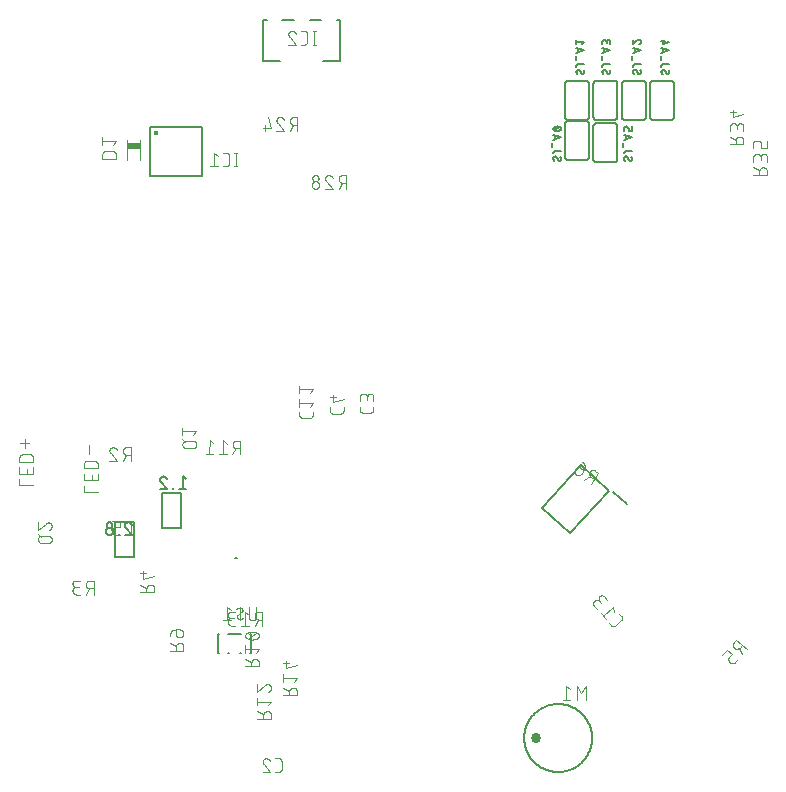
<source format=gbr>
G04 EAGLE Gerber RS-274X export*
G75*
%MOMM*%
%FSLAX34Y34*%
%LPD*%
%INSilkscreen Bottom*%
%IPPOS*%
%AMOC8*
5,1,8,0,0,1.08239X$1,22.5*%
G01*
%ADD10C,0.152400*%
%ADD11C,0.101600*%
%ADD12R,1.100000X0.600000*%
%ADD13C,0.127000*%
%ADD14C,0.447213*%
%ADD15C,0.200000*%
%ADD16C,0.203200*%
%ADD17C,0.855800*%


D10*
X-174000Y-166000D02*
X-176000Y-166000D01*
D11*
X-121312Y-44481D02*
X-121312Y-41884D01*
X-121312Y-44481D02*
X-121310Y-44580D01*
X-121304Y-44680D01*
X-121295Y-44779D01*
X-121282Y-44877D01*
X-121265Y-44975D01*
X-121244Y-45073D01*
X-121219Y-45169D01*
X-121191Y-45264D01*
X-121159Y-45358D01*
X-121124Y-45451D01*
X-121085Y-45543D01*
X-121042Y-45633D01*
X-120997Y-45721D01*
X-120947Y-45808D01*
X-120895Y-45892D01*
X-120839Y-45975D01*
X-120781Y-46055D01*
X-120719Y-46133D01*
X-120654Y-46208D01*
X-120586Y-46281D01*
X-120516Y-46351D01*
X-120443Y-46419D01*
X-120368Y-46484D01*
X-120290Y-46546D01*
X-120210Y-46604D01*
X-120127Y-46660D01*
X-120043Y-46712D01*
X-119956Y-46762D01*
X-119868Y-46807D01*
X-119778Y-46850D01*
X-119686Y-46889D01*
X-119593Y-46924D01*
X-119499Y-46956D01*
X-119404Y-46984D01*
X-119308Y-47009D01*
X-119210Y-47030D01*
X-119112Y-47047D01*
X-119014Y-47060D01*
X-118915Y-47069D01*
X-118815Y-47075D01*
X-118716Y-47077D01*
X-112224Y-47077D01*
X-112224Y-47078D02*
X-112125Y-47076D01*
X-112025Y-47070D01*
X-111926Y-47061D01*
X-111828Y-47048D01*
X-111730Y-47030D01*
X-111632Y-47010D01*
X-111536Y-46985D01*
X-111440Y-46957D01*
X-111346Y-46925D01*
X-111253Y-46890D01*
X-111162Y-46851D01*
X-111072Y-46808D01*
X-110983Y-46763D01*
X-110897Y-46713D01*
X-110812Y-46661D01*
X-110730Y-46605D01*
X-110650Y-46546D01*
X-110572Y-46485D01*
X-110496Y-46420D01*
X-110423Y-46352D01*
X-110353Y-46282D01*
X-110285Y-46209D01*
X-110220Y-46133D01*
X-110159Y-46055D01*
X-110100Y-45975D01*
X-110044Y-45893D01*
X-109992Y-45808D01*
X-109943Y-45722D01*
X-109897Y-45633D01*
X-109854Y-45543D01*
X-109815Y-45452D01*
X-109780Y-45359D01*
X-109748Y-45265D01*
X-109720Y-45169D01*
X-109695Y-45073D01*
X-109675Y-44975D01*
X-109657Y-44877D01*
X-109644Y-44779D01*
X-109635Y-44680D01*
X-109629Y-44581D01*
X-109627Y-44481D01*
X-109628Y-44481D02*
X-109628Y-41884D01*
X-112224Y-37519D02*
X-109628Y-34274D01*
X-121312Y-34274D01*
X-121312Y-37519D02*
X-121312Y-31028D01*
X-112224Y-26089D02*
X-109628Y-22844D01*
X-121312Y-22844D01*
X-121312Y-26089D02*
X-121312Y-19598D01*
X141090Y-220635D02*
X142811Y-222580D01*
X142812Y-222579D02*
X142879Y-222652D01*
X142949Y-222723D01*
X143022Y-222791D01*
X143097Y-222856D01*
X143175Y-222918D01*
X143255Y-222977D01*
X143337Y-223033D01*
X143421Y-223086D01*
X143508Y-223135D01*
X143596Y-223181D01*
X143685Y-223224D01*
X143777Y-223263D01*
X143870Y-223299D01*
X143964Y-223331D01*
X144059Y-223360D01*
X144155Y-223385D01*
X144253Y-223406D01*
X144350Y-223423D01*
X144449Y-223437D01*
X144548Y-223447D01*
X144647Y-223453D01*
X144747Y-223455D01*
X144846Y-223453D01*
X144945Y-223448D01*
X145044Y-223439D01*
X145143Y-223426D01*
X145241Y-223409D01*
X145338Y-223389D01*
X145435Y-223365D01*
X145530Y-223337D01*
X145625Y-223305D01*
X145718Y-223270D01*
X145809Y-223232D01*
X145900Y-223190D01*
X145988Y-223144D01*
X146075Y-223095D01*
X146159Y-223043D01*
X146242Y-222988D01*
X146322Y-222929D01*
X146400Y-222868D01*
X146476Y-222803D01*
X146476Y-222804D02*
X151338Y-218503D01*
X151337Y-218502D02*
X151410Y-218435D01*
X151481Y-218365D01*
X151549Y-218292D01*
X151614Y-218217D01*
X151676Y-218139D01*
X151735Y-218059D01*
X151791Y-217977D01*
X151844Y-217893D01*
X151893Y-217806D01*
X151939Y-217718D01*
X151982Y-217629D01*
X152021Y-217537D01*
X152057Y-217444D01*
X152089Y-217350D01*
X152118Y-217255D01*
X152143Y-217159D01*
X152164Y-217061D01*
X152181Y-216964D01*
X152195Y-216865D01*
X152205Y-216766D01*
X152211Y-216667D01*
X152213Y-216567D01*
X152211Y-216468D01*
X152206Y-216369D01*
X152197Y-216270D01*
X152184Y-216171D01*
X152167Y-216073D01*
X152147Y-215976D01*
X152123Y-215879D01*
X152095Y-215784D01*
X152063Y-215689D01*
X152028Y-215596D01*
X151990Y-215505D01*
X151948Y-215415D01*
X151902Y-215326D01*
X151853Y-215240D01*
X151801Y-215155D01*
X151746Y-215072D01*
X151687Y-214992D01*
X151626Y-214914D01*
X151561Y-214838D01*
X151562Y-214837D02*
X149841Y-212893D01*
X145004Y-211344D02*
X144798Y-207193D01*
X136047Y-214935D01*
X138198Y-217365D02*
X133897Y-212504D01*
X130624Y-208805D02*
X128474Y-206374D01*
X128474Y-206375D02*
X128400Y-206289D01*
X128330Y-206200D01*
X128262Y-206109D01*
X128198Y-206016D01*
X128137Y-205920D01*
X128080Y-205822D01*
X128026Y-205723D01*
X127975Y-205621D01*
X127928Y-205518D01*
X127885Y-205414D01*
X127845Y-205308D01*
X127809Y-205200D01*
X127777Y-205091D01*
X127749Y-204982D01*
X127724Y-204871D01*
X127704Y-204760D01*
X127687Y-204648D01*
X127674Y-204535D01*
X127665Y-204422D01*
X127660Y-204309D01*
X127659Y-204196D01*
X127662Y-204082D01*
X127669Y-203969D01*
X127680Y-203857D01*
X127695Y-203744D01*
X127713Y-203632D01*
X127736Y-203521D01*
X127762Y-203411D01*
X127793Y-203302D01*
X127827Y-203194D01*
X127865Y-203087D01*
X127906Y-202982D01*
X127951Y-202878D01*
X128000Y-202776D01*
X128052Y-202675D01*
X128108Y-202577D01*
X128167Y-202480D01*
X128230Y-202385D01*
X128296Y-202293D01*
X128365Y-202203D01*
X128437Y-202116D01*
X128512Y-202031D01*
X128590Y-201949D01*
X128671Y-201869D01*
X128754Y-201793D01*
X128840Y-201719D01*
X128929Y-201649D01*
X129020Y-201581D01*
X129113Y-201517D01*
X129209Y-201456D01*
X129307Y-201399D01*
X129406Y-201345D01*
X129508Y-201294D01*
X129611Y-201247D01*
X129715Y-201204D01*
X129821Y-201164D01*
X129929Y-201128D01*
X130038Y-201096D01*
X130147Y-201068D01*
X130258Y-201043D01*
X130369Y-201023D01*
X130481Y-201006D01*
X130594Y-200993D01*
X130707Y-200984D01*
X130820Y-200979D01*
X130933Y-200978D01*
X131047Y-200981D01*
X131160Y-200988D01*
X131272Y-200999D01*
X131385Y-201014D01*
X131497Y-201032D01*
X131608Y-201055D01*
X131718Y-201081D01*
X131827Y-201112D01*
X131935Y-201146D01*
X132042Y-201184D01*
X132147Y-201225D01*
X132251Y-201270D01*
X132353Y-201319D01*
X132454Y-201371D01*
X132552Y-201427D01*
X132649Y-201486D01*
X132744Y-201549D01*
X132836Y-201615D01*
X132926Y-201684D01*
X133013Y-201756D01*
X133098Y-201831D01*
X133180Y-201909D01*
X133260Y-201990D01*
X133336Y-202073D01*
X136794Y-198146D02*
X139375Y-201063D01*
X136794Y-198146D02*
X136726Y-198072D01*
X136655Y-198000D01*
X136581Y-197932D01*
X136505Y-197866D01*
X136426Y-197803D01*
X136345Y-197744D01*
X136262Y-197687D01*
X136176Y-197634D01*
X136089Y-197585D01*
X135999Y-197538D01*
X135908Y-197495D01*
X135815Y-197456D01*
X135721Y-197421D01*
X135626Y-197389D01*
X135529Y-197360D01*
X135432Y-197336D01*
X135333Y-197315D01*
X135234Y-197299D01*
X135134Y-197286D01*
X135034Y-197277D01*
X134933Y-197271D01*
X134832Y-197270D01*
X134732Y-197273D01*
X134631Y-197279D01*
X134531Y-197290D01*
X134431Y-197304D01*
X134332Y-197322D01*
X134234Y-197344D01*
X134137Y-197370D01*
X134041Y-197399D01*
X133946Y-197433D01*
X133852Y-197470D01*
X133760Y-197510D01*
X133669Y-197554D01*
X133580Y-197602D01*
X133494Y-197653D01*
X133409Y-197707D01*
X133326Y-197764D01*
X133246Y-197825D01*
X133168Y-197889D01*
X133092Y-197955D01*
X133020Y-198025D01*
X132950Y-198097D01*
X132883Y-198172D01*
X132818Y-198250D01*
X132757Y-198330D01*
X132699Y-198412D01*
X132644Y-198497D01*
X132593Y-198583D01*
X132545Y-198672D01*
X132500Y-198762D01*
X132459Y-198854D01*
X132422Y-198947D01*
X132388Y-199042D01*
X132358Y-199138D01*
X132332Y-199236D01*
X132309Y-199334D01*
X132290Y-199433D01*
X132276Y-199532D01*
X132265Y-199632D01*
X132257Y-199733D01*
X132254Y-199833D01*
X132255Y-199934D01*
X132259Y-200035D01*
X132268Y-200135D01*
X132280Y-200235D01*
X132297Y-200334D01*
X132317Y-200433D01*
X132341Y-200531D01*
X132368Y-200627D01*
X132400Y-200723D01*
X132435Y-200817D01*
X132473Y-200910D01*
X132516Y-201002D01*
X132561Y-201091D01*
X132611Y-201179D01*
X132663Y-201265D01*
X132719Y-201349D01*
X132778Y-201430D01*
X132840Y-201509D01*
X132906Y-201586D01*
X132905Y-201587D02*
X134626Y-203531D01*
X-95352Y-40781D02*
X-95352Y-38184D01*
X-95352Y-40781D02*
X-95350Y-40880D01*
X-95344Y-40980D01*
X-95335Y-41079D01*
X-95322Y-41177D01*
X-95305Y-41275D01*
X-95284Y-41373D01*
X-95259Y-41469D01*
X-95231Y-41564D01*
X-95199Y-41658D01*
X-95164Y-41751D01*
X-95125Y-41843D01*
X-95082Y-41933D01*
X-95037Y-42021D01*
X-94987Y-42108D01*
X-94935Y-42192D01*
X-94879Y-42275D01*
X-94821Y-42355D01*
X-94759Y-42433D01*
X-94694Y-42508D01*
X-94626Y-42581D01*
X-94556Y-42651D01*
X-94483Y-42719D01*
X-94408Y-42784D01*
X-94330Y-42846D01*
X-94250Y-42904D01*
X-94167Y-42960D01*
X-94083Y-43012D01*
X-93996Y-43062D01*
X-93908Y-43107D01*
X-93818Y-43150D01*
X-93726Y-43189D01*
X-93633Y-43224D01*
X-93539Y-43256D01*
X-93444Y-43284D01*
X-93348Y-43309D01*
X-93250Y-43330D01*
X-93152Y-43347D01*
X-93054Y-43360D01*
X-92955Y-43369D01*
X-92855Y-43375D01*
X-92756Y-43377D01*
X-86264Y-43377D01*
X-86264Y-43378D02*
X-86165Y-43376D01*
X-86065Y-43370D01*
X-85966Y-43361D01*
X-85868Y-43348D01*
X-85770Y-43330D01*
X-85672Y-43310D01*
X-85576Y-43285D01*
X-85480Y-43257D01*
X-85386Y-43225D01*
X-85293Y-43190D01*
X-85202Y-43151D01*
X-85112Y-43108D01*
X-85023Y-43063D01*
X-84937Y-43013D01*
X-84852Y-42961D01*
X-84770Y-42905D01*
X-84690Y-42846D01*
X-84612Y-42785D01*
X-84536Y-42720D01*
X-84463Y-42652D01*
X-84393Y-42582D01*
X-84325Y-42509D01*
X-84260Y-42433D01*
X-84199Y-42355D01*
X-84140Y-42275D01*
X-84084Y-42193D01*
X-84032Y-42108D01*
X-83983Y-42022D01*
X-83937Y-41933D01*
X-83894Y-41843D01*
X-83855Y-41752D01*
X-83820Y-41659D01*
X-83788Y-41565D01*
X-83760Y-41469D01*
X-83735Y-41373D01*
X-83715Y-41275D01*
X-83697Y-41177D01*
X-83684Y-41079D01*
X-83675Y-40980D01*
X-83669Y-40881D01*
X-83667Y-40781D01*
X-83668Y-40781D02*
X-83668Y-38184D01*
X-83668Y-31223D02*
X-92756Y-33819D01*
X-92756Y-27328D01*
X-90159Y-29275D02*
X-95352Y-29275D01*
X-266760Y171140D02*
X-266760Y188140D01*
X-255760Y188140D02*
X-255760Y171140D01*
D12*
X-261260Y183140D03*
D11*
X-276298Y172430D02*
X-287982Y172430D01*
X-276298Y172430D02*
X-276298Y175675D01*
X-276300Y175788D01*
X-276306Y175901D01*
X-276316Y176014D01*
X-276330Y176127D01*
X-276347Y176239D01*
X-276369Y176350D01*
X-276394Y176460D01*
X-276424Y176570D01*
X-276457Y176678D01*
X-276494Y176785D01*
X-276534Y176891D01*
X-276579Y176995D01*
X-276627Y177098D01*
X-276678Y177199D01*
X-276733Y177298D01*
X-276791Y177395D01*
X-276853Y177490D01*
X-276918Y177583D01*
X-276986Y177673D01*
X-277057Y177761D01*
X-277132Y177847D01*
X-277209Y177930D01*
X-277289Y178010D01*
X-277372Y178087D01*
X-277458Y178162D01*
X-277546Y178233D01*
X-277636Y178301D01*
X-277729Y178366D01*
X-277824Y178428D01*
X-277921Y178486D01*
X-278020Y178541D01*
X-278121Y178592D01*
X-278224Y178640D01*
X-278328Y178685D01*
X-278434Y178725D01*
X-278541Y178762D01*
X-278649Y178795D01*
X-278759Y178825D01*
X-278869Y178850D01*
X-278980Y178872D01*
X-279092Y178889D01*
X-279205Y178903D01*
X-279318Y178913D01*
X-279431Y178919D01*
X-279544Y178921D01*
X-284736Y178921D01*
X-284736Y178922D02*
X-284849Y178920D01*
X-284962Y178914D01*
X-285075Y178904D01*
X-285188Y178890D01*
X-285300Y178873D01*
X-285411Y178851D01*
X-285521Y178826D01*
X-285631Y178796D01*
X-285739Y178763D01*
X-285846Y178726D01*
X-285952Y178686D01*
X-286056Y178641D01*
X-286159Y178593D01*
X-286260Y178542D01*
X-286359Y178487D01*
X-286456Y178429D01*
X-286551Y178367D01*
X-286644Y178302D01*
X-286734Y178234D01*
X-286822Y178163D01*
X-286908Y178088D01*
X-286991Y178011D01*
X-287071Y177931D01*
X-287148Y177848D01*
X-287223Y177762D01*
X-287294Y177674D01*
X-287362Y177584D01*
X-287427Y177491D01*
X-287489Y177396D01*
X-287547Y177299D01*
X-287602Y177200D01*
X-287653Y177099D01*
X-287701Y176996D01*
X-287746Y176892D01*
X-287786Y176786D01*
X-287823Y176679D01*
X-287856Y176571D01*
X-287886Y176461D01*
X-287911Y176351D01*
X-287933Y176240D01*
X-287950Y176128D01*
X-287964Y176015D01*
X-287974Y175902D01*
X-287980Y175789D01*
X-287982Y175676D01*
X-287982Y175675D02*
X-287982Y172430D01*
X-278894Y184241D02*
X-276298Y187486D01*
X-287982Y187486D01*
X-287982Y184241D02*
X-287982Y190732D01*
D13*
X-247880Y199440D02*
X-203880Y199440D01*
X-203880Y157440D01*
X-247880Y157440D01*
X-247880Y199440D01*
D14*
X-242880Y194440D03*
D11*
X-174857Y177692D02*
X-174857Y166008D01*
X-173559Y166008D02*
X-176156Y166008D01*
X-176156Y177692D02*
X-173559Y177692D01*
X-183319Y166008D02*
X-185916Y166008D01*
X-183319Y166008D02*
X-183220Y166010D01*
X-183120Y166016D01*
X-183021Y166025D01*
X-182923Y166038D01*
X-182825Y166055D01*
X-182727Y166076D01*
X-182631Y166101D01*
X-182536Y166129D01*
X-182442Y166161D01*
X-182349Y166196D01*
X-182257Y166235D01*
X-182167Y166278D01*
X-182079Y166323D01*
X-181992Y166373D01*
X-181908Y166425D01*
X-181825Y166481D01*
X-181745Y166539D01*
X-181667Y166601D01*
X-181592Y166666D01*
X-181519Y166734D01*
X-181449Y166804D01*
X-181381Y166877D01*
X-181316Y166952D01*
X-181254Y167030D01*
X-181196Y167110D01*
X-181140Y167193D01*
X-181088Y167277D01*
X-181038Y167364D01*
X-180993Y167452D01*
X-180950Y167542D01*
X-180911Y167634D01*
X-180876Y167727D01*
X-180844Y167821D01*
X-180816Y167916D01*
X-180791Y168012D01*
X-180770Y168110D01*
X-180753Y168208D01*
X-180740Y168306D01*
X-180731Y168405D01*
X-180725Y168505D01*
X-180723Y168604D01*
X-180723Y175096D01*
X-180725Y175195D01*
X-180731Y175295D01*
X-180740Y175394D01*
X-180753Y175492D01*
X-180770Y175590D01*
X-180791Y175688D01*
X-180816Y175784D01*
X-180844Y175879D01*
X-180876Y175973D01*
X-180911Y176066D01*
X-180950Y176158D01*
X-180993Y176248D01*
X-181038Y176336D01*
X-181088Y176423D01*
X-181140Y176507D01*
X-181196Y176590D01*
X-181254Y176670D01*
X-181316Y176748D01*
X-181381Y176823D01*
X-181449Y176896D01*
X-181519Y176966D01*
X-181592Y177034D01*
X-181667Y177099D01*
X-181745Y177161D01*
X-181825Y177219D01*
X-181908Y177275D01*
X-181992Y177327D01*
X-182079Y177377D01*
X-182167Y177422D01*
X-182257Y177465D01*
X-182349Y177504D01*
X-182441Y177539D01*
X-182536Y177571D01*
X-182631Y177599D01*
X-182727Y177624D01*
X-182825Y177645D01*
X-182923Y177662D01*
X-183021Y177675D01*
X-183120Y177684D01*
X-183220Y177690D01*
X-183319Y177692D01*
X-185916Y177692D01*
X-190281Y175096D02*
X-193526Y177692D01*
X-193526Y166008D01*
X-190281Y166008D02*
X-196772Y166008D01*
D15*
X117355Y-86961D02*
X141023Y-108497D01*
X117355Y-86961D02*
X84377Y-123203D01*
X108045Y-144739D01*
X141023Y-108497D01*
X144655Y-109706D02*
X155934Y-119970D01*
D11*
X-334004Y-153153D02*
X-339196Y-153153D01*
X-334004Y-153153D02*
X-333891Y-153151D01*
X-333778Y-153145D01*
X-333665Y-153135D01*
X-333552Y-153121D01*
X-333440Y-153104D01*
X-333329Y-153082D01*
X-333219Y-153057D01*
X-333109Y-153027D01*
X-333001Y-152994D01*
X-332894Y-152957D01*
X-332788Y-152917D01*
X-332684Y-152872D01*
X-332581Y-152824D01*
X-332480Y-152773D01*
X-332381Y-152718D01*
X-332284Y-152660D01*
X-332189Y-152598D01*
X-332096Y-152533D01*
X-332006Y-152465D01*
X-331918Y-152394D01*
X-331832Y-152319D01*
X-331749Y-152242D01*
X-331669Y-152162D01*
X-331592Y-152079D01*
X-331517Y-151993D01*
X-331446Y-151905D01*
X-331378Y-151815D01*
X-331313Y-151722D01*
X-331251Y-151627D01*
X-331193Y-151530D01*
X-331138Y-151431D01*
X-331087Y-151330D01*
X-331039Y-151227D01*
X-330994Y-151123D01*
X-330954Y-151017D01*
X-330917Y-150910D01*
X-330884Y-150802D01*
X-330854Y-150692D01*
X-330829Y-150582D01*
X-330807Y-150471D01*
X-330790Y-150359D01*
X-330776Y-150246D01*
X-330766Y-150133D01*
X-330760Y-150020D01*
X-330758Y-149907D01*
X-330760Y-149794D01*
X-330766Y-149681D01*
X-330776Y-149568D01*
X-330790Y-149455D01*
X-330807Y-149343D01*
X-330829Y-149232D01*
X-330854Y-149122D01*
X-330884Y-149012D01*
X-330917Y-148904D01*
X-330954Y-148797D01*
X-330994Y-148691D01*
X-331039Y-148587D01*
X-331087Y-148484D01*
X-331138Y-148383D01*
X-331193Y-148284D01*
X-331251Y-148187D01*
X-331313Y-148092D01*
X-331378Y-147999D01*
X-331446Y-147909D01*
X-331517Y-147821D01*
X-331592Y-147735D01*
X-331669Y-147652D01*
X-331749Y-147572D01*
X-331832Y-147495D01*
X-331918Y-147420D01*
X-332006Y-147349D01*
X-332096Y-147281D01*
X-332189Y-147216D01*
X-332284Y-147154D01*
X-332381Y-147096D01*
X-332480Y-147041D01*
X-332581Y-146990D01*
X-332684Y-146942D01*
X-332788Y-146897D01*
X-332894Y-146857D01*
X-333001Y-146820D01*
X-333109Y-146787D01*
X-333219Y-146757D01*
X-333329Y-146732D01*
X-333440Y-146710D01*
X-333552Y-146693D01*
X-333665Y-146679D01*
X-333778Y-146669D01*
X-333891Y-146663D01*
X-334004Y-146661D01*
X-334004Y-146662D02*
X-339196Y-146662D01*
X-339196Y-146661D02*
X-339309Y-146663D01*
X-339422Y-146669D01*
X-339535Y-146679D01*
X-339648Y-146693D01*
X-339760Y-146710D01*
X-339871Y-146732D01*
X-339981Y-146757D01*
X-340091Y-146787D01*
X-340199Y-146820D01*
X-340306Y-146857D01*
X-340412Y-146897D01*
X-340516Y-146942D01*
X-340619Y-146990D01*
X-340720Y-147041D01*
X-340819Y-147096D01*
X-340916Y-147154D01*
X-341011Y-147216D01*
X-341104Y-147281D01*
X-341194Y-147349D01*
X-341282Y-147420D01*
X-341368Y-147495D01*
X-341451Y-147572D01*
X-341531Y-147652D01*
X-341608Y-147735D01*
X-341683Y-147821D01*
X-341754Y-147909D01*
X-341822Y-147999D01*
X-341887Y-148092D01*
X-341949Y-148187D01*
X-342007Y-148284D01*
X-342062Y-148383D01*
X-342113Y-148484D01*
X-342161Y-148587D01*
X-342206Y-148691D01*
X-342246Y-148797D01*
X-342283Y-148904D01*
X-342316Y-149012D01*
X-342346Y-149122D01*
X-342371Y-149232D01*
X-342393Y-149343D01*
X-342410Y-149455D01*
X-342424Y-149568D01*
X-342434Y-149681D01*
X-342440Y-149794D01*
X-342442Y-149907D01*
X-342440Y-150020D01*
X-342434Y-150133D01*
X-342424Y-150246D01*
X-342410Y-150359D01*
X-342393Y-150471D01*
X-342371Y-150582D01*
X-342346Y-150692D01*
X-342316Y-150802D01*
X-342283Y-150910D01*
X-342246Y-151017D01*
X-342206Y-151123D01*
X-342161Y-151227D01*
X-342113Y-151330D01*
X-342062Y-151431D01*
X-342007Y-151530D01*
X-341949Y-151627D01*
X-341887Y-151722D01*
X-341822Y-151815D01*
X-341754Y-151905D01*
X-341683Y-151993D01*
X-341608Y-152079D01*
X-341531Y-152162D01*
X-341451Y-152242D01*
X-341368Y-152319D01*
X-341282Y-152394D01*
X-341194Y-152465D01*
X-341104Y-152533D01*
X-341011Y-152598D01*
X-340916Y-152660D01*
X-340819Y-152718D01*
X-340720Y-152773D01*
X-340619Y-152824D01*
X-340516Y-152872D01*
X-340412Y-152917D01*
X-340306Y-152957D01*
X-340199Y-152994D01*
X-340091Y-153027D01*
X-339981Y-153057D01*
X-339871Y-153082D01*
X-339760Y-153104D01*
X-339648Y-153121D01*
X-339535Y-153135D01*
X-339422Y-153145D01*
X-339309Y-153151D01*
X-339196Y-153153D01*
X-339846Y-147960D02*
X-342442Y-145364D01*
X-333679Y-135518D02*
X-333572Y-135520D01*
X-333466Y-135526D01*
X-333360Y-135536D01*
X-333254Y-135549D01*
X-333148Y-135567D01*
X-333044Y-135588D01*
X-332940Y-135613D01*
X-332837Y-135642D01*
X-332736Y-135674D01*
X-332636Y-135711D01*
X-332537Y-135751D01*
X-332439Y-135794D01*
X-332343Y-135841D01*
X-332249Y-135892D01*
X-332157Y-135946D01*
X-332067Y-136003D01*
X-331979Y-136063D01*
X-331894Y-136127D01*
X-331811Y-136194D01*
X-331730Y-136264D01*
X-331652Y-136336D01*
X-331576Y-136412D01*
X-331504Y-136490D01*
X-331434Y-136571D01*
X-331367Y-136654D01*
X-331303Y-136739D01*
X-331243Y-136827D01*
X-331186Y-136917D01*
X-331132Y-137009D01*
X-331081Y-137103D01*
X-331034Y-137199D01*
X-330991Y-137297D01*
X-330951Y-137396D01*
X-330914Y-137496D01*
X-330882Y-137597D01*
X-330853Y-137700D01*
X-330828Y-137804D01*
X-330807Y-137908D01*
X-330789Y-138014D01*
X-330776Y-138120D01*
X-330766Y-138226D01*
X-330760Y-138332D01*
X-330758Y-138439D01*
X-330760Y-138560D01*
X-330766Y-138681D01*
X-330776Y-138801D01*
X-330789Y-138922D01*
X-330807Y-139041D01*
X-330828Y-139161D01*
X-330853Y-139279D01*
X-330882Y-139396D01*
X-330915Y-139513D01*
X-330951Y-139628D01*
X-330992Y-139742D01*
X-331035Y-139855D01*
X-331083Y-139967D01*
X-331134Y-140076D01*
X-331189Y-140184D01*
X-331247Y-140291D01*
X-331308Y-140395D01*
X-331373Y-140497D01*
X-331441Y-140597D01*
X-331512Y-140695D01*
X-331586Y-140791D01*
X-331663Y-140884D01*
X-331744Y-140974D01*
X-331827Y-141062D01*
X-331913Y-141147D01*
X-332002Y-141230D01*
X-332093Y-141309D01*
X-332187Y-141386D01*
X-332283Y-141459D01*
X-332381Y-141529D01*
X-332482Y-141596D01*
X-332585Y-141660D01*
X-332690Y-141721D01*
X-332797Y-141778D01*
X-332905Y-141831D01*
X-333015Y-141881D01*
X-333127Y-141928D01*
X-333240Y-141970D01*
X-333355Y-142009D01*
X-335951Y-136492D02*
X-335873Y-136413D01*
X-335793Y-136337D01*
X-335710Y-136264D01*
X-335624Y-136194D01*
X-335537Y-136127D01*
X-335446Y-136063D01*
X-335354Y-136003D01*
X-335260Y-135945D01*
X-335163Y-135891D01*
X-335065Y-135841D01*
X-334965Y-135794D01*
X-334864Y-135750D01*
X-334761Y-135710D01*
X-334656Y-135674D01*
X-334551Y-135642D01*
X-334444Y-135613D01*
X-334337Y-135588D01*
X-334228Y-135566D01*
X-334119Y-135549D01*
X-334010Y-135535D01*
X-333900Y-135526D01*
X-333789Y-135520D01*
X-333679Y-135518D01*
X-335951Y-136492D02*
X-342442Y-142009D01*
X-342442Y-135518D01*
X-122675Y195928D02*
X-122675Y207612D01*
X-125920Y207612D01*
X-126033Y207610D01*
X-126146Y207604D01*
X-126259Y207594D01*
X-126372Y207580D01*
X-126484Y207563D01*
X-126595Y207541D01*
X-126705Y207516D01*
X-126815Y207486D01*
X-126923Y207453D01*
X-127030Y207416D01*
X-127136Y207376D01*
X-127240Y207331D01*
X-127343Y207283D01*
X-127444Y207232D01*
X-127543Y207177D01*
X-127640Y207119D01*
X-127735Y207057D01*
X-127828Y206992D01*
X-127918Y206924D01*
X-128006Y206853D01*
X-128092Y206778D01*
X-128175Y206701D01*
X-128255Y206621D01*
X-128332Y206538D01*
X-128407Y206452D01*
X-128478Y206364D01*
X-128546Y206274D01*
X-128611Y206181D01*
X-128673Y206086D01*
X-128731Y205989D01*
X-128786Y205890D01*
X-128837Y205789D01*
X-128885Y205686D01*
X-128930Y205582D01*
X-128970Y205476D01*
X-129007Y205369D01*
X-129040Y205261D01*
X-129070Y205151D01*
X-129095Y205041D01*
X-129117Y204930D01*
X-129134Y204818D01*
X-129148Y204705D01*
X-129158Y204592D01*
X-129164Y204479D01*
X-129166Y204366D01*
X-129164Y204253D01*
X-129158Y204140D01*
X-129148Y204027D01*
X-129134Y203914D01*
X-129117Y203802D01*
X-129095Y203691D01*
X-129070Y203581D01*
X-129040Y203471D01*
X-129007Y203363D01*
X-128970Y203256D01*
X-128930Y203150D01*
X-128885Y203046D01*
X-128837Y202943D01*
X-128786Y202842D01*
X-128731Y202743D01*
X-128673Y202646D01*
X-128611Y202551D01*
X-128546Y202458D01*
X-128478Y202368D01*
X-128407Y202280D01*
X-128332Y202194D01*
X-128255Y202111D01*
X-128175Y202031D01*
X-128092Y201954D01*
X-128006Y201879D01*
X-127918Y201808D01*
X-127828Y201740D01*
X-127735Y201675D01*
X-127640Y201613D01*
X-127543Y201555D01*
X-127444Y201500D01*
X-127343Y201449D01*
X-127240Y201401D01*
X-127136Y201356D01*
X-127030Y201316D01*
X-126923Y201279D01*
X-126815Y201246D01*
X-126705Y201216D01*
X-126595Y201191D01*
X-126484Y201169D01*
X-126372Y201152D01*
X-126259Y201138D01*
X-126146Y201128D01*
X-126033Y201122D01*
X-125920Y201120D01*
X-125920Y201121D02*
X-122675Y201121D01*
X-126569Y201121D02*
X-129166Y195928D01*
X-140522Y204691D02*
X-140520Y204798D01*
X-140514Y204904D01*
X-140504Y205010D01*
X-140491Y205116D01*
X-140473Y205222D01*
X-140452Y205326D01*
X-140427Y205430D01*
X-140398Y205533D01*
X-140366Y205634D01*
X-140329Y205734D01*
X-140289Y205833D01*
X-140246Y205931D01*
X-140199Y206027D01*
X-140148Y206121D01*
X-140094Y206213D01*
X-140037Y206303D01*
X-139977Y206391D01*
X-139913Y206476D01*
X-139846Y206559D01*
X-139776Y206640D01*
X-139704Y206718D01*
X-139628Y206794D01*
X-139550Y206866D01*
X-139469Y206936D01*
X-139386Y207003D01*
X-139301Y207067D01*
X-139213Y207127D01*
X-139123Y207184D01*
X-139031Y207238D01*
X-138937Y207289D01*
X-138841Y207336D01*
X-138743Y207379D01*
X-138644Y207419D01*
X-138544Y207456D01*
X-138443Y207488D01*
X-138340Y207517D01*
X-138236Y207542D01*
X-138132Y207563D01*
X-138026Y207581D01*
X-137920Y207594D01*
X-137814Y207604D01*
X-137708Y207610D01*
X-137601Y207612D01*
X-137480Y207610D01*
X-137359Y207604D01*
X-137239Y207594D01*
X-137118Y207581D01*
X-136999Y207563D01*
X-136879Y207542D01*
X-136761Y207517D01*
X-136644Y207488D01*
X-136527Y207455D01*
X-136412Y207419D01*
X-136298Y207378D01*
X-136185Y207335D01*
X-136073Y207287D01*
X-135964Y207236D01*
X-135856Y207181D01*
X-135749Y207123D01*
X-135645Y207062D01*
X-135543Y206997D01*
X-135443Y206929D01*
X-135345Y206858D01*
X-135249Y206784D01*
X-135156Y206707D01*
X-135066Y206626D01*
X-134978Y206543D01*
X-134893Y206457D01*
X-134810Y206368D01*
X-134731Y206277D01*
X-134654Y206183D01*
X-134581Y206087D01*
X-134511Y205989D01*
X-134444Y205888D01*
X-134380Y205785D01*
X-134320Y205680D01*
X-134263Y205573D01*
X-134209Y205465D01*
X-134159Y205355D01*
X-134113Y205243D01*
X-134070Y205130D01*
X-134031Y205015D01*
X-139549Y202419D02*
X-139628Y202496D01*
X-139704Y202577D01*
X-139777Y202660D01*
X-139847Y202745D01*
X-139914Y202833D01*
X-139978Y202923D01*
X-140038Y203015D01*
X-140095Y203110D01*
X-140149Y203206D01*
X-140200Y203304D01*
X-140247Y203404D01*
X-140291Y203506D01*
X-140331Y203609D01*
X-140367Y203713D01*
X-140399Y203819D01*
X-140428Y203925D01*
X-140453Y204033D01*
X-140475Y204141D01*
X-140492Y204251D01*
X-140506Y204360D01*
X-140515Y204470D01*
X-140521Y204581D01*
X-140523Y204691D01*
X-139548Y202419D02*
X-134031Y195928D01*
X-140522Y195928D01*
X-145461Y198524D02*
X-148057Y207612D01*
X-145461Y198524D02*
X-151952Y198524D01*
X-150005Y201121D02*
X-150005Y195928D01*
X-81438Y158542D02*
X-81438Y146858D01*
X-81438Y158542D02*
X-84684Y158542D01*
X-84797Y158540D01*
X-84910Y158534D01*
X-85023Y158524D01*
X-85136Y158510D01*
X-85248Y158493D01*
X-85359Y158471D01*
X-85469Y158446D01*
X-85579Y158416D01*
X-85687Y158383D01*
X-85794Y158346D01*
X-85900Y158306D01*
X-86004Y158261D01*
X-86107Y158213D01*
X-86208Y158162D01*
X-86307Y158107D01*
X-86404Y158049D01*
X-86499Y157987D01*
X-86592Y157922D01*
X-86682Y157854D01*
X-86770Y157783D01*
X-86856Y157708D01*
X-86939Y157631D01*
X-87019Y157551D01*
X-87096Y157468D01*
X-87171Y157382D01*
X-87242Y157294D01*
X-87310Y157204D01*
X-87375Y157111D01*
X-87437Y157016D01*
X-87495Y156919D01*
X-87550Y156820D01*
X-87601Y156719D01*
X-87649Y156616D01*
X-87694Y156512D01*
X-87734Y156406D01*
X-87771Y156299D01*
X-87804Y156191D01*
X-87834Y156081D01*
X-87859Y155971D01*
X-87881Y155860D01*
X-87898Y155748D01*
X-87912Y155635D01*
X-87922Y155522D01*
X-87928Y155409D01*
X-87930Y155296D01*
X-87928Y155183D01*
X-87922Y155070D01*
X-87912Y154957D01*
X-87898Y154844D01*
X-87881Y154732D01*
X-87859Y154621D01*
X-87834Y154511D01*
X-87804Y154401D01*
X-87771Y154293D01*
X-87734Y154186D01*
X-87694Y154080D01*
X-87649Y153976D01*
X-87601Y153873D01*
X-87550Y153772D01*
X-87495Y153673D01*
X-87437Y153576D01*
X-87375Y153481D01*
X-87310Y153388D01*
X-87242Y153298D01*
X-87171Y153210D01*
X-87096Y153124D01*
X-87019Y153041D01*
X-86939Y152961D01*
X-86856Y152884D01*
X-86770Y152809D01*
X-86682Y152738D01*
X-86592Y152670D01*
X-86499Y152605D01*
X-86404Y152543D01*
X-86307Y152485D01*
X-86208Y152430D01*
X-86107Y152379D01*
X-86004Y152331D01*
X-85900Y152286D01*
X-85794Y152246D01*
X-85687Y152209D01*
X-85579Y152176D01*
X-85469Y152146D01*
X-85359Y152121D01*
X-85248Y152099D01*
X-85136Y152082D01*
X-85023Y152068D01*
X-84910Y152058D01*
X-84797Y152052D01*
X-84684Y152050D01*
X-84684Y152051D02*
X-81438Y152051D01*
X-85333Y152051D02*
X-87929Y146858D01*
X-99285Y155621D02*
X-99283Y155728D01*
X-99277Y155834D01*
X-99267Y155940D01*
X-99254Y156046D01*
X-99236Y156152D01*
X-99215Y156256D01*
X-99190Y156360D01*
X-99161Y156463D01*
X-99129Y156564D01*
X-99092Y156664D01*
X-99052Y156763D01*
X-99009Y156861D01*
X-98962Y156957D01*
X-98911Y157051D01*
X-98857Y157143D01*
X-98800Y157233D01*
X-98740Y157321D01*
X-98676Y157406D01*
X-98609Y157489D01*
X-98539Y157570D01*
X-98467Y157648D01*
X-98391Y157724D01*
X-98313Y157796D01*
X-98232Y157866D01*
X-98149Y157933D01*
X-98064Y157997D01*
X-97976Y158057D01*
X-97886Y158114D01*
X-97794Y158168D01*
X-97700Y158219D01*
X-97604Y158266D01*
X-97506Y158309D01*
X-97407Y158349D01*
X-97307Y158386D01*
X-97206Y158418D01*
X-97103Y158447D01*
X-96999Y158472D01*
X-96895Y158493D01*
X-96789Y158511D01*
X-96683Y158524D01*
X-96577Y158534D01*
X-96471Y158540D01*
X-96364Y158542D01*
X-96243Y158540D01*
X-96122Y158534D01*
X-96002Y158524D01*
X-95881Y158511D01*
X-95762Y158493D01*
X-95642Y158472D01*
X-95524Y158447D01*
X-95407Y158418D01*
X-95290Y158385D01*
X-95175Y158349D01*
X-95061Y158308D01*
X-94948Y158265D01*
X-94836Y158217D01*
X-94727Y158166D01*
X-94619Y158111D01*
X-94512Y158053D01*
X-94408Y157992D01*
X-94306Y157927D01*
X-94206Y157859D01*
X-94108Y157788D01*
X-94012Y157714D01*
X-93919Y157637D01*
X-93829Y157556D01*
X-93741Y157473D01*
X-93656Y157387D01*
X-93573Y157298D01*
X-93494Y157207D01*
X-93417Y157113D01*
X-93344Y157017D01*
X-93274Y156919D01*
X-93207Y156818D01*
X-93143Y156715D01*
X-93083Y156610D01*
X-93026Y156503D01*
X-92972Y156395D01*
X-92922Y156285D01*
X-92876Y156173D01*
X-92833Y156060D01*
X-92794Y155945D01*
X-98312Y153349D02*
X-98391Y153426D01*
X-98467Y153507D01*
X-98540Y153590D01*
X-98610Y153675D01*
X-98677Y153763D01*
X-98741Y153853D01*
X-98801Y153945D01*
X-98858Y154040D01*
X-98912Y154136D01*
X-98963Y154234D01*
X-99010Y154334D01*
X-99054Y154436D01*
X-99094Y154539D01*
X-99130Y154643D01*
X-99162Y154749D01*
X-99191Y154855D01*
X-99216Y154963D01*
X-99238Y155071D01*
X-99255Y155181D01*
X-99269Y155290D01*
X-99278Y155400D01*
X-99284Y155511D01*
X-99286Y155621D01*
X-98312Y153349D02*
X-92794Y146858D01*
X-99285Y146858D01*
X-104224Y150104D02*
X-104226Y150217D01*
X-104232Y150330D01*
X-104242Y150443D01*
X-104256Y150556D01*
X-104273Y150668D01*
X-104295Y150779D01*
X-104320Y150889D01*
X-104350Y150999D01*
X-104383Y151107D01*
X-104420Y151214D01*
X-104460Y151320D01*
X-104505Y151424D01*
X-104553Y151527D01*
X-104604Y151628D01*
X-104659Y151727D01*
X-104717Y151824D01*
X-104779Y151919D01*
X-104844Y152012D01*
X-104912Y152102D01*
X-104983Y152190D01*
X-105058Y152276D01*
X-105135Y152359D01*
X-105215Y152439D01*
X-105298Y152516D01*
X-105384Y152591D01*
X-105472Y152662D01*
X-105562Y152730D01*
X-105655Y152795D01*
X-105750Y152857D01*
X-105847Y152915D01*
X-105946Y152970D01*
X-106047Y153021D01*
X-106150Y153069D01*
X-106254Y153114D01*
X-106360Y153154D01*
X-106467Y153191D01*
X-106575Y153224D01*
X-106685Y153254D01*
X-106795Y153279D01*
X-106906Y153301D01*
X-107018Y153318D01*
X-107131Y153332D01*
X-107244Y153342D01*
X-107357Y153348D01*
X-107470Y153350D01*
X-107583Y153348D01*
X-107696Y153342D01*
X-107809Y153332D01*
X-107922Y153318D01*
X-108034Y153301D01*
X-108145Y153279D01*
X-108255Y153254D01*
X-108365Y153224D01*
X-108473Y153191D01*
X-108580Y153154D01*
X-108686Y153114D01*
X-108790Y153069D01*
X-108893Y153021D01*
X-108994Y152970D01*
X-109093Y152915D01*
X-109190Y152857D01*
X-109285Y152795D01*
X-109378Y152730D01*
X-109468Y152662D01*
X-109556Y152591D01*
X-109642Y152516D01*
X-109725Y152439D01*
X-109805Y152359D01*
X-109882Y152276D01*
X-109957Y152190D01*
X-110028Y152102D01*
X-110096Y152012D01*
X-110161Y151919D01*
X-110223Y151824D01*
X-110281Y151727D01*
X-110336Y151628D01*
X-110387Y151527D01*
X-110435Y151424D01*
X-110480Y151320D01*
X-110520Y151214D01*
X-110557Y151107D01*
X-110590Y150999D01*
X-110620Y150889D01*
X-110645Y150779D01*
X-110667Y150668D01*
X-110684Y150556D01*
X-110698Y150443D01*
X-110708Y150330D01*
X-110714Y150217D01*
X-110716Y150104D01*
X-110714Y149991D01*
X-110708Y149878D01*
X-110698Y149765D01*
X-110684Y149652D01*
X-110667Y149540D01*
X-110645Y149429D01*
X-110620Y149319D01*
X-110590Y149209D01*
X-110557Y149101D01*
X-110520Y148994D01*
X-110480Y148888D01*
X-110435Y148784D01*
X-110387Y148681D01*
X-110336Y148580D01*
X-110281Y148481D01*
X-110223Y148384D01*
X-110161Y148289D01*
X-110096Y148196D01*
X-110028Y148106D01*
X-109957Y148018D01*
X-109882Y147932D01*
X-109805Y147849D01*
X-109725Y147769D01*
X-109642Y147692D01*
X-109556Y147617D01*
X-109468Y147546D01*
X-109378Y147478D01*
X-109285Y147413D01*
X-109190Y147351D01*
X-109093Y147293D01*
X-108994Y147238D01*
X-108893Y147187D01*
X-108790Y147139D01*
X-108686Y147094D01*
X-108580Y147054D01*
X-108473Y147017D01*
X-108365Y146984D01*
X-108255Y146954D01*
X-108145Y146929D01*
X-108034Y146907D01*
X-107922Y146890D01*
X-107809Y146876D01*
X-107696Y146866D01*
X-107583Y146860D01*
X-107470Y146858D01*
X-107357Y146860D01*
X-107244Y146866D01*
X-107131Y146876D01*
X-107018Y146890D01*
X-106906Y146907D01*
X-106795Y146929D01*
X-106685Y146954D01*
X-106575Y146984D01*
X-106467Y147017D01*
X-106360Y147054D01*
X-106254Y147094D01*
X-106150Y147139D01*
X-106047Y147187D01*
X-105946Y147238D01*
X-105847Y147293D01*
X-105750Y147351D01*
X-105655Y147413D01*
X-105562Y147478D01*
X-105472Y147546D01*
X-105384Y147617D01*
X-105298Y147692D01*
X-105215Y147769D01*
X-105135Y147849D01*
X-105058Y147932D01*
X-104983Y148018D01*
X-104912Y148106D01*
X-104844Y148196D01*
X-104779Y148289D01*
X-104717Y148384D01*
X-104659Y148481D01*
X-104604Y148580D01*
X-104553Y148681D01*
X-104505Y148784D01*
X-104460Y148888D01*
X-104420Y148994D01*
X-104383Y149101D01*
X-104350Y149209D01*
X-104320Y149319D01*
X-104295Y149429D01*
X-104273Y149540D01*
X-104256Y149652D01*
X-104242Y149765D01*
X-104232Y149878D01*
X-104226Y149991D01*
X-104224Y150104D01*
X-104874Y155946D02*
X-104876Y156047D01*
X-104882Y156147D01*
X-104892Y156247D01*
X-104905Y156347D01*
X-104923Y156446D01*
X-104944Y156545D01*
X-104969Y156642D01*
X-104998Y156739D01*
X-105031Y156834D01*
X-105067Y156928D01*
X-105107Y157020D01*
X-105150Y157111D01*
X-105197Y157200D01*
X-105247Y157287D01*
X-105301Y157373D01*
X-105358Y157456D01*
X-105418Y157536D01*
X-105481Y157615D01*
X-105548Y157691D01*
X-105617Y157764D01*
X-105689Y157834D01*
X-105763Y157902D01*
X-105840Y157967D01*
X-105920Y158028D01*
X-106002Y158087D01*
X-106086Y158142D01*
X-106172Y158194D01*
X-106260Y158243D01*
X-106350Y158288D01*
X-106442Y158330D01*
X-106535Y158368D01*
X-106630Y158402D01*
X-106725Y158433D01*
X-106822Y158460D01*
X-106920Y158483D01*
X-107019Y158503D01*
X-107119Y158518D01*
X-107219Y158530D01*
X-107319Y158538D01*
X-107420Y158542D01*
X-107520Y158542D01*
X-107621Y158538D01*
X-107721Y158530D01*
X-107821Y158518D01*
X-107921Y158503D01*
X-108020Y158483D01*
X-108118Y158460D01*
X-108215Y158433D01*
X-108310Y158402D01*
X-108405Y158368D01*
X-108498Y158330D01*
X-108590Y158288D01*
X-108680Y158243D01*
X-108768Y158194D01*
X-108854Y158142D01*
X-108938Y158087D01*
X-109020Y158028D01*
X-109100Y157967D01*
X-109177Y157902D01*
X-109251Y157834D01*
X-109323Y157764D01*
X-109392Y157691D01*
X-109459Y157615D01*
X-109522Y157536D01*
X-109582Y157456D01*
X-109639Y157373D01*
X-109693Y157287D01*
X-109743Y157200D01*
X-109790Y157111D01*
X-109833Y157020D01*
X-109873Y156928D01*
X-109909Y156834D01*
X-109942Y156739D01*
X-109971Y156642D01*
X-109996Y156545D01*
X-110017Y156446D01*
X-110035Y156347D01*
X-110048Y156247D01*
X-110058Y156147D01*
X-110064Y156047D01*
X-110066Y155946D01*
X-110064Y155845D01*
X-110058Y155745D01*
X-110048Y155645D01*
X-110035Y155545D01*
X-110017Y155446D01*
X-109996Y155347D01*
X-109971Y155250D01*
X-109942Y155153D01*
X-109909Y155058D01*
X-109873Y154964D01*
X-109833Y154872D01*
X-109790Y154781D01*
X-109743Y154692D01*
X-109693Y154605D01*
X-109639Y154519D01*
X-109582Y154436D01*
X-109522Y154356D01*
X-109459Y154277D01*
X-109392Y154201D01*
X-109323Y154128D01*
X-109251Y154058D01*
X-109177Y153990D01*
X-109100Y153925D01*
X-109020Y153864D01*
X-108938Y153805D01*
X-108854Y153750D01*
X-108768Y153698D01*
X-108680Y153649D01*
X-108590Y153604D01*
X-108498Y153562D01*
X-108405Y153524D01*
X-108310Y153490D01*
X-108215Y153459D01*
X-108118Y153432D01*
X-108020Y153409D01*
X-107921Y153389D01*
X-107821Y153374D01*
X-107721Y153362D01*
X-107621Y153354D01*
X-107520Y153350D01*
X-107420Y153350D01*
X-107319Y153354D01*
X-107219Y153362D01*
X-107119Y153374D01*
X-107019Y153389D01*
X-106920Y153409D01*
X-106822Y153432D01*
X-106725Y153459D01*
X-106630Y153490D01*
X-106535Y153524D01*
X-106442Y153562D01*
X-106350Y153604D01*
X-106260Y153649D01*
X-106172Y153698D01*
X-106086Y153750D01*
X-106002Y153805D01*
X-105920Y153864D01*
X-105840Y153925D01*
X-105763Y153990D01*
X-105689Y154058D01*
X-105617Y154128D01*
X-105548Y154201D01*
X-105481Y154277D01*
X-105418Y154356D01*
X-105358Y154436D01*
X-105301Y154519D01*
X-105247Y154605D01*
X-105197Y154692D01*
X-105150Y154781D01*
X-105107Y154872D01*
X-105067Y154964D01*
X-105031Y155058D01*
X-104998Y155153D01*
X-104969Y155250D01*
X-104944Y155347D01*
X-104923Y155446D01*
X-104905Y155545D01*
X-104892Y155645D01*
X-104882Y155745D01*
X-104876Y155845D01*
X-104874Y155946D01*
X-295378Y-184848D02*
X-295378Y-196532D01*
X-295378Y-184848D02*
X-298624Y-184848D01*
X-298737Y-184850D01*
X-298850Y-184856D01*
X-298963Y-184866D01*
X-299076Y-184880D01*
X-299188Y-184897D01*
X-299299Y-184919D01*
X-299409Y-184944D01*
X-299519Y-184974D01*
X-299627Y-185007D01*
X-299734Y-185044D01*
X-299840Y-185084D01*
X-299944Y-185129D01*
X-300047Y-185177D01*
X-300148Y-185228D01*
X-300247Y-185283D01*
X-300344Y-185341D01*
X-300439Y-185403D01*
X-300532Y-185468D01*
X-300622Y-185536D01*
X-300710Y-185607D01*
X-300796Y-185682D01*
X-300879Y-185759D01*
X-300959Y-185839D01*
X-301036Y-185922D01*
X-301111Y-186008D01*
X-301182Y-186096D01*
X-301250Y-186186D01*
X-301315Y-186279D01*
X-301377Y-186374D01*
X-301435Y-186471D01*
X-301490Y-186570D01*
X-301541Y-186671D01*
X-301589Y-186774D01*
X-301634Y-186878D01*
X-301674Y-186984D01*
X-301711Y-187091D01*
X-301744Y-187199D01*
X-301774Y-187309D01*
X-301799Y-187419D01*
X-301821Y-187530D01*
X-301838Y-187642D01*
X-301852Y-187755D01*
X-301862Y-187868D01*
X-301868Y-187981D01*
X-301870Y-188094D01*
X-301868Y-188207D01*
X-301862Y-188320D01*
X-301852Y-188433D01*
X-301838Y-188546D01*
X-301821Y-188658D01*
X-301799Y-188769D01*
X-301774Y-188879D01*
X-301744Y-188989D01*
X-301711Y-189097D01*
X-301674Y-189204D01*
X-301634Y-189310D01*
X-301589Y-189414D01*
X-301541Y-189517D01*
X-301490Y-189618D01*
X-301435Y-189717D01*
X-301377Y-189814D01*
X-301315Y-189909D01*
X-301250Y-190002D01*
X-301182Y-190092D01*
X-301111Y-190180D01*
X-301036Y-190266D01*
X-300959Y-190349D01*
X-300879Y-190429D01*
X-300796Y-190506D01*
X-300710Y-190581D01*
X-300622Y-190652D01*
X-300532Y-190720D01*
X-300439Y-190785D01*
X-300344Y-190847D01*
X-300247Y-190905D01*
X-300148Y-190960D01*
X-300047Y-191011D01*
X-299944Y-191059D01*
X-299840Y-191104D01*
X-299734Y-191144D01*
X-299627Y-191181D01*
X-299519Y-191214D01*
X-299409Y-191244D01*
X-299299Y-191269D01*
X-299188Y-191291D01*
X-299076Y-191308D01*
X-298963Y-191322D01*
X-298850Y-191332D01*
X-298737Y-191338D01*
X-298624Y-191340D01*
X-298624Y-191339D02*
X-295378Y-191339D01*
X-299273Y-191339D02*
X-301869Y-196532D01*
X-306734Y-196532D02*
X-309980Y-196532D01*
X-310093Y-196530D01*
X-310206Y-196524D01*
X-310319Y-196514D01*
X-310432Y-196500D01*
X-310544Y-196483D01*
X-310655Y-196461D01*
X-310765Y-196436D01*
X-310875Y-196406D01*
X-310983Y-196373D01*
X-311090Y-196336D01*
X-311196Y-196296D01*
X-311300Y-196251D01*
X-311403Y-196203D01*
X-311504Y-196152D01*
X-311603Y-196097D01*
X-311700Y-196039D01*
X-311795Y-195977D01*
X-311888Y-195912D01*
X-311978Y-195844D01*
X-312066Y-195773D01*
X-312152Y-195698D01*
X-312235Y-195621D01*
X-312315Y-195541D01*
X-312392Y-195458D01*
X-312467Y-195372D01*
X-312538Y-195284D01*
X-312606Y-195194D01*
X-312671Y-195101D01*
X-312733Y-195006D01*
X-312791Y-194909D01*
X-312846Y-194810D01*
X-312897Y-194709D01*
X-312945Y-194606D01*
X-312990Y-194502D01*
X-313030Y-194396D01*
X-313067Y-194289D01*
X-313100Y-194181D01*
X-313130Y-194071D01*
X-313155Y-193961D01*
X-313177Y-193850D01*
X-313194Y-193738D01*
X-313208Y-193625D01*
X-313218Y-193512D01*
X-313224Y-193399D01*
X-313226Y-193286D01*
X-313224Y-193173D01*
X-313218Y-193060D01*
X-313208Y-192947D01*
X-313194Y-192834D01*
X-313177Y-192722D01*
X-313155Y-192611D01*
X-313130Y-192501D01*
X-313100Y-192391D01*
X-313067Y-192283D01*
X-313030Y-192176D01*
X-312990Y-192070D01*
X-312945Y-191966D01*
X-312897Y-191863D01*
X-312846Y-191762D01*
X-312791Y-191663D01*
X-312733Y-191566D01*
X-312671Y-191471D01*
X-312606Y-191378D01*
X-312538Y-191288D01*
X-312467Y-191200D01*
X-312392Y-191114D01*
X-312315Y-191031D01*
X-312235Y-190951D01*
X-312152Y-190874D01*
X-312066Y-190799D01*
X-311978Y-190728D01*
X-311888Y-190660D01*
X-311795Y-190595D01*
X-311700Y-190533D01*
X-311603Y-190475D01*
X-311504Y-190420D01*
X-311403Y-190369D01*
X-311300Y-190321D01*
X-311196Y-190276D01*
X-311090Y-190236D01*
X-310983Y-190199D01*
X-310875Y-190166D01*
X-310765Y-190136D01*
X-310655Y-190111D01*
X-310544Y-190089D01*
X-310432Y-190072D01*
X-310319Y-190058D01*
X-310206Y-190048D01*
X-310093Y-190042D01*
X-309980Y-190040D01*
X-310629Y-184848D02*
X-306734Y-184848D01*
X-310629Y-184848D02*
X-310730Y-184850D01*
X-310830Y-184856D01*
X-310930Y-184866D01*
X-311030Y-184879D01*
X-311129Y-184897D01*
X-311228Y-184918D01*
X-311325Y-184943D01*
X-311422Y-184972D01*
X-311517Y-185005D01*
X-311611Y-185041D01*
X-311703Y-185081D01*
X-311794Y-185124D01*
X-311883Y-185171D01*
X-311970Y-185221D01*
X-312056Y-185275D01*
X-312139Y-185332D01*
X-312219Y-185392D01*
X-312298Y-185455D01*
X-312374Y-185522D01*
X-312447Y-185591D01*
X-312517Y-185663D01*
X-312585Y-185737D01*
X-312650Y-185814D01*
X-312711Y-185894D01*
X-312770Y-185976D01*
X-312825Y-186060D01*
X-312877Y-186146D01*
X-312926Y-186234D01*
X-312971Y-186324D01*
X-313013Y-186416D01*
X-313051Y-186509D01*
X-313085Y-186604D01*
X-313116Y-186699D01*
X-313143Y-186796D01*
X-313166Y-186894D01*
X-313186Y-186993D01*
X-313201Y-187093D01*
X-313213Y-187193D01*
X-313221Y-187293D01*
X-313225Y-187394D01*
X-313225Y-187494D01*
X-313221Y-187595D01*
X-313213Y-187695D01*
X-313201Y-187795D01*
X-313186Y-187895D01*
X-313166Y-187994D01*
X-313143Y-188092D01*
X-313116Y-188189D01*
X-313085Y-188284D01*
X-313051Y-188379D01*
X-313013Y-188472D01*
X-312971Y-188564D01*
X-312926Y-188654D01*
X-312877Y-188742D01*
X-312825Y-188828D01*
X-312770Y-188912D01*
X-312711Y-188994D01*
X-312650Y-189074D01*
X-312585Y-189151D01*
X-312517Y-189225D01*
X-312447Y-189297D01*
X-312374Y-189366D01*
X-312298Y-189433D01*
X-312219Y-189496D01*
X-312139Y-189556D01*
X-312056Y-189613D01*
X-311970Y-189667D01*
X-311883Y-189717D01*
X-311794Y-189764D01*
X-311703Y-189807D01*
X-311611Y-189847D01*
X-311517Y-189883D01*
X-311422Y-189916D01*
X-311325Y-189945D01*
X-311228Y-189970D01*
X-311129Y-189991D01*
X-311030Y-190009D01*
X-310930Y-190022D01*
X-310830Y-190032D01*
X-310730Y-190038D01*
X-310629Y-190040D01*
X-310629Y-190041D02*
X-308033Y-190041D01*
X-255732Y-194622D02*
X-244048Y-194622D01*
X-244048Y-191376D01*
X-244050Y-191263D01*
X-244056Y-191150D01*
X-244066Y-191037D01*
X-244080Y-190924D01*
X-244097Y-190812D01*
X-244119Y-190701D01*
X-244144Y-190591D01*
X-244174Y-190481D01*
X-244207Y-190373D01*
X-244244Y-190266D01*
X-244284Y-190160D01*
X-244329Y-190056D01*
X-244377Y-189953D01*
X-244428Y-189852D01*
X-244483Y-189753D01*
X-244541Y-189656D01*
X-244603Y-189561D01*
X-244668Y-189468D01*
X-244736Y-189378D01*
X-244807Y-189290D01*
X-244882Y-189204D01*
X-244959Y-189121D01*
X-245039Y-189041D01*
X-245122Y-188964D01*
X-245208Y-188889D01*
X-245296Y-188818D01*
X-245386Y-188750D01*
X-245479Y-188685D01*
X-245574Y-188623D01*
X-245671Y-188565D01*
X-245770Y-188510D01*
X-245871Y-188459D01*
X-245974Y-188411D01*
X-246078Y-188366D01*
X-246184Y-188326D01*
X-246291Y-188289D01*
X-246399Y-188256D01*
X-246509Y-188226D01*
X-246619Y-188201D01*
X-246730Y-188179D01*
X-246842Y-188162D01*
X-246955Y-188148D01*
X-247068Y-188138D01*
X-247181Y-188132D01*
X-247294Y-188130D01*
X-247407Y-188132D01*
X-247520Y-188138D01*
X-247633Y-188148D01*
X-247746Y-188162D01*
X-247858Y-188179D01*
X-247969Y-188201D01*
X-248079Y-188226D01*
X-248189Y-188256D01*
X-248297Y-188289D01*
X-248404Y-188326D01*
X-248510Y-188366D01*
X-248614Y-188411D01*
X-248717Y-188459D01*
X-248818Y-188510D01*
X-248917Y-188565D01*
X-249014Y-188623D01*
X-249109Y-188685D01*
X-249202Y-188750D01*
X-249292Y-188818D01*
X-249380Y-188889D01*
X-249466Y-188964D01*
X-249549Y-189041D01*
X-249629Y-189121D01*
X-249706Y-189204D01*
X-249781Y-189290D01*
X-249852Y-189378D01*
X-249920Y-189468D01*
X-249985Y-189561D01*
X-250047Y-189656D01*
X-250105Y-189753D01*
X-250160Y-189852D01*
X-250211Y-189953D01*
X-250259Y-190056D01*
X-250304Y-190160D01*
X-250344Y-190266D01*
X-250381Y-190373D01*
X-250414Y-190481D01*
X-250444Y-190591D01*
X-250469Y-190701D01*
X-250491Y-190812D01*
X-250508Y-190924D01*
X-250522Y-191037D01*
X-250532Y-191150D01*
X-250538Y-191263D01*
X-250540Y-191376D01*
X-250539Y-191376D02*
X-250539Y-194622D01*
X-250539Y-190727D02*
X-255732Y-188131D01*
X-253136Y-183266D02*
X-244048Y-180669D01*
X-253136Y-183266D02*
X-253136Y-176775D01*
X-250539Y-178722D02*
X-255732Y-178722D01*
X248853Y-234691D02*
X257657Y-242372D01*
X248853Y-234691D02*
X246719Y-237137D01*
X246646Y-237224D01*
X246576Y-237313D01*
X246509Y-237405D01*
X246446Y-237498D01*
X246386Y-237594D01*
X246329Y-237692D01*
X246275Y-237792D01*
X246226Y-237894D01*
X246179Y-237997D01*
X246137Y-238102D01*
X246098Y-238209D01*
X246062Y-238317D01*
X246031Y-238425D01*
X246003Y-238535D01*
X245980Y-238646D01*
X245960Y-238758D01*
X245944Y-238870D01*
X245932Y-238982D01*
X245924Y-239095D01*
X245920Y-239209D01*
X245919Y-239322D01*
X245923Y-239435D01*
X245931Y-239548D01*
X245943Y-239661D01*
X245958Y-239773D01*
X245978Y-239885D01*
X246001Y-239996D01*
X246028Y-240106D01*
X246059Y-240215D01*
X246094Y-240322D01*
X246133Y-240429D01*
X246175Y-240534D01*
X246221Y-240638D01*
X246270Y-240740D01*
X246323Y-240840D01*
X246380Y-240938D01*
X246440Y-241034D01*
X246503Y-241128D01*
X246569Y-241220D01*
X246639Y-241309D01*
X246712Y-241396D01*
X246787Y-241481D01*
X246866Y-241562D01*
X246947Y-241641D01*
X247031Y-241717D01*
X247118Y-241790D01*
X247207Y-241860D01*
X247299Y-241927D01*
X247392Y-241990D01*
X247488Y-242050D01*
X247586Y-242107D01*
X247686Y-242161D01*
X247788Y-242210D01*
X247891Y-242257D01*
X247996Y-242299D01*
X248103Y-242338D01*
X248211Y-242374D01*
X248319Y-242405D01*
X248429Y-242433D01*
X248540Y-242456D01*
X248652Y-242476D01*
X248764Y-242492D01*
X248876Y-242504D01*
X248989Y-242512D01*
X249103Y-242516D01*
X249216Y-242517D01*
X249329Y-242513D01*
X249442Y-242505D01*
X249555Y-242493D01*
X249667Y-242478D01*
X249779Y-242458D01*
X249890Y-242435D01*
X250000Y-242408D01*
X250109Y-242377D01*
X250216Y-242342D01*
X250323Y-242303D01*
X250428Y-242261D01*
X250532Y-242215D01*
X250634Y-242166D01*
X250734Y-242113D01*
X250832Y-242056D01*
X250928Y-241996D01*
X251022Y-241933D01*
X251114Y-241867D01*
X251203Y-241797D01*
X251290Y-241724D01*
X251375Y-241649D01*
X251456Y-241570D01*
X251535Y-241489D01*
X251611Y-241405D01*
X251611Y-241404D02*
X253744Y-238959D01*
X251184Y-241893D02*
X253390Y-247264D01*
X250192Y-250930D02*
X247632Y-253865D01*
X247631Y-253865D02*
X247564Y-253938D01*
X247495Y-254009D01*
X247423Y-254078D01*
X247348Y-254143D01*
X247271Y-254206D01*
X247191Y-254265D01*
X247109Y-254322D01*
X247025Y-254375D01*
X246939Y-254425D01*
X246851Y-254472D01*
X246762Y-254515D01*
X246671Y-254555D01*
X246578Y-254592D01*
X246484Y-254625D01*
X246389Y-254654D01*
X246293Y-254679D01*
X246196Y-254701D01*
X246098Y-254719D01*
X246000Y-254734D01*
X245901Y-254744D01*
X245802Y-254751D01*
X245703Y-254754D01*
X245603Y-254753D01*
X245504Y-254748D01*
X245405Y-254740D01*
X245306Y-254728D01*
X245208Y-254712D01*
X245110Y-254692D01*
X245014Y-254668D01*
X244918Y-254641D01*
X244823Y-254610D01*
X244730Y-254576D01*
X244638Y-254538D01*
X244548Y-254497D01*
X244459Y-254452D01*
X244372Y-254403D01*
X244287Y-254352D01*
X244204Y-254297D01*
X244123Y-254239D01*
X244045Y-254178D01*
X243968Y-254114D01*
X243968Y-254115D02*
X242990Y-253261D01*
X242917Y-253194D01*
X242846Y-253125D01*
X242777Y-253053D01*
X242712Y-252978D01*
X242649Y-252901D01*
X242590Y-252821D01*
X242533Y-252739D01*
X242480Y-252655D01*
X242430Y-252569D01*
X242383Y-252481D01*
X242340Y-252392D01*
X242300Y-252301D01*
X242263Y-252208D01*
X242230Y-252114D01*
X242201Y-252019D01*
X242176Y-251923D01*
X242154Y-251826D01*
X242136Y-251728D01*
X242121Y-251630D01*
X242111Y-251531D01*
X242104Y-251432D01*
X242101Y-251333D01*
X242102Y-251233D01*
X242107Y-251134D01*
X242115Y-251035D01*
X242127Y-250936D01*
X242143Y-250838D01*
X242163Y-250740D01*
X242187Y-250644D01*
X242214Y-250548D01*
X242245Y-250453D01*
X242279Y-250360D01*
X242317Y-250268D01*
X242358Y-250178D01*
X242403Y-250089D01*
X242452Y-250002D01*
X242503Y-249917D01*
X242558Y-249834D01*
X242616Y-249753D01*
X242677Y-249675D01*
X242741Y-249598D01*
X242740Y-249598D02*
X245301Y-246663D01*
X241387Y-243249D01*
X237120Y-248141D01*
X125462Y-103062D02*
X132012Y-93387D01*
X129325Y-91567D01*
X129230Y-91505D01*
X129133Y-91447D01*
X129034Y-91392D01*
X128933Y-91340D01*
X128830Y-91292D01*
X128726Y-91247D01*
X128621Y-91207D01*
X128513Y-91170D01*
X128405Y-91136D01*
X128296Y-91107D01*
X128185Y-91081D01*
X128074Y-91059D01*
X127962Y-91041D01*
X127850Y-91027D01*
X127737Y-91017D01*
X127624Y-91011D01*
X127511Y-91009D01*
X127397Y-91011D01*
X127284Y-91017D01*
X127171Y-91026D01*
X127059Y-91040D01*
X126947Y-91057D01*
X126836Y-91079D01*
X126725Y-91104D01*
X126616Y-91133D01*
X126507Y-91166D01*
X126400Y-91203D01*
X126294Y-91243D01*
X126190Y-91287D01*
X126087Y-91335D01*
X125986Y-91386D01*
X125887Y-91441D01*
X125790Y-91499D01*
X125695Y-91561D01*
X125602Y-91626D01*
X125511Y-91694D01*
X125423Y-91765D01*
X125337Y-91839D01*
X125254Y-91916D01*
X125174Y-91996D01*
X125097Y-92079D01*
X125022Y-92164D01*
X124951Y-92252D01*
X124882Y-92342D01*
X124817Y-92435D01*
X124755Y-92530D01*
X124697Y-92627D01*
X124642Y-92726D01*
X124590Y-92827D01*
X124542Y-92930D01*
X124497Y-93034D01*
X124457Y-93139D01*
X124420Y-93247D01*
X124386Y-93355D01*
X124357Y-93464D01*
X124331Y-93575D01*
X124309Y-93686D01*
X124291Y-93798D01*
X124277Y-93910D01*
X124267Y-94023D01*
X124261Y-94136D01*
X124259Y-94249D01*
X124261Y-94363D01*
X124267Y-94476D01*
X124276Y-94589D01*
X124290Y-94701D01*
X124307Y-94813D01*
X124329Y-94924D01*
X124354Y-95035D01*
X124383Y-95144D01*
X124416Y-95253D01*
X124453Y-95360D01*
X124493Y-95466D01*
X124537Y-95570D01*
X124585Y-95673D01*
X124636Y-95774D01*
X124691Y-95873D01*
X124749Y-95970D01*
X124811Y-96065D01*
X124876Y-96158D01*
X124944Y-96249D01*
X125015Y-96337D01*
X125089Y-96423D01*
X125166Y-96506D01*
X125246Y-96586D01*
X125329Y-96663D01*
X125414Y-96738D01*
X125502Y-96809D01*
X125592Y-96878D01*
X125685Y-96943D01*
X125686Y-96942D02*
X128373Y-98762D01*
X125148Y-96578D02*
X120087Y-99423D01*
X119697Y-91320D02*
X116472Y-89136D01*
X116389Y-89082D01*
X116304Y-89031D01*
X116216Y-88984D01*
X116127Y-88939D01*
X116037Y-88899D01*
X115944Y-88861D01*
X115851Y-88828D01*
X115756Y-88797D01*
X115660Y-88771D01*
X115563Y-88748D01*
X115466Y-88729D01*
X115367Y-88714D01*
X115269Y-88702D01*
X115170Y-88694D01*
X115070Y-88691D01*
X114971Y-88690D01*
X114871Y-88694D01*
X114772Y-88702D01*
X114673Y-88713D01*
X114575Y-88728D01*
X114477Y-88747D01*
X114381Y-88769D01*
X114285Y-88795D01*
X114190Y-88825D01*
X114096Y-88859D01*
X114004Y-88896D01*
X113913Y-88936D01*
X113824Y-88980D01*
X113736Y-89028D01*
X113651Y-89079D01*
X113567Y-89133D01*
X113486Y-89190D01*
X113407Y-89250D01*
X113330Y-89313D01*
X113256Y-89379D01*
X113184Y-89448D01*
X113115Y-89519D01*
X113048Y-89594D01*
X112985Y-89670D01*
X112925Y-89749D01*
X112867Y-89831D01*
X112503Y-90368D01*
X112502Y-90368D02*
X112440Y-90463D01*
X112382Y-90560D01*
X112327Y-90659D01*
X112275Y-90760D01*
X112227Y-90863D01*
X112182Y-90967D01*
X112142Y-91072D01*
X112105Y-91180D01*
X112071Y-91288D01*
X112042Y-91397D01*
X112016Y-91508D01*
X111994Y-91619D01*
X111976Y-91731D01*
X111962Y-91843D01*
X111952Y-91956D01*
X111946Y-92069D01*
X111944Y-92182D01*
X111946Y-92296D01*
X111952Y-92409D01*
X111961Y-92522D01*
X111975Y-92634D01*
X111992Y-92746D01*
X112014Y-92857D01*
X112039Y-92968D01*
X112068Y-93077D01*
X112101Y-93186D01*
X112138Y-93293D01*
X112178Y-93399D01*
X112222Y-93503D01*
X112270Y-93606D01*
X112321Y-93707D01*
X112376Y-93806D01*
X112434Y-93903D01*
X112496Y-93998D01*
X112561Y-94091D01*
X112629Y-94182D01*
X112700Y-94270D01*
X112774Y-94356D01*
X112851Y-94439D01*
X112931Y-94519D01*
X113014Y-94596D01*
X113099Y-94671D01*
X113187Y-94742D01*
X113277Y-94811D01*
X113370Y-94876D01*
X113465Y-94938D01*
X113562Y-94996D01*
X113661Y-95051D01*
X113762Y-95103D01*
X113865Y-95151D01*
X113969Y-95196D01*
X114074Y-95236D01*
X114182Y-95273D01*
X114290Y-95307D01*
X114399Y-95336D01*
X114510Y-95362D01*
X114621Y-95384D01*
X114733Y-95402D01*
X114845Y-95416D01*
X114958Y-95426D01*
X115071Y-95432D01*
X115184Y-95434D01*
X115298Y-95432D01*
X115411Y-95426D01*
X115524Y-95417D01*
X115636Y-95403D01*
X115748Y-95386D01*
X115859Y-95364D01*
X115970Y-95339D01*
X116079Y-95310D01*
X116188Y-95277D01*
X116295Y-95240D01*
X116401Y-95200D01*
X116505Y-95156D01*
X116608Y-95108D01*
X116709Y-95057D01*
X116808Y-95002D01*
X116905Y-94944D01*
X117000Y-94882D01*
X117093Y-94817D01*
X117184Y-94749D01*
X117272Y-94678D01*
X117358Y-94604D01*
X117441Y-94527D01*
X117521Y-94447D01*
X117598Y-94364D01*
X117673Y-94279D01*
X117744Y-94191D01*
X117813Y-94101D01*
X117878Y-94008D01*
X117878Y-94007D02*
X119697Y-91320D01*
X119776Y-91201D01*
X119851Y-91079D01*
X119923Y-90955D01*
X119991Y-90830D01*
X120056Y-90702D01*
X120118Y-90573D01*
X120176Y-90442D01*
X120230Y-90310D01*
X120280Y-90176D01*
X120327Y-90040D01*
X120370Y-89904D01*
X120409Y-89766D01*
X120445Y-89628D01*
X120477Y-89488D01*
X120504Y-89348D01*
X120528Y-89207D01*
X120548Y-89065D01*
X120565Y-88923D01*
X120577Y-88780D01*
X120585Y-88637D01*
X120589Y-88494D01*
X120590Y-88351D01*
X120586Y-88208D01*
X120579Y-88065D01*
X120567Y-87923D01*
X120552Y-87780D01*
X120533Y-87639D01*
X120509Y-87497D01*
X120482Y-87357D01*
X120451Y-87217D01*
X120417Y-87078D01*
X120378Y-86941D01*
X120336Y-86804D01*
X120290Y-86668D01*
X120240Y-86534D01*
X120186Y-86401D01*
X120129Y-86270D01*
X120068Y-86141D01*
X120004Y-86013D01*
X119936Y-85887D01*
X119865Y-85763D01*
X119791Y-85641D01*
X119713Y-85521D01*
X119631Y-85403D01*
X119547Y-85287D01*
X119459Y-85174D01*
X119369Y-85063D01*
X119275Y-84955D01*
X119178Y-84850D01*
X119079Y-84747D01*
X118976Y-84647D01*
X118871Y-84550D01*
X118764Y-84455D01*
X118654Y-84364D01*
X118541Y-84276D01*
X118426Y-84191D01*
X118308Y-84109D01*
D10*
X-86480Y255240D02*
X-86480Y290240D01*
X-89380Y290240D01*
X-102580Y290240D02*
X-112380Y290240D01*
X-125580Y290240D02*
X-135380Y290240D01*
X-148580Y290240D02*
X-151480Y290240D01*
X-151480Y255240D01*
X-137080Y255240D01*
X-100880Y255240D02*
X-86480Y255240D01*
D11*
X-108476Y269116D02*
X-108476Y280800D01*
X-107178Y269116D02*
X-109774Y269116D01*
X-109774Y280800D02*
X-107178Y280800D01*
X-116938Y269116D02*
X-119534Y269116D01*
X-116938Y269116D02*
X-116839Y269118D01*
X-116739Y269124D01*
X-116640Y269133D01*
X-116542Y269146D01*
X-116444Y269163D01*
X-116346Y269184D01*
X-116250Y269209D01*
X-116155Y269237D01*
X-116061Y269269D01*
X-115968Y269304D01*
X-115876Y269343D01*
X-115786Y269386D01*
X-115698Y269431D01*
X-115611Y269481D01*
X-115527Y269533D01*
X-115444Y269589D01*
X-115364Y269647D01*
X-115286Y269709D01*
X-115211Y269774D01*
X-115138Y269842D01*
X-115068Y269912D01*
X-115000Y269985D01*
X-114935Y270060D01*
X-114873Y270138D01*
X-114815Y270218D01*
X-114759Y270301D01*
X-114707Y270385D01*
X-114657Y270472D01*
X-114612Y270560D01*
X-114569Y270650D01*
X-114530Y270742D01*
X-114495Y270835D01*
X-114463Y270929D01*
X-114435Y271024D01*
X-114410Y271120D01*
X-114389Y271218D01*
X-114372Y271316D01*
X-114359Y271414D01*
X-114350Y271513D01*
X-114344Y271613D01*
X-114342Y271712D01*
X-114341Y271712D02*
X-114341Y278204D01*
X-114342Y278204D02*
X-114344Y278303D01*
X-114350Y278403D01*
X-114359Y278502D01*
X-114372Y278600D01*
X-114389Y278698D01*
X-114410Y278796D01*
X-114435Y278892D01*
X-114463Y278987D01*
X-114495Y279081D01*
X-114530Y279174D01*
X-114569Y279266D01*
X-114612Y279356D01*
X-114657Y279444D01*
X-114707Y279531D01*
X-114759Y279615D01*
X-114815Y279698D01*
X-114873Y279778D01*
X-114935Y279856D01*
X-115000Y279931D01*
X-115068Y280004D01*
X-115138Y280074D01*
X-115211Y280142D01*
X-115286Y280207D01*
X-115364Y280269D01*
X-115444Y280327D01*
X-115527Y280383D01*
X-115611Y280435D01*
X-115698Y280485D01*
X-115786Y280530D01*
X-115876Y280573D01*
X-115968Y280612D01*
X-116060Y280647D01*
X-116155Y280679D01*
X-116250Y280707D01*
X-116346Y280732D01*
X-116444Y280753D01*
X-116542Y280770D01*
X-116640Y280783D01*
X-116739Y280792D01*
X-116839Y280798D01*
X-116938Y280800D01*
X-119534Y280800D01*
X-127470Y280800D02*
X-127577Y280798D01*
X-127683Y280792D01*
X-127789Y280782D01*
X-127895Y280769D01*
X-128001Y280751D01*
X-128105Y280730D01*
X-128209Y280705D01*
X-128312Y280676D01*
X-128413Y280644D01*
X-128513Y280607D01*
X-128612Y280567D01*
X-128710Y280524D01*
X-128806Y280477D01*
X-128900Y280426D01*
X-128992Y280372D01*
X-129082Y280315D01*
X-129170Y280255D01*
X-129255Y280191D01*
X-129338Y280124D01*
X-129419Y280054D01*
X-129497Y279982D01*
X-129573Y279906D01*
X-129645Y279828D01*
X-129715Y279747D01*
X-129782Y279664D01*
X-129846Y279579D01*
X-129906Y279491D01*
X-129963Y279401D01*
X-130017Y279309D01*
X-130068Y279215D01*
X-130115Y279119D01*
X-130158Y279021D01*
X-130198Y278922D01*
X-130235Y278822D01*
X-130267Y278721D01*
X-130296Y278618D01*
X-130321Y278514D01*
X-130342Y278410D01*
X-130360Y278304D01*
X-130373Y278198D01*
X-130383Y278092D01*
X-130389Y277986D01*
X-130391Y277879D01*
X-127470Y280800D02*
X-127349Y280798D01*
X-127228Y280792D01*
X-127108Y280782D01*
X-126987Y280769D01*
X-126868Y280751D01*
X-126748Y280730D01*
X-126630Y280705D01*
X-126513Y280676D01*
X-126396Y280643D01*
X-126281Y280607D01*
X-126167Y280566D01*
X-126054Y280523D01*
X-125942Y280475D01*
X-125833Y280424D01*
X-125725Y280369D01*
X-125618Y280311D01*
X-125514Y280250D01*
X-125412Y280185D01*
X-125312Y280117D01*
X-125214Y280046D01*
X-125118Y279972D01*
X-125025Y279895D01*
X-124935Y279814D01*
X-124847Y279731D01*
X-124762Y279645D01*
X-124679Y279556D01*
X-124600Y279465D01*
X-124523Y279371D01*
X-124450Y279275D01*
X-124380Y279177D01*
X-124313Y279076D01*
X-124249Y278973D01*
X-124189Y278868D01*
X-124132Y278761D01*
X-124078Y278653D01*
X-124028Y278543D01*
X-123982Y278431D01*
X-123939Y278318D01*
X-123900Y278203D01*
X-129417Y275607D02*
X-129496Y275684D01*
X-129572Y275765D01*
X-129645Y275848D01*
X-129715Y275933D01*
X-129782Y276021D01*
X-129846Y276111D01*
X-129906Y276203D01*
X-129963Y276298D01*
X-130017Y276394D01*
X-130068Y276492D01*
X-130115Y276592D01*
X-130159Y276694D01*
X-130199Y276797D01*
X-130235Y276901D01*
X-130267Y277007D01*
X-130296Y277113D01*
X-130321Y277221D01*
X-130343Y277329D01*
X-130360Y277439D01*
X-130374Y277548D01*
X-130383Y277658D01*
X-130389Y277769D01*
X-130391Y277879D01*
X-129417Y275607D02*
X-123900Y269116D01*
X-130391Y269116D01*
D13*
X-260920Y-135060D02*
X-260920Y-165060D01*
X-276920Y-165060D01*
X-276920Y-135060D01*
X-260920Y-135060D01*
D16*
X-266146Y-135326D02*
X-266248Y-135328D01*
X-266350Y-135334D01*
X-266452Y-135344D01*
X-266553Y-135357D01*
X-266654Y-135375D01*
X-266754Y-135396D01*
X-266853Y-135421D01*
X-266951Y-135450D01*
X-267048Y-135483D01*
X-267143Y-135519D01*
X-267237Y-135559D01*
X-267329Y-135603D01*
X-267420Y-135650D01*
X-267509Y-135701D01*
X-267596Y-135754D01*
X-267680Y-135812D01*
X-267763Y-135872D01*
X-267843Y-135935D01*
X-267920Y-136002D01*
X-267995Y-136071D01*
X-268068Y-136144D01*
X-268137Y-136219D01*
X-268204Y-136296D01*
X-268267Y-136376D01*
X-268327Y-136459D01*
X-268385Y-136543D01*
X-268438Y-136630D01*
X-268489Y-136719D01*
X-268536Y-136810D01*
X-268580Y-136902D01*
X-268620Y-136996D01*
X-268656Y-137092D01*
X-268689Y-137188D01*
X-268718Y-137286D01*
X-268743Y-137385D01*
X-268764Y-137485D01*
X-268782Y-137586D01*
X-268795Y-137687D01*
X-268805Y-137789D01*
X-268811Y-137891D01*
X-268813Y-137993D01*
X-266146Y-135326D02*
X-266030Y-135328D01*
X-265913Y-135334D01*
X-265797Y-135344D01*
X-265682Y-135358D01*
X-265567Y-135375D01*
X-265452Y-135397D01*
X-265339Y-135422D01*
X-265226Y-135452D01*
X-265114Y-135485D01*
X-265004Y-135522D01*
X-264895Y-135563D01*
X-264787Y-135607D01*
X-264681Y-135655D01*
X-264577Y-135707D01*
X-264474Y-135762D01*
X-264373Y-135820D01*
X-264275Y-135882D01*
X-264178Y-135947D01*
X-264084Y-136016D01*
X-263992Y-136088D01*
X-263903Y-136162D01*
X-263816Y-136240D01*
X-263732Y-136321D01*
X-263651Y-136404D01*
X-263573Y-136490D01*
X-263497Y-136579D01*
X-263425Y-136670D01*
X-263356Y-136764D01*
X-263290Y-136860D01*
X-263227Y-136958D01*
X-263168Y-137058D01*
X-263112Y-137160D01*
X-263060Y-137264D01*
X-263011Y-137370D01*
X-262966Y-137478D01*
X-262924Y-137586D01*
X-262887Y-137697D01*
X-267924Y-140068D02*
X-267999Y-139994D01*
X-268071Y-139917D01*
X-268140Y-139837D01*
X-268207Y-139755D01*
X-268270Y-139671D01*
X-268330Y-139584D01*
X-268387Y-139496D01*
X-268441Y-139405D01*
X-268491Y-139312D01*
X-268538Y-139218D01*
X-268581Y-139122D01*
X-268621Y-139024D01*
X-268657Y-138925D01*
X-268690Y-138825D01*
X-268718Y-138723D01*
X-268743Y-138621D01*
X-268765Y-138517D01*
X-268782Y-138413D01*
X-268796Y-138309D01*
X-268805Y-138204D01*
X-268811Y-138098D01*
X-268813Y-137993D01*
X-267924Y-140067D02*
X-262886Y-145994D01*
X-268813Y-145994D01*
X-273554Y-145994D02*
X-273554Y-145401D01*
X-274147Y-145401D01*
X-274147Y-145994D01*
X-273554Y-145994D01*
X-278888Y-143031D02*
X-278890Y-142924D01*
X-278896Y-142817D01*
X-278905Y-142711D01*
X-278919Y-142605D01*
X-278936Y-142499D01*
X-278957Y-142394D01*
X-278982Y-142290D01*
X-279011Y-142187D01*
X-279043Y-142085D01*
X-279079Y-141984D01*
X-279119Y-141885D01*
X-279162Y-141787D01*
X-279209Y-141691D01*
X-279259Y-141596D01*
X-279312Y-141503D01*
X-279369Y-141413D01*
X-279429Y-141324D01*
X-279492Y-141238D01*
X-279558Y-141154D01*
X-279628Y-141072D01*
X-279700Y-140993D01*
X-279775Y-140917D01*
X-279853Y-140843D01*
X-279933Y-140773D01*
X-280016Y-140705D01*
X-280101Y-140640D01*
X-280188Y-140579D01*
X-280278Y-140520D01*
X-280370Y-140465D01*
X-280463Y-140413D01*
X-280559Y-140365D01*
X-280656Y-140320D01*
X-280754Y-140278D01*
X-280854Y-140241D01*
X-280956Y-140206D01*
X-281058Y-140176D01*
X-281162Y-140149D01*
X-281266Y-140126D01*
X-281372Y-140107D01*
X-281478Y-140092D01*
X-281584Y-140080D01*
X-281691Y-140072D01*
X-281798Y-140068D01*
X-281904Y-140068D01*
X-282011Y-140072D01*
X-282118Y-140080D01*
X-282224Y-140092D01*
X-282330Y-140107D01*
X-282436Y-140126D01*
X-282540Y-140149D01*
X-282644Y-140176D01*
X-282746Y-140206D01*
X-282848Y-140241D01*
X-282948Y-140278D01*
X-283046Y-140320D01*
X-283143Y-140365D01*
X-283239Y-140413D01*
X-283333Y-140465D01*
X-283424Y-140520D01*
X-283514Y-140579D01*
X-283601Y-140640D01*
X-283686Y-140705D01*
X-283769Y-140773D01*
X-283849Y-140843D01*
X-283927Y-140917D01*
X-284002Y-140993D01*
X-284074Y-141072D01*
X-284144Y-141154D01*
X-284210Y-141238D01*
X-284273Y-141324D01*
X-284333Y-141413D01*
X-284390Y-141503D01*
X-284443Y-141596D01*
X-284493Y-141691D01*
X-284540Y-141787D01*
X-284583Y-141885D01*
X-284623Y-141984D01*
X-284659Y-142085D01*
X-284691Y-142187D01*
X-284720Y-142290D01*
X-284745Y-142394D01*
X-284766Y-142499D01*
X-284783Y-142605D01*
X-284797Y-142711D01*
X-284806Y-142817D01*
X-284812Y-142924D01*
X-284814Y-143031D01*
X-284812Y-143138D01*
X-284806Y-143245D01*
X-284797Y-143351D01*
X-284783Y-143457D01*
X-284766Y-143563D01*
X-284745Y-143668D01*
X-284720Y-143772D01*
X-284691Y-143875D01*
X-284659Y-143977D01*
X-284623Y-144078D01*
X-284583Y-144177D01*
X-284540Y-144275D01*
X-284493Y-144371D01*
X-284443Y-144466D01*
X-284390Y-144559D01*
X-284333Y-144649D01*
X-284273Y-144738D01*
X-284210Y-144824D01*
X-284144Y-144908D01*
X-284074Y-144990D01*
X-284002Y-145069D01*
X-283927Y-145145D01*
X-283849Y-145219D01*
X-283769Y-145289D01*
X-283686Y-145357D01*
X-283601Y-145422D01*
X-283514Y-145483D01*
X-283424Y-145542D01*
X-283333Y-145597D01*
X-283239Y-145649D01*
X-283143Y-145697D01*
X-283046Y-145742D01*
X-282948Y-145784D01*
X-282848Y-145821D01*
X-282746Y-145856D01*
X-282644Y-145886D01*
X-282540Y-145913D01*
X-282436Y-145936D01*
X-282330Y-145955D01*
X-282224Y-145970D01*
X-282118Y-145982D01*
X-282011Y-145990D01*
X-281904Y-145994D01*
X-281798Y-145994D01*
X-281691Y-145990D01*
X-281584Y-145982D01*
X-281478Y-145970D01*
X-281372Y-145955D01*
X-281266Y-145936D01*
X-281162Y-145913D01*
X-281058Y-145886D01*
X-280956Y-145856D01*
X-280854Y-145821D01*
X-280754Y-145784D01*
X-280656Y-145742D01*
X-280559Y-145697D01*
X-280463Y-145649D01*
X-280370Y-145597D01*
X-280278Y-145542D01*
X-280188Y-145483D01*
X-280101Y-145422D01*
X-280016Y-145357D01*
X-279933Y-145289D01*
X-279853Y-145219D01*
X-279775Y-145145D01*
X-279700Y-145069D01*
X-279628Y-144990D01*
X-279558Y-144908D01*
X-279492Y-144824D01*
X-279429Y-144738D01*
X-279369Y-144649D01*
X-279312Y-144559D01*
X-279259Y-144466D01*
X-279209Y-144371D01*
X-279162Y-144275D01*
X-279119Y-144177D01*
X-279079Y-144078D01*
X-279043Y-143977D01*
X-279011Y-143875D01*
X-278982Y-143772D01*
X-278957Y-143668D01*
X-278936Y-143563D01*
X-278919Y-143457D01*
X-278905Y-143351D01*
X-278896Y-143245D01*
X-278890Y-143138D01*
X-278888Y-143031D01*
X-279480Y-137697D02*
X-279482Y-137600D01*
X-279488Y-137504D01*
X-279498Y-137408D01*
X-279512Y-137312D01*
X-279529Y-137217D01*
X-279551Y-137122D01*
X-279576Y-137029D01*
X-279605Y-136937D01*
X-279638Y-136846D01*
X-279675Y-136756D01*
X-279715Y-136668D01*
X-279759Y-136582D01*
X-279806Y-136498D01*
X-279856Y-136415D01*
X-279910Y-136335D01*
X-279968Y-136257D01*
X-280028Y-136181D01*
X-280091Y-136108D01*
X-280157Y-136038D01*
X-280227Y-135970D01*
X-280298Y-135905D01*
X-280373Y-135843D01*
X-280450Y-135785D01*
X-280529Y-135729D01*
X-280610Y-135677D01*
X-280694Y-135628D01*
X-280779Y-135582D01*
X-280866Y-135540D01*
X-280955Y-135502D01*
X-281045Y-135467D01*
X-281137Y-135436D01*
X-281230Y-135409D01*
X-281323Y-135385D01*
X-281418Y-135366D01*
X-281514Y-135350D01*
X-281610Y-135338D01*
X-281706Y-135330D01*
X-281803Y-135326D01*
X-281899Y-135326D01*
X-281996Y-135330D01*
X-282092Y-135338D01*
X-282188Y-135350D01*
X-282284Y-135366D01*
X-282379Y-135385D01*
X-282472Y-135409D01*
X-282565Y-135436D01*
X-282657Y-135467D01*
X-282747Y-135502D01*
X-282836Y-135540D01*
X-282923Y-135582D01*
X-283008Y-135628D01*
X-283092Y-135677D01*
X-283173Y-135729D01*
X-283252Y-135785D01*
X-283329Y-135843D01*
X-283404Y-135905D01*
X-283475Y-135970D01*
X-283545Y-136038D01*
X-283611Y-136108D01*
X-283674Y-136181D01*
X-283734Y-136257D01*
X-283792Y-136335D01*
X-283846Y-136415D01*
X-283896Y-136498D01*
X-283943Y-136582D01*
X-283987Y-136668D01*
X-284027Y-136756D01*
X-284064Y-136846D01*
X-284097Y-136937D01*
X-284126Y-137029D01*
X-284151Y-137122D01*
X-284173Y-137217D01*
X-284190Y-137312D01*
X-284204Y-137408D01*
X-284214Y-137504D01*
X-284220Y-137600D01*
X-284222Y-137697D01*
X-284220Y-137794D01*
X-284214Y-137890D01*
X-284204Y-137986D01*
X-284190Y-138082D01*
X-284173Y-138177D01*
X-284151Y-138272D01*
X-284126Y-138365D01*
X-284097Y-138457D01*
X-284064Y-138548D01*
X-284027Y-138638D01*
X-283987Y-138726D01*
X-283943Y-138812D01*
X-283896Y-138896D01*
X-283846Y-138979D01*
X-283792Y-139059D01*
X-283734Y-139137D01*
X-283674Y-139213D01*
X-283611Y-139286D01*
X-283545Y-139356D01*
X-283475Y-139424D01*
X-283404Y-139489D01*
X-283329Y-139551D01*
X-283252Y-139609D01*
X-283173Y-139665D01*
X-283092Y-139717D01*
X-283008Y-139766D01*
X-282923Y-139812D01*
X-282836Y-139854D01*
X-282747Y-139892D01*
X-282657Y-139927D01*
X-282565Y-139958D01*
X-282472Y-139985D01*
X-282379Y-140009D01*
X-282284Y-140028D01*
X-282188Y-140044D01*
X-282092Y-140056D01*
X-281996Y-140064D01*
X-281899Y-140068D01*
X-281803Y-140068D01*
X-281706Y-140064D01*
X-281610Y-140056D01*
X-281514Y-140044D01*
X-281418Y-140028D01*
X-281323Y-140009D01*
X-281230Y-139985D01*
X-281137Y-139958D01*
X-281045Y-139927D01*
X-280955Y-139892D01*
X-280866Y-139854D01*
X-280779Y-139812D01*
X-280694Y-139766D01*
X-280610Y-139717D01*
X-280529Y-139665D01*
X-280450Y-139609D01*
X-280373Y-139551D01*
X-280298Y-139489D01*
X-280227Y-139424D01*
X-280157Y-139356D01*
X-280091Y-139286D01*
X-280028Y-139213D01*
X-279968Y-139137D01*
X-279910Y-139059D01*
X-279856Y-138979D01*
X-279806Y-138896D01*
X-279759Y-138812D01*
X-279715Y-138726D01*
X-279675Y-138638D01*
X-279638Y-138548D01*
X-279605Y-138457D01*
X-279576Y-138365D01*
X-279551Y-138272D01*
X-279529Y-138177D01*
X-279512Y-138082D01*
X-279498Y-137986D01*
X-279488Y-137890D01*
X-279482Y-137794D01*
X-279480Y-137697D01*
D13*
X-221080Y-140280D02*
X-221080Y-110280D01*
X-221080Y-140280D02*
X-237080Y-140280D01*
X-237080Y-110280D01*
X-221080Y-110280D01*
D16*
X-217046Y-98917D02*
X-220009Y-96546D01*
X-220009Y-107214D01*
X-217046Y-107214D02*
X-222973Y-107214D01*
X-227714Y-107214D02*
X-227714Y-106621D01*
X-228307Y-106621D01*
X-228307Y-107214D01*
X-227714Y-107214D01*
X-236308Y-96546D02*
X-236410Y-96548D01*
X-236512Y-96554D01*
X-236614Y-96564D01*
X-236715Y-96577D01*
X-236816Y-96595D01*
X-236916Y-96616D01*
X-237015Y-96641D01*
X-237113Y-96670D01*
X-237210Y-96703D01*
X-237305Y-96739D01*
X-237399Y-96779D01*
X-237491Y-96823D01*
X-237582Y-96870D01*
X-237671Y-96921D01*
X-237758Y-96974D01*
X-237842Y-97032D01*
X-237925Y-97092D01*
X-238005Y-97155D01*
X-238082Y-97222D01*
X-238157Y-97291D01*
X-238230Y-97364D01*
X-238299Y-97439D01*
X-238366Y-97516D01*
X-238429Y-97596D01*
X-238489Y-97679D01*
X-238547Y-97763D01*
X-238600Y-97850D01*
X-238651Y-97939D01*
X-238698Y-98030D01*
X-238742Y-98122D01*
X-238782Y-98216D01*
X-238818Y-98312D01*
X-238851Y-98408D01*
X-238880Y-98506D01*
X-238905Y-98605D01*
X-238926Y-98705D01*
X-238944Y-98806D01*
X-238957Y-98907D01*
X-238967Y-99009D01*
X-238973Y-99111D01*
X-238975Y-99213D01*
X-236308Y-96546D02*
X-236192Y-96548D01*
X-236075Y-96554D01*
X-235959Y-96564D01*
X-235844Y-96578D01*
X-235729Y-96595D01*
X-235614Y-96617D01*
X-235501Y-96642D01*
X-235388Y-96672D01*
X-235276Y-96705D01*
X-235166Y-96742D01*
X-235057Y-96783D01*
X-234949Y-96827D01*
X-234843Y-96875D01*
X-234739Y-96927D01*
X-234636Y-96982D01*
X-234535Y-97040D01*
X-234437Y-97102D01*
X-234340Y-97167D01*
X-234246Y-97236D01*
X-234154Y-97308D01*
X-234065Y-97382D01*
X-233978Y-97460D01*
X-233894Y-97541D01*
X-233813Y-97624D01*
X-233735Y-97710D01*
X-233659Y-97799D01*
X-233587Y-97890D01*
X-233518Y-97984D01*
X-233452Y-98080D01*
X-233389Y-98178D01*
X-233330Y-98278D01*
X-233274Y-98380D01*
X-233222Y-98484D01*
X-233173Y-98590D01*
X-233128Y-98698D01*
X-233086Y-98806D01*
X-233049Y-98917D01*
X-238086Y-101288D02*
X-238161Y-101214D01*
X-238233Y-101137D01*
X-238302Y-101057D01*
X-238369Y-100975D01*
X-238432Y-100891D01*
X-238492Y-100804D01*
X-238549Y-100716D01*
X-238603Y-100625D01*
X-238653Y-100532D01*
X-238700Y-100438D01*
X-238743Y-100342D01*
X-238783Y-100244D01*
X-238819Y-100145D01*
X-238852Y-100045D01*
X-238880Y-99943D01*
X-238905Y-99841D01*
X-238927Y-99737D01*
X-238944Y-99633D01*
X-238958Y-99529D01*
X-238967Y-99424D01*
X-238973Y-99318D01*
X-238975Y-99213D01*
X-238086Y-101287D02*
X-233048Y-107214D01*
X-238975Y-107214D01*
D11*
X-216896Y-72822D02*
X-211704Y-72822D01*
X-211591Y-72820D01*
X-211478Y-72814D01*
X-211365Y-72804D01*
X-211252Y-72790D01*
X-211140Y-72773D01*
X-211029Y-72751D01*
X-210919Y-72726D01*
X-210809Y-72696D01*
X-210701Y-72663D01*
X-210594Y-72626D01*
X-210488Y-72586D01*
X-210384Y-72541D01*
X-210281Y-72493D01*
X-210180Y-72442D01*
X-210081Y-72387D01*
X-209984Y-72329D01*
X-209889Y-72267D01*
X-209796Y-72202D01*
X-209706Y-72134D01*
X-209618Y-72063D01*
X-209532Y-71988D01*
X-209449Y-71911D01*
X-209369Y-71831D01*
X-209292Y-71748D01*
X-209217Y-71662D01*
X-209146Y-71574D01*
X-209078Y-71484D01*
X-209013Y-71391D01*
X-208951Y-71296D01*
X-208893Y-71199D01*
X-208838Y-71100D01*
X-208787Y-70999D01*
X-208739Y-70896D01*
X-208694Y-70792D01*
X-208654Y-70686D01*
X-208617Y-70579D01*
X-208584Y-70471D01*
X-208554Y-70361D01*
X-208529Y-70251D01*
X-208507Y-70140D01*
X-208490Y-70028D01*
X-208476Y-69915D01*
X-208466Y-69802D01*
X-208460Y-69689D01*
X-208458Y-69576D01*
X-208460Y-69463D01*
X-208466Y-69350D01*
X-208476Y-69237D01*
X-208490Y-69124D01*
X-208507Y-69012D01*
X-208529Y-68901D01*
X-208554Y-68791D01*
X-208584Y-68681D01*
X-208617Y-68573D01*
X-208654Y-68466D01*
X-208694Y-68360D01*
X-208739Y-68256D01*
X-208787Y-68153D01*
X-208838Y-68052D01*
X-208893Y-67953D01*
X-208951Y-67856D01*
X-209013Y-67761D01*
X-209078Y-67668D01*
X-209146Y-67578D01*
X-209217Y-67490D01*
X-209292Y-67404D01*
X-209369Y-67321D01*
X-209449Y-67241D01*
X-209532Y-67164D01*
X-209618Y-67089D01*
X-209706Y-67018D01*
X-209796Y-66950D01*
X-209889Y-66885D01*
X-209984Y-66823D01*
X-210081Y-66765D01*
X-210180Y-66710D01*
X-210281Y-66659D01*
X-210384Y-66611D01*
X-210488Y-66566D01*
X-210594Y-66526D01*
X-210701Y-66489D01*
X-210809Y-66456D01*
X-210919Y-66426D01*
X-211029Y-66401D01*
X-211140Y-66379D01*
X-211252Y-66362D01*
X-211365Y-66348D01*
X-211478Y-66338D01*
X-211591Y-66332D01*
X-211704Y-66330D01*
X-211704Y-66331D02*
X-216896Y-66331D01*
X-216896Y-66330D02*
X-217009Y-66332D01*
X-217122Y-66338D01*
X-217235Y-66348D01*
X-217348Y-66362D01*
X-217460Y-66379D01*
X-217571Y-66401D01*
X-217681Y-66426D01*
X-217791Y-66456D01*
X-217899Y-66489D01*
X-218006Y-66526D01*
X-218112Y-66566D01*
X-218216Y-66611D01*
X-218319Y-66659D01*
X-218420Y-66710D01*
X-218519Y-66765D01*
X-218616Y-66823D01*
X-218711Y-66885D01*
X-218804Y-66950D01*
X-218894Y-67018D01*
X-218982Y-67089D01*
X-219068Y-67164D01*
X-219151Y-67241D01*
X-219231Y-67321D01*
X-219308Y-67404D01*
X-219383Y-67490D01*
X-219454Y-67578D01*
X-219522Y-67668D01*
X-219587Y-67761D01*
X-219649Y-67856D01*
X-219707Y-67953D01*
X-219762Y-68052D01*
X-219813Y-68153D01*
X-219861Y-68256D01*
X-219906Y-68360D01*
X-219946Y-68466D01*
X-219983Y-68573D01*
X-220016Y-68681D01*
X-220046Y-68791D01*
X-220071Y-68901D01*
X-220093Y-69012D01*
X-220110Y-69124D01*
X-220124Y-69237D01*
X-220134Y-69350D01*
X-220140Y-69463D01*
X-220142Y-69576D01*
X-220140Y-69689D01*
X-220134Y-69802D01*
X-220124Y-69915D01*
X-220110Y-70028D01*
X-220093Y-70140D01*
X-220071Y-70251D01*
X-220046Y-70361D01*
X-220016Y-70471D01*
X-219983Y-70579D01*
X-219946Y-70686D01*
X-219906Y-70792D01*
X-219861Y-70896D01*
X-219813Y-70999D01*
X-219762Y-71100D01*
X-219707Y-71199D01*
X-219649Y-71296D01*
X-219587Y-71391D01*
X-219522Y-71484D01*
X-219454Y-71574D01*
X-219383Y-71662D01*
X-219308Y-71748D01*
X-219231Y-71831D01*
X-219151Y-71911D01*
X-219068Y-71988D01*
X-218982Y-72063D01*
X-218894Y-72134D01*
X-218804Y-72202D01*
X-218711Y-72267D01*
X-218616Y-72329D01*
X-218519Y-72387D01*
X-218420Y-72442D01*
X-218319Y-72493D01*
X-218216Y-72541D01*
X-218112Y-72586D01*
X-218006Y-72626D01*
X-217899Y-72663D01*
X-217791Y-72696D01*
X-217681Y-72726D01*
X-217571Y-72751D01*
X-217460Y-72773D01*
X-217348Y-72790D01*
X-217235Y-72804D01*
X-217122Y-72814D01*
X-217009Y-72820D01*
X-216896Y-72822D01*
X-217546Y-67629D02*
X-220142Y-65033D01*
X-211054Y-61678D02*
X-208458Y-58433D01*
X-220142Y-58433D01*
X-220142Y-61678D02*
X-220142Y-55187D01*
X-264058Y-71888D02*
X-264058Y-83572D01*
X-264058Y-71888D02*
X-267304Y-71888D01*
X-267417Y-71890D01*
X-267530Y-71896D01*
X-267643Y-71906D01*
X-267756Y-71920D01*
X-267868Y-71937D01*
X-267979Y-71959D01*
X-268089Y-71984D01*
X-268199Y-72014D01*
X-268307Y-72047D01*
X-268414Y-72084D01*
X-268520Y-72124D01*
X-268624Y-72169D01*
X-268727Y-72217D01*
X-268828Y-72268D01*
X-268927Y-72323D01*
X-269024Y-72381D01*
X-269119Y-72443D01*
X-269212Y-72508D01*
X-269302Y-72576D01*
X-269390Y-72647D01*
X-269476Y-72722D01*
X-269559Y-72799D01*
X-269639Y-72879D01*
X-269716Y-72962D01*
X-269791Y-73048D01*
X-269862Y-73136D01*
X-269930Y-73226D01*
X-269995Y-73319D01*
X-270057Y-73414D01*
X-270115Y-73511D01*
X-270170Y-73610D01*
X-270221Y-73711D01*
X-270269Y-73814D01*
X-270314Y-73918D01*
X-270354Y-74024D01*
X-270391Y-74131D01*
X-270424Y-74239D01*
X-270454Y-74349D01*
X-270479Y-74459D01*
X-270501Y-74570D01*
X-270518Y-74682D01*
X-270532Y-74795D01*
X-270542Y-74908D01*
X-270548Y-75021D01*
X-270550Y-75134D01*
X-270548Y-75247D01*
X-270542Y-75360D01*
X-270532Y-75473D01*
X-270518Y-75586D01*
X-270501Y-75698D01*
X-270479Y-75809D01*
X-270454Y-75919D01*
X-270424Y-76029D01*
X-270391Y-76137D01*
X-270354Y-76244D01*
X-270314Y-76350D01*
X-270269Y-76454D01*
X-270221Y-76557D01*
X-270170Y-76658D01*
X-270115Y-76757D01*
X-270057Y-76854D01*
X-269995Y-76949D01*
X-269930Y-77042D01*
X-269862Y-77132D01*
X-269791Y-77220D01*
X-269716Y-77306D01*
X-269639Y-77389D01*
X-269559Y-77469D01*
X-269476Y-77546D01*
X-269390Y-77621D01*
X-269302Y-77692D01*
X-269212Y-77760D01*
X-269119Y-77825D01*
X-269024Y-77887D01*
X-268927Y-77945D01*
X-268828Y-78000D01*
X-268727Y-78051D01*
X-268624Y-78099D01*
X-268520Y-78144D01*
X-268414Y-78184D01*
X-268307Y-78221D01*
X-268199Y-78254D01*
X-268089Y-78284D01*
X-267979Y-78309D01*
X-267868Y-78331D01*
X-267756Y-78348D01*
X-267643Y-78362D01*
X-267530Y-78372D01*
X-267417Y-78378D01*
X-267304Y-78380D01*
X-267304Y-78379D02*
X-264058Y-78379D01*
X-267953Y-78379D02*
X-270549Y-83572D01*
X-281905Y-74809D02*
X-281903Y-74702D01*
X-281897Y-74596D01*
X-281887Y-74490D01*
X-281874Y-74384D01*
X-281856Y-74278D01*
X-281835Y-74174D01*
X-281810Y-74070D01*
X-281781Y-73967D01*
X-281749Y-73866D01*
X-281712Y-73766D01*
X-281672Y-73667D01*
X-281629Y-73569D01*
X-281582Y-73473D01*
X-281531Y-73379D01*
X-281477Y-73287D01*
X-281420Y-73197D01*
X-281360Y-73109D01*
X-281296Y-73024D01*
X-281229Y-72941D01*
X-281159Y-72860D01*
X-281087Y-72782D01*
X-281011Y-72706D01*
X-280933Y-72634D01*
X-280852Y-72564D01*
X-280769Y-72497D01*
X-280684Y-72433D01*
X-280596Y-72373D01*
X-280506Y-72316D01*
X-280414Y-72262D01*
X-280320Y-72211D01*
X-280224Y-72164D01*
X-280126Y-72121D01*
X-280027Y-72081D01*
X-279927Y-72044D01*
X-279826Y-72012D01*
X-279723Y-71983D01*
X-279619Y-71958D01*
X-279515Y-71937D01*
X-279409Y-71919D01*
X-279303Y-71906D01*
X-279197Y-71896D01*
X-279091Y-71890D01*
X-278984Y-71888D01*
X-278863Y-71890D01*
X-278742Y-71896D01*
X-278622Y-71906D01*
X-278501Y-71919D01*
X-278382Y-71937D01*
X-278262Y-71958D01*
X-278144Y-71983D01*
X-278027Y-72012D01*
X-277910Y-72045D01*
X-277795Y-72081D01*
X-277681Y-72122D01*
X-277568Y-72165D01*
X-277456Y-72213D01*
X-277347Y-72264D01*
X-277239Y-72319D01*
X-277132Y-72377D01*
X-277028Y-72438D01*
X-276926Y-72503D01*
X-276826Y-72571D01*
X-276728Y-72642D01*
X-276632Y-72716D01*
X-276539Y-72793D01*
X-276449Y-72874D01*
X-276361Y-72957D01*
X-276276Y-73043D01*
X-276193Y-73132D01*
X-276114Y-73223D01*
X-276037Y-73317D01*
X-275964Y-73413D01*
X-275894Y-73511D01*
X-275827Y-73612D01*
X-275763Y-73715D01*
X-275703Y-73820D01*
X-275645Y-73927D01*
X-275592Y-74035D01*
X-275542Y-74145D01*
X-275496Y-74257D01*
X-275453Y-74370D01*
X-275414Y-74485D01*
X-280931Y-77081D02*
X-281010Y-77003D01*
X-281086Y-76923D01*
X-281159Y-76840D01*
X-281229Y-76754D01*
X-281296Y-76667D01*
X-281360Y-76576D01*
X-281420Y-76484D01*
X-281478Y-76390D01*
X-281532Y-76293D01*
X-281582Y-76195D01*
X-281629Y-76095D01*
X-281673Y-75994D01*
X-281713Y-75891D01*
X-281749Y-75786D01*
X-281781Y-75681D01*
X-281810Y-75574D01*
X-281835Y-75467D01*
X-281857Y-75358D01*
X-281874Y-75249D01*
X-281888Y-75140D01*
X-281897Y-75030D01*
X-281903Y-74919D01*
X-281905Y-74809D01*
X-280932Y-77081D02*
X-275414Y-83572D01*
X-281905Y-83572D01*
X-171240Y-77954D02*
X-171118Y-66271D01*
X-174363Y-66237D01*
X-174363Y-66236D02*
X-174476Y-66237D01*
X-174589Y-66242D01*
X-174702Y-66250D01*
X-174815Y-66263D01*
X-174927Y-66280D01*
X-175039Y-66300D01*
X-175149Y-66324D01*
X-175259Y-66353D01*
X-175368Y-66385D01*
X-175475Y-66420D01*
X-175581Y-66460D01*
X-175686Y-66503D01*
X-175789Y-66550D01*
X-175891Y-66600D01*
X-175990Y-66654D01*
X-176088Y-66711D01*
X-176184Y-66772D01*
X-176277Y-66836D01*
X-176369Y-66903D01*
X-176457Y-66974D01*
X-176544Y-67047D01*
X-176627Y-67124D01*
X-176708Y-67203D01*
X-176786Y-67285D01*
X-176862Y-67370D01*
X-176934Y-67457D01*
X-177003Y-67547D01*
X-177069Y-67639D01*
X-177132Y-67733D01*
X-177191Y-67830D01*
X-177247Y-67928D01*
X-177299Y-68029D01*
X-177348Y-68131D01*
X-177394Y-68235D01*
X-177435Y-68340D01*
X-177473Y-68447D01*
X-177508Y-68555D01*
X-177538Y-68664D01*
X-177565Y-68774D01*
X-177588Y-68885D01*
X-177607Y-68997D01*
X-177621Y-69109D01*
X-177633Y-69222D01*
X-177640Y-69335D01*
X-177643Y-69448D01*
X-177642Y-69561D01*
X-177637Y-69675D01*
X-177629Y-69787D01*
X-177616Y-69900D01*
X-177599Y-70012D01*
X-177579Y-70124D01*
X-177555Y-70234D01*
X-177526Y-70344D01*
X-177494Y-70453D01*
X-177459Y-70560D01*
X-177419Y-70666D01*
X-177376Y-70771D01*
X-177329Y-70874D01*
X-177279Y-70976D01*
X-177225Y-71075D01*
X-177168Y-71173D01*
X-177107Y-71269D01*
X-177043Y-71362D01*
X-176976Y-71454D01*
X-176905Y-71542D01*
X-176832Y-71629D01*
X-176755Y-71712D01*
X-176676Y-71793D01*
X-176594Y-71871D01*
X-176509Y-71947D01*
X-176422Y-72019D01*
X-176332Y-72088D01*
X-176240Y-72154D01*
X-176146Y-72217D01*
X-176049Y-72276D01*
X-175951Y-72332D01*
X-175850Y-72384D01*
X-175748Y-72433D01*
X-175644Y-72479D01*
X-175539Y-72520D01*
X-175432Y-72558D01*
X-175324Y-72593D01*
X-175215Y-72623D01*
X-175105Y-72650D01*
X-174994Y-72673D01*
X-174882Y-72692D01*
X-174770Y-72706D01*
X-174657Y-72718D01*
X-174544Y-72725D01*
X-174431Y-72728D01*
X-174431Y-72727D02*
X-171186Y-72761D01*
X-175080Y-72721D02*
X-177731Y-77886D01*
X-182501Y-68748D02*
X-185719Y-66118D01*
X-185841Y-77801D01*
X-182596Y-77835D02*
X-189087Y-77767D01*
X-193930Y-68628D02*
X-197148Y-65998D01*
X-197271Y-77681D01*
X-200516Y-77647D02*
X-194025Y-77715D01*
X-70012Y-39981D02*
X-70012Y-37384D01*
X-70012Y-39981D02*
X-70010Y-40080D01*
X-70004Y-40180D01*
X-69995Y-40279D01*
X-69982Y-40377D01*
X-69965Y-40475D01*
X-69944Y-40573D01*
X-69919Y-40669D01*
X-69891Y-40764D01*
X-69859Y-40858D01*
X-69824Y-40951D01*
X-69785Y-41043D01*
X-69742Y-41133D01*
X-69697Y-41221D01*
X-69647Y-41308D01*
X-69595Y-41392D01*
X-69539Y-41475D01*
X-69481Y-41555D01*
X-69419Y-41633D01*
X-69354Y-41708D01*
X-69286Y-41781D01*
X-69216Y-41851D01*
X-69143Y-41919D01*
X-69068Y-41984D01*
X-68990Y-42046D01*
X-68910Y-42104D01*
X-68827Y-42160D01*
X-68743Y-42212D01*
X-68656Y-42262D01*
X-68568Y-42307D01*
X-68478Y-42350D01*
X-68386Y-42389D01*
X-68293Y-42424D01*
X-68199Y-42456D01*
X-68104Y-42484D01*
X-68008Y-42509D01*
X-67910Y-42530D01*
X-67812Y-42547D01*
X-67714Y-42560D01*
X-67615Y-42569D01*
X-67515Y-42575D01*
X-67416Y-42577D01*
X-60924Y-42577D01*
X-60924Y-42578D02*
X-60825Y-42576D01*
X-60725Y-42570D01*
X-60626Y-42561D01*
X-60528Y-42548D01*
X-60430Y-42530D01*
X-60332Y-42510D01*
X-60236Y-42485D01*
X-60140Y-42457D01*
X-60046Y-42425D01*
X-59953Y-42390D01*
X-59862Y-42351D01*
X-59772Y-42308D01*
X-59683Y-42263D01*
X-59597Y-42213D01*
X-59512Y-42161D01*
X-59430Y-42105D01*
X-59350Y-42046D01*
X-59272Y-41985D01*
X-59196Y-41920D01*
X-59123Y-41852D01*
X-59053Y-41782D01*
X-58985Y-41709D01*
X-58920Y-41633D01*
X-58859Y-41555D01*
X-58800Y-41475D01*
X-58744Y-41393D01*
X-58692Y-41308D01*
X-58643Y-41222D01*
X-58597Y-41133D01*
X-58554Y-41043D01*
X-58515Y-40952D01*
X-58480Y-40859D01*
X-58448Y-40765D01*
X-58420Y-40669D01*
X-58395Y-40573D01*
X-58375Y-40475D01*
X-58357Y-40377D01*
X-58344Y-40279D01*
X-58335Y-40180D01*
X-58329Y-40081D01*
X-58327Y-39981D01*
X-58328Y-39981D02*
X-58328Y-37384D01*
X-70012Y-33019D02*
X-70012Y-29774D01*
X-70010Y-29661D01*
X-70004Y-29548D01*
X-69994Y-29435D01*
X-69980Y-29322D01*
X-69963Y-29210D01*
X-69941Y-29099D01*
X-69916Y-28989D01*
X-69886Y-28879D01*
X-69853Y-28771D01*
X-69816Y-28664D01*
X-69776Y-28558D01*
X-69731Y-28454D01*
X-69683Y-28351D01*
X-69632Y-28250D01*
X-69577Y-28151D01*
X-69519Y-28054D01*
X-69457Y-27959D01*
X-69392Y-27866D01*
X-69324Y-27776D01*
X-69253Y-27688D01*
X-69178Y-27602D01*
X-69101Y-27519D01*
X-69021Y-27439D01*
X-68938Y-27362D01*
X-68852Y-27287D01*
X-68764Y-27216D01*
X-68674Y-27148D01*
X-68581Y-27083D01*
X-68486Y-27021D01*
X-68389Y-26963D01*
X-68290Y-26908D01*
X-68189Y-26857D01*
X-68086Y-26809D01*
X-67982Y-26764D01*
X-67876Y-26724D01*
X-67769Y-26687D01*
X-67661Y-26654D01*
X-67551Y-26624D01*
X-67441Y-26599D01*
X-67330Y-26577D01*
X-67218Y-26560D01*
X-67105Y-26546D01*
X-66992Y-26536D01*
X-66879Y-26530D01*
X-66766Y-26528D01*
X-66653Y-26530D01*
X-66540Y-26536D01*
X-66427Y-26546D01*
X-66314Y-26560D01*
X-66202Y-26577D01*
X-66091Y-26599D01*
X-65981Y-26624D01*
X-65871Y-26654D01*
X-65763Y-26687D01*
X-65656Y-26724D01*
X-65550Y-26764D01*
X-65446Y-26809D01*
X-65343Y-26857D01*
X-65242Y-26908D01*
X-65143Y-26963D01*
X-65046Y-27021D01*
X-64951Y-27083D01*
X-64858Y-27148D01*
X-64768Y-27216D01*
X-64680Y-27287D01*
X-64594Y-27362D01*
X-64511Y-27439D01*
X-64431Y-27519D01*
X-64354Y-27602D01*
X-64279Y-27688D01*
X-64208Y-27776D01*
X-64140Y-27866D01*
X-64075Y-27959D01*
X-64013Y-28054D01*
X-63955Y-28151D01*
X-63900Y-28250D01*
X-63849Y-28351D01*
X-63801Y-28454D01*
X-63756Y-28558D01*
X-63716Y-28664D01*
X-63679Y-28771D01*
X-63646Y-28879D01*
X-63616Y-28989D01*
X-63591Y-29099D01*
X-63569Y-29210D01*
X-63552Y-29322D01*
X-63538Y-29435D01*
X-63528Y-29548D01*
X-63522Y-29661D01*
X-63520Y-29774D01*
X-58328Y-29124D02*
X-58328Y-33019D01*
X-58328Y-29124D02*
X-58330Y-29023D01*
X-58336Y-28923D01*
X-58346Y-28823D01*
X-58359Y-28723D01*
X-58377Y-28624D01*
X-58398Y-28525D01*
X-58423Y-28428D01*
X-58452Y-28331D01*
X-58485Y-28236D01*
X-58521Y-28142D01*
X-58561Y-28050D01*
X-58604Y-27959D01*
X-58651Y-27870D01*
X-58701Y-27783D01*
X-58755Y-27697D01*
X-58812Y-27614D01*
X-58872Y-27534D01*
X-58935Y-27455D01*
X-59002Y-27379D01*
X-59071Y-27306D01*
X-59143Y-27236D01*
X-59217Y-27168D01*
X-59294Y-27103D01*
X-59374Y-27042D01*
X-59456Y-26983D01*
X-59540Y-26928D01*
X-59626Y-26876D01*
X-59714Y-26827D01*
X-59804Y-26782D01*
X-59896Y-26740D01*
X-59989Y-26702D01*
X-60084Y-26668D01*
X-60179Y-26637D01*
X-60276Y-26610D01*
X-60374Y-26587D01*
X-60473Y-26567D01*
X-60573Y-26552D01*
X-60673Y-26540D01*
X-60773Y-26532D01*
X-60874Y-26528D01*
X-60974Y-26528D01*
X-61075Y-26532D01*
X-61175Y-26540D01*
X-61275Y-26552D01*
X-61375Y-26567D01*
X-61474Y-26587D01*
X-61572Y-26610D01*
X-61669Y-26637D01*
X-61764Y-26668D01*
X-61859Y-26702D01*
X-61952Y-26740D01*
X-62044Y-26782D01*
X-62134Y-26827D01*
X-62222Y-26876D01*
X-62308Y-26928D01*
X-62392Y-26983D01*
X-62474Y-27042D01*
X-62554Y-27103D01*
X-62631Y-27168D01*
X-62705Y-27236D01*
X-62777Y-27306D01*
X-62846Y-27379D01*
X-62913Y-27455D01*
X-62976Y-27534D01*
X-63036Y-27614D01*
X-63093Y-27697D01*
X-63147Y-27783D01*
X-63197Y-27870D01*
X-63244Y-27959D01*
X-63287Y-28050D01*
X-63327Y-28142D01*
X-63363Y-28236D01*
X-63396Y-28331D01*
X-63425Y-28428D01*
X-63450Y-28525D01*
X-63471Y-28624D01*
X-63489Y-28723D01*
X-63502Y-28823D01*
X-63512Y-28923D01*
X-63518Y-29023D01*
X-63520Y-29124D01*
X-63521Y-29124D02*
X-63521Y-31721D01*
X-265919Y-145842D02*
X-268516Y-145842D01*
X-265919Y-145842D02*
X-265820Y-145840D01*
X-265720Y-145834D01*
X-265621Y-145825D01*
X-265523Y-145812D01*
X-265425Y-145795D01*
X-265327Y-145774D01*
X-265231Y-145749D01*
X-265136Y-145721D01*
X-265042Y-145689D01*
X-264949Y-145654D01*
X-264857Y-145615D01*
X-264767Y-145572D01*
X-264679Y-145527D01*
X-264592Y-145477D01*
X-264508Y-145425D01*
X-264425Y-145369D01*
X-264345Y-145311D01*
X-264267Y-145249D01*
X-264192Y-145184D01*
X-264119Y-145116D01*
X-264049Y-145046D01*
X-263981Y-144973D01*
X-263916Y-144898D01*
X-263854Y-144820D01*
X-263796Y-144740D01*
X-263740Y-144657D01*
X-263688Y-144573D01*
X-263638Y-144486D01*
X-263593Y-144398D01*
X-263550Y-144308D01*
X-263511Y-144216D01*
X-263476Y-144123D01*
X-263444Y-144029D01*
X-263416Y-143934D01*
X-263391Y-143838D01*
X-263370Y-143740D01*
X-263353Y-143642D01*
X-263340Y-143544D01*
X-263331Y-143445D01*
X-263325Y-143345D01*
X-263323Y-143246D01*
X-263323Y-136754D01*
X-263322Y-136754D02*
X-263324Y-136655D01*
X-263330Y-136555D01*
X-263339Y-136456D01*
X-263352Y-136358D01*
X-263370Y-136260D01*
X-263390Y-136162D01*
X-263415Y-136066D01*
X-263443Y-135970D01*
X-263475Y-135876D01*
X-263510Y-135783D01*
X-263549Y-135692D01*
X-263592Y-135602D01*
X-263637Y-135513D01*
X-263687Y-135427D01*
X-263739Y-135342D01*
X-263795Y-135260D01*
X-263854Y-135180D01*
X-263915Y-135102D01*
X-263980Y-135026D01*
X-264048Y-134953D01*
X-264118Y-134883D01*
X-264191Y-134815D01*
X-264267Y-134750D01*
X-264345Y-134689D01*
X-264425Y-134630D01*
X-264507Y-134574D01*
X-264592Y-134522D01*
X-264678Y-134473D01*
X-264767Y-134427D01*
X-264857Y-134384D01*
X-264948Y-134345D01*
X-265041Y-134310D01*
X-265135Y-134278D01*
X-265231Y-134250D01*
X-265327Y-134225D01*
X-265425Y-134205D01*
X-265523Y-134187D01*
X-265621Y-134174D01*
X-265720Y-134165D01*
X-265819Y-134159D01*
X-265919Y-134157D01*
X-265919Y-134158D02*
X-268516Y-134158D01*
X-272881Y-145842D02*
X-276776Y-145842D01*
X-276875Y-145840D01*
X-276975Y-145834D01*
X-277074Y-145825D01*
X-277172Y-145812D01*
X-277270Y-145795D01*
X-277368Y-145774D01*
X-277464Y-145749D01*
X-277559Y-145721D01*
X-277653Y-145689D01*
X-277746Y-145654D01*
X-277838Y-145615D01*
X-277928Y-145572D01*
X-278016Y-145527D01*
X-278103Y-145477D01*
X-278187Y-145425D01*
X-278270Y-145369D01*
X-278350Y-145311D01*
X-278428Y-145249D01*
X-278503Y-145184D01*
X-278576Y-145116D01*
X-278646Y-145046D01*
X-278714Y-144973D01*
X-278779Y-144898D01*
X-278841Y-144820D01*
X-278899Y-144740D01*
X-278955Y-144657D01*
X-279007Y-144573D01*
X-279057Y-144486D01*
X-279102Y-144398D01*
X-279145Y-144308D01*
X-279184Y-144216D01*
X-279219Y-144123D01*
X-279251Y-144029D01*
X-279279Y-143934D01*
X-279304Y-143838D01*
X-279325Y-143740D01*
X-279342Y-143642D01*
X-279355Y-143544D01*
X-279364Y-143445D01*
X-279370Y-143345D01*
X-279372Y-143246D01*
X-279372Y-141947D01*
X-279370Y-141848D01*
X-279364Y-141748D01*
X-279355Y-141649D01*
X-279342Y-141551D01*
X-279325Y-141453D01*
X-279304Y-141355D01*
X-279279Y-141259D01*
X-279251Y-141164D01*
X-279219Y-141070D01*
X-279184Y-140977D01*
X-279145Y-140885D01*
X-279102Y-140795D01*
X-279057Y-140707D01*
X-279007Y-140620D01*
X-278955Y-140536D01*
X-278899Y-140453D01*
X-278841Y-140373D01*
X-278779Y-140295D01*
X-278714Y-140220D01*
X-278646Y-140147D01*
X-278576Y-140077D01*
X-278503Y-140009D01*
X-278428Y-139944D01*
X-278350Y-139882D01*
X-278270Y-139824D01*
X-278187Y-139768D01*
X-278103Y-139716D01*
X-278016Y-139666D01*
X-277928Y-139621D01*
X-277838Y-139578D01*
X-277746Y-139539D01*
X-277653Y-139504D01*
X-277559Y-139472D01*
X-277464Y-139444D01*
X-277368Y-139419D01*
X-277270Y-139398D01*
X-277172Y-139381D01*
X-277074Y-139368D01*
X-276975Y-139359D01*
X-276875Y-139353D01*
X-276776Y-139351D01*
X-272881Y-139351D01*
X-272881Y-134158D01*
X-279372Y-134158D01*
D10*
X124160Y174030D02*
X124160Y201970D01*
X103840Y174030D02*
X103842Y173930D01*
X103848Y173831D01*
X103858Y173731D01*
X103871Y173633D01*
X103889Y173534D01*
X103910Y173437D01*
X103935Y173341D01*
X103964Y173245D01*
X103997Y173151D01*
X104033Y173058D01*
X104073Y172967D01*
X104117Y172877D01*
X104164Y172789D01*
X104214Y172703D01*
X104268Y172619D01*
X104325Y172537D01*
X104385Y172458D01*
X104449Y172380D01*
X104515Y172306D01*
X104584Y172234D01*
X104656Y172165D01*
X104730Y172099D01*
X104808Y172035D01*
X104887Y171975D01*
X104969Y171918D01*
X105053Y171864D01*
X105139Y171814D01*
X105227Y171767D01*
X105317Y171723D01*
X105408Y171683D01*
X105501Y171647D01*
X105595Y171614D01*
X105691Y171585D01*
X105787Y171560D01*
X105884Y171539D01*
X105983Y171521D01*
X106081Y171508D01*
X106181Y171498D01*
X106280Y171492D01*
X106380Y171490D01*
X103840Y201970D02*
X103842Y202070D01*
X103848Y202169D01*
X103858Y202269D01*
X103871Y202367D01*
X103889Y202466D01*
X103910Y202563D01*
X103935Y202659D01*
X103964Y202755D01*
X103997Y202849D01*
X104033Y202942D01*
X104073Y203033D01*
X104117Y203123D01*
X104164Y203211D01*
X104214Y203297D01*
X104268Y203381D01*
X104325Y203463D01*
X104385Y203542D01*
X104449Y203620D01*
X104515Y203694D01*
X104584Y203766D01*
X104656Y203835D01*
X104730Y203901D01*
X104808Y203965D01*
X104887Y204025D01*
X104969Y204082D01*
X105053Y204136D01*
X105139Y204186D01*
X105227Y204233D01*
X105317Y204277D01*
X105408Y204317D01*
X105501Y204353D01*
X105595Y204386D01*
X105691Y204415D01*
X105787Y204440D01*
X105884Y204461D01*
X105983Y204479D01*
X106081Y204492D01*
X106181Y204502D01*
X106280Y204508D01*
X106380Y204510D01*
X121620Y204510D02*
X121720Y204508D01*
X121819Y204502D01*
X121919Y204492D01*
X122017Y204479D01*
X122116Y204461D01*
X122213Y204440D01*
X122309Y204415D01*
X122405Y204386D01*
X122499Y204353D01*
X122592Y204317D01*
X122683Y204277D01*
X122773Y204233D01*
X122861Y204186D01*
X122947Y204136D01*
X123031Y204082D01*
X123113Y204025D01*
X123192Y203965D01*
X123270Y203901D01*
X123344Y203835D01*
X123416Y203766D01*
X123485Y203694D01*
X123551Y203620D01*
X123615Y203542D01*
X123675Y203463D01*
X123732Y203381D01*
X123786Y203297D01*
X123836Y203211D01*
X123883Y203123D01*
X123927Y203033D01*
X123967Y202942D01*
X124003Y202849D01*
X124036Y202755D01*
X124065Y202659D01*
X124090Y202563D01*
X124111Y202466D01*
X124129Y202367D01*
X124142Y202269D01*
X124152Y202169D01*
X124158Y202070D01*
X124160Y201970D01*
X124160Y174030D02*
X124158Y173930D01*
X124152Y173831D01*
X124142Y173731D01*
X124129Y173633D01*
X124111Y173534D01*
X124090Y173437D01*
X124065Y173341D01*
X124036Y173245D01*
X124003Y173151D01*
X123967Y173058D01*
X123927Y172967D01*
X123883Y172877D01*
X123836Y172789D01*
X123786Y172703D01*
X123732Y172619D01*
X123675Y172537D01*
X123615Y172458D01*
X123551Y172380D01*
X123485Y172306D01*
X123416Y172234D01*
X123344Y172165D01*
X123270Y172099D01*
X123192Y172035D01*
X123113Y171975D01*
X123031Y171918D01*
X122947Y171864D01*
X122861Y171814D01*
X122773Y171767D01*
X122683Y171723D01*
X122592Y171683D01*
X122499Y171647D01*
X122405Y171614D01*
X122309Y171585D01*
X122213Y171560D01*
X122116Y171539D01*
X122017Y171521D01*
X121919Y171508D01*
X121819Y171498D01*
X121720Y171492D01*
X121620Y171490D01*
X106380Y171490D01*
X106380Y204510D02*
X121620Y204510D01*
X103840Y201970D02*
X103840Y174030D01*
X95402Y174389D02*
X95328Y174387D01*
X95253Y174381D01*
X95180Y174372D01*
X95106Y174359D01*
X95034Y174342D01*
X94963Y174322D01*
X94892Y174298D01*
X94823Y174270D01*
X94756Y174239D01*
X94690Y174205D01*
X94625Y174167D01*
X94563Y174126D01*
X94503Y174082D01*
X94446Y174035D01*
X94391Y173985D01*
X94338Y173932D01*
X94288Y173877D01*
X94241Y173820D01*
X94197Y173760D01*
X94156Y173698D01*
X94118Y173633D01*
X94084Y173567D01*
X94053Y173500D01*
X94025Y173431D01*
X94001Y173360D01*
X93981Y173289D01*
X93964Y173217D01*
X93951Y173143D01*
X93942Y173070D01*
X93936Y172995D01*
X93934Y172921D01*
X93936Y172810D01*
X93942Y172699D01*
X93952Y172588D01*
X93966Y172477D01*
X93984Y172368D01*
X94006Y172259D01*
X94031Y172150D01*
X94061Y172043D01*
X94094Y171937D01*
X94132Y171832D01*
X94172Y171729D01*
X94217Y171627D01*
X94265Y171527D01*
X94317Y171428D01*
X94372Y171332D01*
X94431Y171237D01*
X94493Y171145D01*
X94559Y171055D01*
X94627Y170967D01*
X94699Y170882D01*
X94774Y170800D01*
X94851Y170720D01*
X99070Y170903D02*
X99144Y170905D01*
X99219Y170911D01*
X99292Y170920D01*
X99366Y170933D01*
X99438Y170950D01*
X99509Y170970D01*
X99580Y170994D01*
X99649Y171022D01*
X99716Y171053D01*
X99782Y171087D01*
X99847Y171125D01*
X99909Y171166D01*
X99969Y171210D01*
X100026Y171257D01*
X100081Y171307D01*
X100134Y171360D01*
X100184Y171415D01*
X100231Y171472D01*
X100275Y171532D01*
X100316Y171594D01*
X100354Y171659D01*
X100388Y171725D01*
X100419Y171792D01*
X100447Y171861D01*
X100471Y171932D01*
X100491Y172003D01*
X100508Y172075D01*
X100521Y172149D01*
X100530Y172222D01*
X100536Y172297D01*
X100538Y172371D01*
X100536Y172475D01*
X100530Y172579D01*
X100520Y172683D01*
X100507Y172786D01*
X100489Y172889D01*
X100467Y172991D01*
X100442Y173092D01*
X100413Y173192D01*
X100380Y173291D01*
X100343Y173388D01*
X100303Y173484D01*
X100259Y173579D01*
X100211Y173671D01*
X100161Y173762D01*
X100106Y173851D01*
X100049Y173938D01*
X99988Y174022D01*
X97785Y171637D02*
X97824Y171574D01*
X97866Y171514D01*
X97911Y171456D01*
X97959Y171399D01*
X98010Y171346D01*
X98063Y171295D01*
X98118Y171246D01*
X98176Y171201D01*
X98236Y171158D01*
X98298Y171118D01*
X98362Y171082D01*
X98428Y171048D01*
X98496Y171018D01*
X98564Y170991D01*
X98634Y170968D01*
X98705Y170948D01*
X98777Y170932D01*
X98850Y170919D01*
X98923Y170910D01*
X98996Y170905D01*
X99070Y170903D01*
X96687Y173655D02*
X96648Y173718D01*
X96606Y173778D01*
X96561Y173837D01*
X96513Y173893D01*
X96462Y173946D01*
X96409Y173997D01*
X96354Y174046D01*
X96296Y174091D01*
X96236Y174134D01*
X96174Y174174D01*
X96110Y174210D01*
X96044Y174244D01*
X95976Y174274D01*
X95908Y174301D01*
X95838Y174324D01*
X95767Y174344D01*
X95695Y174360D01*
X95622Y174373D01*
X95549Y174382D01*
X95476Y174387D01*
X95402Y174389D01*
X96686Y173655D02*
X97786Y171637D01*
X95402Y179071D02*
X100538Y179071D01*
X95402Y179072D02*
X95328Y179070D01*
X95253Y179064D01*
X95180Y179055D01*
X95106Y179042D01*
X95034Y179025D01*
X94963Y179005D01*
X94892Y178981D01*
X94823Y178953D01*
X94756Y178922D01*
X94690Y178888D01*
X94625Y178850D01*
X94563Y178809D01*
X94503Y178765D01*
X94446Y178718D01*
X94391Y178668D01*
X94338Y178615D01*
X94288Y178560D01*
X94241Y178503D01*
X94197Y178443D01*
X94156Y178381D01*
X94118Y178316D01*
X94084Y178250D01*
X94053Y178183D01*
X94025Y178114D01*
X94001Y178043D01*
X93981Y177972D01*
X93964Y177900D01*
X93951Y177826D01*
X93942Y177753D01*
X93936Y177678D01*
X93934Y177604D01*
X93934Y176870D01*
X93200Y182547D02*
X93200Y185482D01*
X93934Y188397D02*
X100538Y190598D01*
X93934Y192800D01*
X95585Y192249D02*
X95585Y188947D01*
X97236Y196079D02*
X97381Y196081D01*
X97526Y196087D01*
X97671Y196096D01*
X97816Y196110D01*
X97960Y196127D01*
X98103Y196149D01*
X98247Y196174D01*
X98389Y196203D01*
X98530Y196235D01*
X98671Y196272D01*
X98810Y196312D01*
X98949Y196356D01*
X99086Y196403D01*
X99222Y196454D01*
X99356Y196509D01*
X99489Y196567D01*
X99621Y196629D01*
X99690Y196655D01*
X99757Y196684D01*
X99823Y196717D01*
X99886Y196753D01*
X99948Y196793D01*
X100007Y196836D01*
X100064Y196882D01*
X100118Y196931D01*
X100170Y196983D01*
X100219Y197038D01*
X100264Y197095D01*
X100307Y197155D01*
X100346Y197217D01*
X100382Y197280D01*
X100415Y197346D01*
X100443Y197413D01*
X100469Y197482D01*
X100490Y197552D01*
X100508Y197623D01*
X100521Y197695D01*
X100531Y197768D01*
X100537Y197841D01*
X100539Y197914D01*
X100538Y197914D02*
X100536Y197987D01*
X100530Y198060D01*
X100520Y198133D01*
X100507Y198205D01*
X100489Y198276D01*
X100468Y198346D01*
X100442Y198414D01*
X100414Y198482D01*
X100381Y198547D01*
X100345Y198611D01*
X100306Y198673D01*
X100264Y198732D01*
X100218Y198789D01*
X100169Y198844D01*
X100118Y198896D01*
X100063Y198945D01*
X100006Y198991D01*
X99947Y199034D01*
X99886Y199074D01*
X99822Y199110D01*
X99757Y199143D01*
X99690Y199172D01*
X99621Y199198D01*
X99489Y199260D01*
X99356Y199318D01*
X99222Y199373D01*
X99086Y199424D01*
X98949Y199471D01*
X98810Y199515D01*
X98671Y199555D01*
X98530Y199592D01*
X98389Y199624D01*
X98247Y199653D01*
X98104Y199678D01*
X97960Y199700D01*
X97816Y199717D01*
X97671Y199731D01*
X97526Y199740D01*
X97381Y199746D01*
X97236Y199748D01*
X97236Y196080D02*
X97091Y196082D01*
X96946Y196088D01*
X96801Y196097D01*
X96656Y196111D01*
X96512Y196128D01*
X96369Y196150D01*
X96226Y196175D01*
X96083Y196203D01*
X95942Y196236D01*
X95801Y196273D01*
X95662Y196313D01*
X95523Y196357D01*
X95386Y196404D01*
X95250Y196455D01*
X95116Y196510D01*
X94983Y196568D01*
X94851Y196630D01*
X94852Y196629D02*
X94783Y196655D01*
X94716Y196684D01*
X94650Y196717D01*
X94587Y196753D01*
X94525Y196793D01*
X94466Y196836D01*
X94409Y196882D01*
X94355Y196931D01*
X94303Y196983D01*
X94254Y197038D01*
X94209Y197095D01*
X94166Y197155D01*
X94127Y197217D01*
X94091Y197280D01*
X94058Y197346D01*
X94030Y197413D01*
X94004Y197482D01*
X93983Y197552D01*
X93965Y197623D01*
X93952Y197695D01*
X93942Y197768D01*
X93936Y197841D01*
X93934Y197914D01*
X94851Y199198D02*
X94983Y199260D01*
X95116Y199318D01*
X95250Y199373D01*
X95386Y199424D01*
X95523Y199471D01*
X95662Y199515D01*
X95801Y199555D01*
X95942Y199592D01*
X96083Y199624D01*
X96225Y199653D01*
X96368Y199678D01*
X96512Y199700D01*
X96656Y199717D01*
X96801Y199731D01*
X96946Y199740D01*
X97091Y199746D01*
X97236Y199748D01*
X94851Y199198D02*
X94782Y199172D01*
X94715Y199143D01*
X94650Y199110D01*
X94586Y199074D01*
X94525Y199034D01*
X94466Y198991D01*
X94409Y198945D01*
X94354Y198896D01*
X94303Y198844D01*
X94254Y198789D01*
X94208Y198732D01*
X94166Y198673D01*
X94127Y198611D01*
X94091Y198547D01*
X94058Y198482D01*
X94030Y198414D01*
X94004Y198346D01*
X93983Y198276D01*
X93965Y198204D01*
X93952Y198133D01*
X93942Y198060D01*
X93936Y197987D01*
X93934Y197914D01*
X95402Y196446D02*
X99070Y199381D01*
X103840Y208030D02*
X103840Y235970D01*
X121620Y238510D02*
X121720Y238508D01*
X121819Y238502D01*
X121919Y238492D01*
X122017Y238479D01*
X122116Y238461D01*
X122213Y238440D01*
X122309Y238415D01*
X122405Y238386D01*
X122499Y238353D01*
X122592Y238317D01*
X122683Y238277D01*
X122773Y238233D01*
X122861Y238186D01*
X122947Y238136D01*
X123031Y238082D01*
X123113Y238025D01*
X123192Y237965D01*
X123270Y237901D01*
X123344Y237835D01*
X123416Y237766D01*
X123485Y237694D01*
X123551Y237620D01*
X123615Y237542D01*
X123675Y237463D01*
X123732Y237381D01*
X123786Y237297D01*
X123836Y237211D01*
X123883Y237123D01*
X123927Y237033D01*
X123967Y236942D01*
X124003Y236849D01*
X124036Y236755D01*
X124065Y236659D01*
X124090Y236563D01*
X124111Y236466D01*
X124129Y236367D01*
X124142Y236269D01*
X124152Y236169D01*
X124158Y236070D01*
X124160Y235970D01*
X124160Y208030D02*
X124158Y207930D01*
X124152Y207831D01*
X124142Y207731D01*
X124129Y207633D01*
X124111Y207534D01*
X124090Y207437D01*
X124065Y207341D01*
X124036Y207245D01*
X124003Y207151D01*
X123967Y207058D01*
X123927Y206967D01*
X123883Y206877D01*
X123836Y206789D01*
X123786Y206703D01*
X123732Y206619D01*
X123675Y206537D01*
X123615Y206458D01*
X123551Y206380D01*
X123485Y206306D01*
X123416Y206234D01*
X123344Y206165D01*
X123270Y206099D01*
X123192Y206035D01*
X123113Y205975D01*
X123031Y205918D01*
X122947Y205864D01*
X122861Y205814D01*
X122773Y205767D01*
X122683Y205723D01*
X122592Y205683D01*
X122499Y205647D01*
X122405Y205614D01*
X122309Y205585D01*
X122213Y205560D01*
X122116Y205539D01*
X122017Y205521D01*
X121919Y205508D01*
X121819Y205498D01*
X121720Y205492D01*
X121620Y205490D01*
X106380Y205490D02*
X106280Y205492D01*
X106181Y205498D01*
X106081Y205508D01*
X105983Y205521D01*
X105884Y205539D01*
X105787Y205560D01*
X105691Y205585D01*
X105595Y205614D01*
X105501Y205647D01*
X105408Y205683D01*
X105317Y205723D01*
X105227Y205767D01*
X105139Y205814D01*
X105053Y205864D01*
X104969Y205918D01*
X104887Y205975D01*
X104808Y206035D01*
X104730Y206099D01*
X104656Y206165D01*
X104584Y206234D01*
X104515Y206306D01*
X104449Y206380D01*
X104385Y206458D01*
X104325Y206537D01*
X104268Y206619D01*
X104214Y206703D01*
X104164Y206789D01*
X104117Y206877D01*
X104073Y206967D01*
X104033Y207058D01*
X103997Y207151D01*
X103964Y207245D01*
X103935Y207341D01*
X103910Y207437D01*
X103889Y207534D01*
X103871Y207633D01*
X103858Y207731D01*
X103848Y207831D01*
X103842Y207930D01*
X103840Y208030D01*
X103840Y235970D02*
X103842Y236070D01*
X103848Y236169D01*
X103858Y236269D01*
X103871Y236367D01*
X103889Y236466D01*
X103910Y236563D01*
X103935Y236659D01*
X103964Y236755D01*
X103997Y236849D01*
X104033Y236942D01*
X104073Y237033D01*
X104117Y237123D01*
X104164Y237211D01*
X104214Y237297D01*
X104268Y237381D01*
X104325Y237463D01*
X104385Y237542D01*
X104449Y237620D01*
X104515Y237694D01*
X104584Y237766D01*
X104656Y237835D01*
X104730Y237901D01*
X104808Y237965D01*
X104887Y238025D01*
X104969Y238082D01*
X105053Y238136D01*
X105139Y238186D01*
X105227Y238233D01*
X105317Y238277D01*
X105408Y238317D01*
X105501Y238353D01*
X105595Y238386D01*
X105691Y238415D01*
X105787Y238440D01*
X105884Y238461D01*
X105983Y238479D01*
X106081Y238492D01*
X106181Y238502D01*
X106280Y238508D01*
X106380Y238510D01*
X121620Y238510D01*
X121620Y205490D02*
X106380Y205490D01*
X124160Y208030D02*
X124160Y235970D01*
X113462Y246453D02*
X113464Y246527D01*
X113470Y246602D01*
X113479Y246675D01*
X113492Y246749D01*
X113509Y246821D01*
X113529Y246892D01*
X113553Y246963D01*
X113581Y247032D01*
X113612Y247099D01*
X113646Y247165D01*
X113684Y247230D01*
X113725Y247292D01*
X113769Y247352D01*
X113816Y247409D01*
X113866Y247464D01*
X113919Y247517D01*
X113974Y247567D01*
X114031Y247614D01*
X114091Y247658D01*
X114153Y247699D01*
X114218Y247737D01*
X114284Y247771D01*
X114351Y247802D01*
X114420Y247830D01*
X114491Y247854D01*
X114562Y247874D01*
X114634Y247891D01*
X114708Y247904D01*
X114781Y247913D01*
X114856Y247919D01*
X114930Y247921D01*
X113462Y246453D02*
X113464Y246342D01*
X113470Y246231D01*
X113480Y246120D01*
X113494Y246009D01*
X113512Y245900D01*
X113534Y245791D01*
X113559Y245682D01*
X113589Y245575D01*
X113622Y245469D01*
X113660Y245364D01*
X113700Y245261D01*
X113745Y245159D01*
X113793Y245059D01*
X113845Y244960D01*
X113900Y244864D01*
X113959Y244769D01*
X114021Y244677D01*
X114087Y244587D01*
X114155Y244499D01*
X114227Y244414D01*
X114302Y244332D01*
X114379Y244252D01*
X118598Y244435D02*
X118672Y244437D01*
X118747Y244443D01*
X118820Y244452D01*
X118894Y244465D01*
X118966Y244482D01*
X119037Y244502D01*
X119108Y244526D01*
X119177Y244554D01*
X119244Y244585D01*
X119310Y244619D01*
X119375Y244657D01*
X119437Y244698D01*
X119497Y244742D01*
X119554Y244789D01*
X119609Y244839D01*
X119662Y244892D01*
X119712Y244947D01*
X119759Y245004D01*
X119803Y245064D01*
X119844Y245126D01*
X119882Y245191D01*
X119916Y245257D01*
X119947Y245324D01*
X119975Y245393D01*
X119999Y245464D01*
X120019Y245535D01*
X120036Y245607D01*
X120049Y245681D01*
X120058Y245754D01*
X120064Y245829D01*
X120066Y245903D01*
X120064Y246007D01*
X120058Y246111D01*
X120048Y246215D01*
X120035Y246318D01*
X120017Y246421D01*
X119995Y246523D01*
X119970Y246624D01*
X119941Y246724D01*
X119908Y246823D01*
X119871Y246920D01*
X119831Y247016D01*
X119787Y247111D01*
X119739Y247203D01*
X119689Y247294D01*
X119634Y247383D01*
X119577Y247470D01*
X119516Y247554D01*
X117313Y245169D02*
X117352Y245106D01*
X117394Y245046D01*
X117439Y244988D01*
X117487Y244931D01*
X117538Y244878D01*
X117591Y244827D01*
X117646Y244778D01*
X117704Y244733D01*
X117764Y244690D01*
X117826Y244650D01*
X117890Y244614D01*
X117956Y244580D01*
X118024Y244550D01*
X118092Y244523D01*
X118162Y244500D01*
X118233Y244480D01*
X118305Y244464D01*
X118378Y244451D01*
X118451Y244442D01*
X118524Y244437D01*
X118598Y244435D01*
X116215Y247187D02*
X116176Y247250D01*
X116134Y247310D01*
X116089Y247369D01*
X116041Y247425D01*
X115990Y247478D01*
X115937Y247529D01*
X115882Y247578D01*
X115824Y247623D01*
X115764Y247666D01*
X115702Y247706D01*
X115638Y247742D01*
X115572Y247776D01*
X115504Y247806D01*
X115436Y247833D01*
X115366Y247856D01*
X115295Y247876D01*
X115223Y247892D01*
X115150Y247905D01*
X115077Y247914D01*
X115004Y247919D01*
X114930Y247921D01*
X116214Y247187D02*
X117314Y245169D01*
X114930Y252604D02*
X120066Y252604D01*
X114930Y252604D02*
X114856Y252602D01*
X114781Y252596D01*
X114708Y252587D01*
X114634Y252574D01*
X114562Y252557D01*
X114491Y252537D01*
X114420Y252513D01*
X114351Y252485D01*
X114284Y252454D01*
X114218Y252420D01*
X114153Y252382D01*
X114091Y252341D01*
X114031Y252297D01*
X113974Y252250D01*
X113919Y252200D01*
X113866Y252147D01*
X113816Y252092D01*
X113769Y252035D01*
X113725Y251975D01*
X113684Y251913D01*
X113646Y251848D01*
X113612Y251782D01*
X113581Y251715D01*
X113553Y251646D01*
X113529Y251575D01*
X113509Y251504D01*
X113492Y251432D01*
X113479Y251358D01*
X113470Y251285D01*
X113464Y251210D01*
X113462Y251136D01*
X113462Y250402D01*
X112728Y256079D02*
X112728Y259014D01*
X113462Y261929D02*
X120066Y264131D01*
X113462Y266332D01*
X115113Y265782D02*
X115113Y262480D01*
X118598Y269611D02*
X120066Y271446D01*
X113462Y271446D01*
X113462Y273280D02*
X113462Y269611D01*
X151840Y235970D02*
X151840Y208030D01*
X172160Y235970D02*
X172158Y236070D01*
X172152Y236169D01*
X172142Y236269D01*
X172129Y236367D01*
X172111Y236466D01*
X172090Y236563D01*
X172065Y236659D01*
X172036Y236755D01*
X172003Y236849D01*
X171967Y236942D01*
X171927Y237033D01*
X171883Y237123D01*
X171836Y237211D01*
X171786Y237297D01*
X171732Y237381D01*
X171675Y237463D01*
X171615Y237542D01*
X171551Y237620D01*
X171485Y237694D01*
X171416Y237766D01*
X171344Y237835D01*
X171270Y237901D01*
X171192Y237965D01*
X171113Y238025D01*
X171031Y238082D01*
X170947Y238136D01*
X170861Y238186D01*
X170773Y238233D01*
X170683Y238277D01*
X170592Y238317D01*
X170499Y238353D01*
X170405Y238386D01*
X170309Y238415D01*
X170213Y238440D01*
X170116Y238461D01*
X170017Y238479D01*
X169919Y238492D01*
X169819Y238502D01*
X169720Y238508D01*
X169620Y238510D01*
X172160Y208030D02*
X172158Y207930D01*
X172152Y207831D01*
X172142Y207731D01*
X172129Y207633D01*
X172111Y207534D01*
X172090Y207437D01*
X172065Y207341D01*
X172036Y207245D01*
X172003Y207151D01*
X171967Y207058D01*
X171927Y206967D01*
X171883Y206877D01*
X171836Y206789D01*
X171786Y206703D01*
X171732Y206619D01*
X171675Y206537D01*
X171615Y206458D01*
X171551Y206380D01*
X171485Y206306D01*
X171416Y206234D01*
X171344Y206165D01*
X171270Y206099D01*
X171192Y206035D01*
X171113Y205975D01*
X171031Y205918D01*
X170947Y205864D01*
X170861Y205814D01*
X170773Y205767D01*
X170683Y205723D01*
X170592Y205683D01*
X170499Y205647D01*
X170405Y205614D01*
X170309Y205585D01*
X170213Y205560D01*
X170116Y205539D01*
X170017Y205521D01*
X169919Y205508D01*
X169819Y205498D01*
X169720Y205492D01*
X169620Y205490D01*
X154380Y205490D02*
X154280Y205492D01*
X154181Y205498D01*
X154081Y205508D01*
X153983Y205521D01*
X153884Y205539D01*
X153787Y205560D01*
X153691Y205585D01*
X153595Y205614D01*
X153501Y205647D01*
X153408Y205683D01*
X153317Y205723D01*
X153227Y205767D01*
X153139Y205814D01*
X153053Y205864D01*
X152969Y205918D01*
X152887Y205975D01*
X152808Y206035D01*
X152730Y206099D01*
X152656Y206165D01*
X152584Y206234D01*
X152515Y206306D01*
X152449Y206380D01*
X152385Y206458D01*
X152325Y206537D01*
X152268Y206619D01*
X152214Y206703D01*
X152164Y206789D01*
X152117Y206877D01*
X152073Y206967D01*
X152033Y207058D01*
X151997Y207151D01*
X151964Y207245D01*
X151935Y207341D01*
X151910Y207437D01*
X151889Y207534D01*
X151871Y207633D01*
X151858Y207731D01*
X151848Y207831D01*
X151842Y207930D01*
X151840Y208030D01*
X151840Y235970D02*
X151842Y236070D01*
X151848Y236169D01*
X151858Y236269D01*
X151871Y236367D01*
X151889Y236466D01*
X151910Y236563D01*
X151935Y236659D01*
X151964Y236755D01*
X151997Y236849D01*
X152033Y236942D01*
X152073Y237033D01*
X152117Y237123D01*
X152164Y237211D01*
X152214Y237297D01*
X152268Y237381D01*
X152325Y237463D01*
X152385Y237542D01*
X152449Y237620D01*
X152515Y237694D01*
X152584Y237766D01*
X152656Y237835D01*
X152730Y237901D01*
X152808Y237965D01*
X152887Y238025D01*
X152969Y238082D01*
X153053Y238136D01*
X153139Y238186D01*
X153227Y238233D01*
X153317Y238277D01*
X153408Y238317D01*
X153501Y238353D01*
X153595Y238386D01*
X153691Y238415D01*
X153787Y238440D01*
X153884Y238461D01*
X153983Y238479D01*
X154081Y238492D01*
X154181Y238502D01*
X154280Y238508D01*
X154380Y238510D01*
X169620Y238510D01*
X169620Y205490D02*
X154380Y205490D01*
X172160Y208030D02*
X172160Y235970D01*
X161462Y246453D02*
X161464Y246527D01*
X161470Y246602D01*
X161479Y246675D01*
X161492Y246749D01*
X161509Y246821D01*
X161529Y246892D01*
X161553Y246963D01*
X161581Y247032D01*
X161612Y247099D01*
X161646Y247165D01*
X161684Y247230D01*
X161725Y247292D01*
X161769Y247352D01*
X161816Y247409D01*
X161866Y247464D01*
X161919Y247517D01*
X161974Y247567D01*
X162031Y247614D01*
X162091Y247658D01*
X162153Y247699D01*
X162218Y247737D01*
X162284Y247771D01*
X162351Y247802D01*
X162420Y247830D01*
X162491Y247854D01*
X162562Y247874D01*
X162634Y247891D01*
X162708Y247904D01*
X162781Y247913D01*
X162856Y247919D01*
X162930Y247921D01*
X161462Y246453D02*
X161464Y246342D01*
X161470Y246231D01*
X161480Y246120D01*
X161494Y246009D01*
X161512Y245900D01*
X161534Y245791D01*
X161559Y245682D01*
X161589Y245575D01*
X161622Y245469D01*
X161660Y245364D01*
X161700Y245261D01*
X161745Y245159D01*
X161793Y245059D01*
X161845Y244960D01*
X161900Y244864D01*
X161959Y244769D01*
X162021Y244677D01*
X162087Y244587D01*
X162155Y244499D01*
X162227Y244414D01*
X162302Y244332D01*
X162379Y244252D01*
X166598Y244435D02*
X166672Y244437D01*
X166747Y244443D01*
X166820Y244452D01*
X166894Y244465D01*
X166966Y244482D01*
X167037Y244502D01*
X167108Y244526D01*
X167177Y244554D01*
X167244Y244585D01*
X167310Y244619D01*
X167375Y244657D01*
X167437Y244698D01*
X167497Y244742D01*
X167554Y244789D01*
X167609Y244839D01*
X167662Y244892D01*
X167712Y244947D01*
X167759Y245004D01*
X167803Y245064D01*
X167844Y245126D01*
X167882Y245191D01*
X167916Y245257D01*
X167947Y245324D01*
X167975Y245393D01*
X167999Y245464D01*
X168019Y245535D01*
X168036Y245607D01*
X168049Y245681D01*
X168058Y245754D01*
X168064Y245829D01*
X168066Y245903D01*
X168064Y246007D01*
X168058Y246111D01*
X168048Y246215D01*
X168035Y246318D01*
X168017Y246421D01*
X167995Y246523D01*
X167970Y246624D01*
X167941Y246724D01*
X167908Y246823D01*
X167871Y246920D01*
X167831Y247016D01*
X167787Y247111D01*
X167739Y247203D01*
X167689Y247294D01*
X167634Y247383D01*
X167577Y247470D01*
X167516Y247554D01*
X165313Y245169D02*
X165352Y245106D01*
X165394Y245046D01*
X165439Y244988D01*
X165487Y244931D01*
X165538Y244878D01*
X165591Y244827D01*
X165646Y244778D01*
X165704Y244733D01*
X165764Y244690D01*
X165826Y244650D01*
X165890Y244614D01*
X165956Y244580D01*
X166024Y244550D01*
X166092Y244523D01*
X166162Y244500D01*
X166233Y244480D01*
X166305Y244464D01*
X166378Y244451D01*
X166451Y244442D01*
X166524Y244437D01*
X166598Y244435D01*
X164215Y247187D02*
X164176Y247250D01*
X164134Y247310D01*
X164089Y247369D01*
X164041Y247425D01*
X163990Y247478D01*
X163937Y247529D01*
X163882Y247578D01*
X163824Y247623D01*
X163764Y247666D01*
X163702Y247706D01*
X163638Y247742D01*
X163572Y247776D01*
X163504Y247806D01*
X163436Y247833D01*
X163366Y247856D01*
X163295Y247876D01*
X163223Y247892D01*
X163150Y247905D01*
X163077Y247914D01*
X163004Y247919D01*
X162930Y247921D01*
X164214Y247187D02*
X165314Y245169D01*
X162930Y252604D02*
X168066Y252604D01*
X162930Y252604D02*
X162856Y252602D01*
X162781Y252596D01*
X162708Y252587D01*
X162634Y252574D01*
X162562Y252557D01*
X162491Y252537D01*
X162420Y252513D01*
X162351Y252485D01*
X162284Y252454D01*
X162218Y252420D01*
X162153Y252382D01*
X162091Y252341D01*
X162031Y252297D01*
X161974Y252250D01*
X161919Y252200D01*
X161866Y252147D01*
X161816Y252092D01*
X161769Y252035D01*
X161725Y251975D01*
X161684Y251913D01*
X161646Y251848D01*
X161612Y251782D01*
X161581Y251715D01*
X161553Y251646D01*
X161529Y251575D01*
X161509Y251504D01*
X161492Y251432D01*
X161479Y251358D01*
X161470Y251285D01*
X161464Y251210D01*
X161462Y251136D01*
X161462Y250402D01*
X160728Y256079D02*
X160728Y259014D01*
X161462Y261929D02*
X168066Y264131D01*
X161462Y266332D01*
X163113Y265782D02*
X163113Y262480D01*
X168066Y271629D02*
X168064Y271708D01*
X168059Y271786D01*
X168049Y271864D01*
X168036Y271941D01*
X168019Y272018D01*
X167999Y272094D01*
X167975Y272169D01*
X167948Y272243D01*
X167917Y272315D01*
X167882Y272386D01*
X167845Y272455D01*
X167804Y272522D01*
X167760Y272587D01*
X167713Y272650D01*
X167663Y272710D01*
X167610Y272768D01*
X167554Y272824D01*
X167496Y272877D01*
X167436Y272927D01*
X167373Y272974D01*
X167308Y273018D01*
X167241Y273059D01*
X167172Y273096D01*
X167101Y273131D01*
X167029Y273162D01*
X166955Y273189D01*
X166880Y273213D01*
X166804Y273233D01*
X166727Y273250D01*
X166650Y273263D01*
X166572Y273273D01*
X166494Y273278D01*
X166415Y273280D01*
X168066Y271629D02*
X168064Y271540D01*
X168059Y271451D01*
X168049Y271363D01*
X168036Y271275D01*
X168020Y271188D01*
X167999Y271101D01*
X167975Y271016D01*
X167948Y270931D01*
X167917Y270848D01*
X167882Y270766D01*
X167844Y270685D01*
X167803Y270606D01*
X167759Y270530D01*
X167711Y270454D01*
X167660Y270381D01*
X167607Y270311D01*
X167550Y270242D01*
X167490Y270176D01*
X167428Y270113D01*
X167363Y270052D01*
X167296Y269994D01*
X167226Y269939D01*
X167154Y269886D01*
X167080Y269837D01*
X167004Y269791D01*
X166926Y269749D01*
X166846Y269709D01*
X166765Y269673D01*
X166682Y269640D01*
X166598Y269611D01*
X165131Y272730D02*
X165187Y272786D01*
X165246Y272840D01*
X165307Y272891D01*
X165371Y272940D01*
X165436Y272985D01*
X165504Y273028D01*
X165573Y273067D01*
X165644Y273104D01*
X165717Y273137D01*
X165791Y273166D01*
X165866Y273193D01*
X165942Y273216D01*
X166020Y273235D01*
X166098Y273251D01*
X166176Y273264D01*
X166256Y273273D01*
X166335Y273278D01*
X166415Y273280D01*
X165131Y272730D02*
X161462Y269611D01*
X161462Y273280D01*
X127840Y235970D02*
X127840Y208030D01*
X148160Y235970D02*
X148158Y236070D01*
X148152Y236169D01*
X148142Y236269D01*
X148129Y236367D01*
X148111Y236466D01*
X148090Y236563D01*
X148065Y236659D01*
X148036Y236755D01*
X148003Y236849D01*
X147967Y236942D01*
X147927Y237033D01*
X147883Y237123D01*
X147836Y237211D01*
X147786Y237297D01*
X147732Y237381D01*
X147675Y237463D01*
X147615Y237542D01*
X147551Y237620D01*
X147485Y237694D01*
X147416Y237766D01*
X147344Y237835D01*
X147270Y237901D01*
X147192Y237965D01*
X147113Y238025D01*
X147031Y238082D01*
X146947Y238136D01*
X146861Y238186D01*
X146773Y238233D01*
X146683Y238277D01*
X146592Y238317D01*
X146499Y238353D01*
X146405Y238386D01*
X146309Y238415D01*
X146213Y238440D01*
X146116Y238461D01*
X146017Y238479D01*
X145919Y238492D01*
X145819Y238502D01*
X145720Y238508D01*
X145620Y238510D01*
X148160Y208030D02*
X148158Y207930D01*
X148152Y207831D01*
X148142Y207731D01*
X148129Y207633D01*
X148111Y207534D01*
X148090Y207437D01*
X148065Y207341D01*
X148036Y207245D01*
X148003Y207151D01*
X147967Y207058D01*
X147927Y206967D01*
X147883Y206877D01*
X147836Y206789D01*
X147786Y206703D01*
X147732Y206619D01*
X147675Y206537D01*
X147615Y206458D01*
X147551Y206380D01*
X147485Y206306D01*
X147416Y206234D01*
X147344Y206165D01*
X147270Y206099D01*
X147192Y206035D01*
X147113Y205975D01*
X147031Y205918D01*
X146947Y205864D01*
X146861Y205814D01*
X146773Y205767D01*
X146683Y205723D01*
X146592Y205683D01*
X146499Y205647D01*
X146405Y205614D01*
X146309Y205585D01*
X146213Y205560D01*
X146116Y205539D01*
X146017Y205521D01*
X145919Y205508D01*
X145819Y205498D01*
X145720Y205492D01*
X145620Y205490D01*
X130380Y205490D02*
X130280Y205492D01*
X130181Y205498D01*
X130081Y205508D01*
X129983Y205521D01*
X129884Y205539D01*
X129787Y205560D01*
X129691Y205585D01*
X129595Y205614D01*
X129501Y205647D01*
X129408Y205683D01*
X129317Y205723D01*
X129227Y205767D01*
X129139Y205814D01*
X129053Y205864D01*
X128969Y205918D01*
X128887Y205975D01*
X128808Y206035D01*
X128730Y206099D01*
X128656Y206165D01*
X128584Y206234D01*
X128515Y206306D01*
X128449Y206380D01*
X128385Y206458D01*
X128325Y206537D01*
X128268Y206619D01*
X128214Y206703D01*
X128164Y206789D01*
X128117Y206877D01*
X128073Y206967D01*
X128033Y207058D01*
X127997Y207151D01*
X127964Y207245D01*
X127935Y207341D01*
X127910Y207437D01*
X127889Y207534D01*
X127871Y207633D01*
X127858Y207731D01*
X127848Y207831D01*
X127842Y207930D01*
X127840Y208030D01*
X127840Y235970D02*
X127842Y236070D01*
X127848Y236169D01*
X127858Y236269D01*
X127871Y236367D01*
X127889Y236466D01*
X127910Y236563D01*
X127935Y236659D01*
X127964Y236755D01*
X127997Y236849D01*
X128033Y236942D01*
X128073Y237033D01*
X128117Y237123D01*
X128164Y237211D01*
X128214Y237297D01*
X128268Y237381D01*
X128325Y237463D01*
X128385Y237542D01*
X128449Y237620D01*
X128515Y237694D01*
X128584Y237766D01*
X128656Y237835D01*
X128730Y237901D01*
X128808Y237965D01*
X128887Y238025D01*
X128969Y238082D01*
X129053Y238136D01*
X129139Y238186D01*
X129227Y238233D01*
X129317Y238277D01*
X129408Y238317D01*
X129501Y238353D01*
X129595Y238386D01*
X129691Y238415D01*
X129787Y238440D01*
X129884Y238461D01*
X129983Y238479D01*
X130081Y238492D01*
X130181Y238502D01*
X130280Y238508D01*
X130380Y238510D01*
X145620Y238510D01*
X145620Y205490D02*
X130380Y205490D01*
X148160Y208030D02*
X148160Y235970D01*
X136930Y247921D02*
X136856Y247919D01*
X136781Y247913D01*
X136708Y247904D01*
X136634Y247891D01*
X136562Y247874D01*
X136491Y247854D01*
X136420Y247830D01*
X136351Y247802D01*
X136284Y247771D01*
X136218Y247737D01*
X136153Y247699D01*
X136091Y247658D01*
X136031Y247614D01*
X135974Y247567D01*
X135919Y247517D01*
X135866Y247464D01*
X135816Y247409D01*
X135769Y247352D01*
X135725Y247292D01*
X135684Y247230D01*
X135646Y247165D01*
X135612Y247099D01*
X135581Y247032D01*
X135553Y246963D01*
X135529Y246892D01*
X135509Y246821D01*
X135492Y246749D01*
X135479Y246675D01*
X135470Y246602D01*
X135464Y246527D01*
X135462Y246453D01*
X135464Y246342D01*
X135470Y246231D01*
X135480Y246120D01*
X135494Y246009D01*
X135512Y245900D01*
X135534Y245791D01*
X135559Y245682D01*
X135589Y245575D01*
X135622Y245469D01*
X135660Y245364D01*
X135700Y245261D01*
X135745Y245159D01*
X135793Y245059D01*
X135845Y244960D01*
X135900Y244864D01*
X135959Y244769D01*
X136021Y244677D01*
X136087Y244587D01*
X136155Y244499D01*
X136227Y244414D01*
X136302Y244332D01*
X136379Y244252D01*
X140598Y244435D02*
X140672Y244437D01*
X140747Y244443D01*
X140820Y244452D01*
X140894Y244465D01*
X140966Y244482D01*
X141037Y244502D01*
X141108Y244526D01*
X141177Y244554D01*
X141244Y244585D01*
X141310Y244619D01*
X141375Y244657D01*
X141437Y244698D01*
X141497Y244742D01*
X141554Y244789D01*
X141609Y244839D01*
X141662Y244892D01*
X141712Y244947D01*
X141759Y245004D01*
X141803Y245064D01*
X141844Y245126D01*
X141882Y245191D01*
X141916Y245257D01*
X141947Y245324D01*
X141975Y245393D01*
X141999Y245464D01*
X142019Y245535D01*
X142036Y245607D01*
X142049Y245681D01*
X142058Y245754D01*
X142064Y245829D01*
X142066Y245903D01*
X142064Y246007D01*
X142058Y246111D01*
X142048Y246215D01*
X142035Y246318D01*
X142017Y246421D01*
X141995Y246523D01*
X141970Y246624D01*
X141941Y246724D01*
X141908Y246823D01*
X141871Y246920D01*
X141831Y247016D01*
X141787Y247111D01*
X141739Y247203D01*
X141689Y247294D01*
X141634Y247383D01*
X141577Y247470D01*
X141516Y247554D01*
X139313Y245169D02*
X139352Y245106D01*
X139394Y245046D01*
X139439Y244988D01*
X139487Y244931D01*
X139538Y244878D01*
X139591Y244827D01*
X139646Y244778D01*
X139704Y244733D01*
X139764Y244690D01*
X139826Y244650D01*
X139890Y244614D01*
X139956Y244580D01*
X140024Y244550D01*
X140092Y244523D01*
X140162Y244500D01*
X140233Y244480D01*
X140305Y244464D01*
X140378Y244451D01*
X140451Y244442D01*
X140524Y244437D01*
X140598Y244435D01*
X138215Y247187D02*
X138176Y247250D01*
X138134Y247310D01*
X138089Y247369D01*
X138041Y247425D01*
X137990Y247478D01*
X137937Y247529D01*
X137882Y247578D01*
X137824Y247623D01*
X137764Y247666D01*
X137702Y247706D01*
X137638Y247742D01*
X137572Y247776D01*
X137504Y247806D01*
X137436Y247833D01*
X137366Y247856D01*
X137295Y247876D01*
X137223Y247892D01*
X137150Y247905D01*
X137077Y247914D01*
X137004Y247919D01*
X136930Y247921D01*
X138214Y247187D02*
X139314Y245169D01*
X136930Y252604D02*
X142066Y252604D01*
X136930Y252604D02*
X136856Y252602D01*
X136781Y252596D01*
X136708Y252587D01*
X136634Y252574D01*
X136562Y252557D01*
X136491Y252537D01*
X136420Y252513D01*
X136351Y252485D01*
X136284Y252454D01*
X136218Y252420D01*
X136153Y252382D01*
X136091Y252341D01*
X136031Y252297D01*
X135974Y252250D01*
X135919Y252200D01*
X135866Y252147D01*
X135816Y252092D01*
X135769Y252035D01*
X135725Y251975D01*
X135684Y251913D01*
X135646Y251848D01*
X135612Y251782D01*
X135581Y251715D01*
X135553Y251646D01*
X135529Y251575D01*
X135509Y251504D01*
X135492Y251432D01*
X135479Y251358D01*
X135470Y251285D01*
X135464Y251210D01*
X135462Y251136D01*
X135462Y250402D01*
X134728Y256079D02*
X134728Y259014D01*
X135462Y261929D02*
X142066Y264131D01*
X135462Y266332D01*
X137113Y265782D02*
X137113Y262480D01*
X135462Y269611D02*
X135462Y271446D01*
X135464Y271531D01*
X135470Y271615D01*
X135480Y271699D01*
X135493Y271783D01*
X135511Y271866D01*
X135532Y271948D01*
X135557Y272029D01*
X135586Y272109D01*
X135618Y272187D01*
X135654Y272263D01*
X135694Y272338D01*
X135737Y272411D01*
X135783Y272482D01*
X135832Y272551D01*
X135885Y272618D01*
X135941Y272682D01*
X135999Y272743D01*
X136060Y272801D01*
X136124Y272857D01*
X136191Y272910D01*
X136260Y272959D01*
X136331Y273005D01*
X136404Y273048D01*
X136479Y273088D01*
X136555Y273124D01*
X136633Y273156D01*
X136713Y273185D01*
X136794Y273210D01*
X136876Y273231D01*
X136959Y273249D01*
X137043Y273262D01*
X137127Y273272D01*
X137211Y273278D01*
X137296Y273280D01*
X137381Y273278D01*
X137465Y273272D01*
X137549Y273262D01*
X137633Y273249D01*
X137716Y273231D01*
X137798Y273210D01*
X137879Y273185D01*
X137959Y273156D01*
X138037Y273124D01*
X138113Y273088D01*
X138188Y273048D01*
X138261Y273005D01*
X138332Y272959D01*
X138401Y272910D01*
X138468Y272857D01*
X138532Y272801D01*
X138593Y272743D01*
X138651Y272682D01*
X138707Y272618D01*
X138760Y272551D01*
X138809Y272482D01*
X138855Y272411D01*
X138898Y272338D01*
X138938Y272263D01*
X138974Y272187D01*
X139006Y272109D01*
X139035Y272029D01*
X139060Y271948D01*
X139081Y271866D01*
X139099Y271783D01*
X139112Y271699D01*
X139122Y271615D01*
X139128Y271531D01*
X139130Y271446D01*
X142066Y271813D02*
X142066Y269611D01*
X142066Y271813D02*
X142064Y271889D01*
X142058Y271964D01*
X142049Y272039D01*
X142035Y272113D01*
X142018Y272187D01*
X141996Y272259D01*
X141972Y272331D01*
X141943Y272401D01*
X141911Y272469D01*
X141876Y272536D01*
X141837Y272601D01*
X141794Y272664D01*
X141749Y272724D01*
X141701Y272782D01*
X141649Y272838D01*
X141595Y272890D01*
X141538Y272940D01*
X141479Y272987D01*
X141418Y273031D01*
X141354Y273072D01*
X141288Y273109D01*
X141220Y273143D01*
X141151Y273173D01*
X141080Y273200D01*
X141008Y273223D01*
X140935Y273242D01*
X140861Y273257D01*
X140786Y273269D01*
X140711Y273277D01*
X140636Y273281D01*
X140560Y273281D01*
X140485Y273277D01*
X140410Y273269D01*
X140335Y273257D01*
X140261Y273242D01*
X140188Y273223D01*
X140116Y273200D01*
X140045Y273173D01*
X139976Y273143D01*
X139908Y273109D01*
X139842Y273072D01*
X139778Y273031D01*
X139717Y272987D01*
X139658Y272940D01*
X139601Y272890D01*
X139547Y272838D01*
X139495Y272782D01*
X139447Y272724D01*
X139402Y272664D01*
X139359Y272601D01*
X139320Y272536D01*
X139285Y272469D01*
X139253Y272401D01*
X139224Y272331D01*
X139200Y272259D01*
X139178Y272187D01*
X139161Y272113D01*
X139147Y272039D01*
X139138Y271964D01*
X139132Y271889D01*
X139130Y271813D01*
X139131Y271813D02*
X139131Y270345D01*
X175840Y235970D02*
X175840Y208030D01*
X196160Y235970D02*
X196158Y236070D01*
X196152Y236169D01*
X196142Y236269D01*
X196129Y236367D01*
X196111Y236466D01*
X196090Y236563D01*
X196065Y236659D01*
X196036Y236755D01*
X196003Y236849D01*
X195967Y236942D01*
X195927Y237033D01*
X195883Y237123D01*
X195836Y237211D01*
X195786Y237297D01*
X195732Y237381D01*
X195675Y237463D01*
X195615Y237542D01*
X195551Y237620D01*
X195485Y237694D01*
X195416Y237766D01*
X195344Y237835D01*
X195270Y237901D01*
X195192Y237965D01*
X195113Y238025D01*
X195031Y238082D01*
X194947Y238136D01*
X194861Y238186D01*
X194773Y238233D01*
X194683Y238277D01*
X194592Y238317D01*
X194499Y238353D01*
X194405Y238386D01*
X194309Y238415D01*
X194213Y238440D01*
X194116Y238461D01*
X194017Y238479D01*
X193919Y238492D01*
X193819Y238502D01*
X193720Y238508D01*
X193620Y238510D01*
X196160Y208030D02*
X196158Y207930D01*
X196152Y207831D01*
X196142Y207731D01*
X196129Y207633D01*
X196111Y207534D01*
X196090Y207437D01*
X196065Y207341D01*
X196036Y207245D01*
X196003Y207151D01*
X195967Y207058D01*
X195927Y206967D01*
X195883Y206877D01*
X195836Y206789D01*
X195786Y206703D01*
X195732Y206619D01*
X195675Y206537D01*
X195615Y206458D01*
X195551Y206380D01*
X195485Y206306D01*
X195416Y206234D01*
X195344Y206165D01*
X195270Y206099D01*
X195192Y206035D01*
X195113Y205975D01*
X195031Y205918D01*
X194947Y205864D01*
X194861Y205814D01*
X194773Y205767D01*
X194683Y205723D01*
X194592Y205683D01*
X194499Y205647D01*
X194405Y205614D01*
X194309Y205585D01*
X194213Y205560D01*
X194116Y205539D01*
X194017Y205521D01*
X193919Y205508D01*
X193819Y205498D01*
X193720Y205492D01*
X193620Y205490D01*
X178380Y205490D02*
X178280Y205492D01*
X178181Y205498D01*
X178081Y205508D01*
X177983Y205521D01*
X177884Y205539D01*
X177787Y205560D01*
X177691Y205585D01*
X177595Y205614D01*
X177501Y205647D01*
X177408Y205683D01*
X177317Y205723D01*
X177227Y205767D01*
X177139Y205814D01*
X177053Y205864D01*
X176969Y205918D01*
X176887Y205975D01*
X176808Y206035D01*
X176730Y206099D01*
X176656Y206165D01*
X176584Y206234D01*
X176515Y206306D01*
X176449Y206380D01*
X176385Y206458D01*
X176325Y206537D01*
X176268Y206619D01*
X176214Y206703D01*
X176164Y206789D01*
X176117Y206877D01*
X176073Y206967D01*
X176033Y207058D01*
X175997Y207151D01*
X175964Y207245D01*
X175935Y207341D01*
X175910Y207437D01*
X175889Y207534D01*
X175871Y207633D01*
X175858Y207731D01*
X175848Y207831D01*
X175842Y207930D01*
X175840Y208030D01*
X175840Y235970D02*
X175842Y236070D01*
X175848Y236169D01*
X175858Y236269D01*
X175871Y236367D01*
X175889Y236466D01*
X175910Y236563D01*
X175935Y236659D01*
X175964Y236755D01*
X175997Y236849D01*
X176033Y236942D01*
X176073Y237033D01*
X176117Y237123D01*
X176164Y237211D01*
X176214Y237297D01*
X176268Y237381D01*
X176325Y237463D01*
X176385Y237542D01*
X176449Y237620D01*
X176515Y237694D01*
X176584Y237766D01*
X176656Y237835D01*
X176730Y237901D01*
X176808Y237965D01*
X176887Y238025D01*
X176969Y238082D01*
X177053Y238136D01*
X177139Y238186D01*
X177227Y238233D01*
X177317Y238277D01*
X177408Y238317D01*
X177501Y238353D01*
X177595Y238386D01*
X177691Y238415D01*
X177787Y238440D01*
X177884Y238461D01*
X177983Y238479D01*
X178081Y238492D01*
X178181Y238502D01*
X178280Y238508D01*
X178380Y238510D01*
X193620Y238510D01*
X193620Y205490D02*
X178380Y205490D01*
X196160Y208030D02*
X196160Y235970D01*
X185462Y246453D02*
X185464Y246527D01*
X185470Y246602D01*
X185479Y246675D01*
X185492Y246749D01*
X185509Y246821D01*
X185529Y246892D01*
X185553Y246963D01*
X185581Y247032D01*
X185612Y247099D01*
X185646Y247165D01*
X185684Y247230D01*
X185725Y247292D01*
X185769Y247352D01*
X185816Y247409D01*
X185866Y247464D01*
X185919Y247517D01*
X185974Y247567D01*
X186031Y247614D01*
X186091Y247658D01*
X186153Y247699D01*
X186218Y247737D01*
X186284Y247771D01*
X186351Y247802D01*
X186420Y247830D01*
X186491Y247854D01*
X186562Y247874D01*
X186634Y247891D01*
X186708Y247904D01*
X186781Y247913D01*
X186856Y247919D01*
X186930Y247921D01*
X185462Y246453D02*
X185464Y246342D01*
X185470Y246231D01*
X185480Y246120D01*
X185494Y246009D01*
X185512Y245900D01*
X185534Y245791D01*
X185559Y245682D01*
X185589Y245575D01*
X185622Y245469D01*
X185660Y245364D01*
X185700Y245261D01*
X185745Y245159D01*
X185793Y245059D01*
X185845Y244960D01*
X185900Y244864D01*
X185959Y244769D01*
X186021Y244677D01*
X186087Y244587D01*
X186155Y244499D01*
X186227Y244414D01*
X186302Y244332D01*
X186379Y244252D01*
X190598Y244435D02*
X190672Y244437D01*
X190747Y244443D01*
X190820Y244452D01*
X190894Y244465D01*
X190966Y244482D01*
X191037Y244502D01*
X191108Y244526D01*
X191177Y244554D01*
X191244Y244585D01*
X191310Y244619D01*
X191375Y244657D01*
X191437Y244698D01*
X191497Y244742D01*
X191554Y244789D01*
X191609Y244839D01*
X191662Y244892D01*
X191712Y244947D01*
X191759Y245004D01*
X191803Y245064D01*
X191844Y245126D01*
X191882Y245191D01*
X191916Y245257D01*
X191947Y245324D01*
X191975Y245393D01*
X191999Y245464D01*
X192019Y245535D01*
X192036Y245607D01*
X192049Y245681D01*
X192058Y245754D01*
X192064Y245829D01*
X192066Y245903D01*
X192064Y246007D01*
X192058Y246111D01*
X192048Y246215D01*
X192035Y246318D01*
X192017Y246421D01*
X191995Y246523D01*
X191970Y246624D01*
X191941Y246724D01*
X191908Y246823D01*
X191871Y246920D01*
X191831Y247016D01*
X191787Y247111D01*
X191739Y247203D01*
X191689Y247294D01*
X191634Y247383D01*
X191577Y247470D01*
X191516Y247554D01*
X189313Y245169D02*
X189352Y245106D01*
X189394Y245046D01*
X189439Y244988D01*
X189487Y244931D01*
X189538Y244878D01*
X189591Y244827D01*
X189646Y244778D01*
X189704Y244733D01*
X189764Y244690D01*
X189826Y244650D01*
X189890Y244614D01*
X189956Y244580D01*
X190024Y244550D01*
X190092Y244523D01*
X190162Y244500D01*
X190233Y244480D01*
X190305Y244464D01*
X190378Y244451D01*
X190451Y244442D01*
X190524Y244437D01*
X190598Y244435D01*
X188215Y247187D02*
X188176Y247250D01*
X188134Y247310D01*
X188089Y247369D01*
X188041Y247425D01*
X187990Y247478D01*
X187937Y247529D01*
X187882Y247578D01*
X187824Y247623D01*
X187764Y247666D01*
X187702Y247706D01*
X187638Y247742D01*
X187572Y247776D01*
X187504Y247806D01*
X187436Y247833D01*
X187366Y247856D01*
X187295Y247876D01*
X187223Y247892D01*
X187150Y247905D01*
X187077Y247914D01*
X187004Y247919D01*
X186930Y247921D01*
X188214Y247187D02*
X189314Y245169D01*
X186930Y252604D02*
X192066Y252604D01*
X186930Y252604D02*
X186856Y252602D01*
X186781Y252596D01*
X186708Y252587D01*
X186634Y252574D01*
X186562Y252557D01*
X186491Y252537D01*
X186420Y252513D01*
X186351Y252485D01*
X186284Y252454D01*
X186218Y252420D01*
X186153Y252382D01*
X186091Y252341D01*
X186031Y252297D01*
X185974Y252250D01*
X185919Y252200D01*
X185866Y252147D01*
X185816Y252092D01*
X185769Y252035D01*
X185725Y251975D01*
X185684Y251913D01*
X185646Y251848D01*
X185612Y251782D01*
X185581Y251715D01*
X185553Y251646D01*
X185529Y251575D01*
X185509Y251504D01*
X185492Y251432D01*
X185479Y251358D01*
X185470Y251285D01*
X185464Y251210D01*
X185462Y251136D01*
X185462Y250402D01*
X184728Y256079D02*
X184728Y259014D01*
X185462Y261929D02*
X192066Y264131D01*
X185462Y266332D01*
X187113Y265782D02*
X187113Y262480D01*
X186930Y269611D02*
X192066Y271079D01*
X186930Y269611D02*
X186930Y273280D01*
X188397Y272179D02*
X185462Y272179D01*
X148160Y199970D02*
X148160Y172030D01*
X130380Y169490D02*
X130280Y169492D01*
X130181Y169498D01*
X130081Y169508D01*
X129983Y169521D01*
X129884Y169539D01*
X129787Y169560D01*
X129691Y169585D01*
X129595Y169614D01*
X129501Y169647D01*
X129408Y169683D01*
X129317Y169723D01*
X129227Y169767D01*
X129139Y169814D01*
X129053Y169864D01*
X128969Y169918D01*
X128887Y169975D01*
X128808Y170035D01*
X128730Y170099D01*
X128656Y170165D01*
X128584Y170234D01*
X128515Y170306D01*
X128449Y170380D01*
X128385Y170458D01*
X128325Y170537D01*
X128268Y170619D01*
X128214Y170703D01*
X128164Y170789D01*
X128117Y170877D01*
X128073Y170967D01*
X128033Y171058D01*
X127997Y171151D01*
X127964Y171245D01*
X127935Y171341D01*
X127910Y171437D01*
X127889Y171534D01*
X127871Y171633D01*
X127858Y171731D01*
X127848Y171831D01*
X127842Y171930D01*
X127840Y172030D01*
X127840Y199970D02*
X127842Y200070D01*
X127848Y200169D01*
X127858Y200269D01*
X127871Y200367D01*
X127889Y200466D01*
X127910Y200563D01*
X127935Y200659D01*
X127964Y200755D01*
X127997Y200849D01*
X128033Y200942D01*
X128073Y201033D01*
X128117Y201123D01*
X128164Y201211D01*
X128214Y201297D01*
X128268Y201381D01*
X128325Y201463D01*
X128385Y201542D01*
X128449Y201620D01*
X128515Y201694D01*
X128584Y201766D01*
X128656Y201835D01*
X128730Y201901D01*
X128808Y201965D01*
X128887Y202025D01*
X128969Y202082D01*
X129053Y202136D01*
X129139Y202186D01*
X129227Y202233D01*
X129317Y202277D01*
X129408Y202317D01*
X129501Y202353D01*
X129595Y202386D01*
X129691Y202415D01*
X129787Y202440D01*
X129884Y202461D01*
X129983Y202479D01*
X130081Y202492D01*
X130181Y202502D01*
X130280Y202508D01*
X130380Y202510D01*
X145620Y202510D02*
X145720Y202508D01*
X145819Y202502D01*
X145919Y202492D01*
X146017Y202479D01*
X146116Y202461D01*
X146213Y202440D01*
X146309Y202415D01*
X146405Y202386D01*
X146499Y202353D01*
X146592Y202317D01*
X146683Y202277D01*
X146773Y202233D01*
X146861Y202186D01*
X146947Y202136D01*
X147031Y202082D01*
X147113Y202025D01*
X147192Y201965D01*
X147270Y201901D01*
X147344Y201835D01*
X147416Y201766D01*
X147485Y201694D01*
X147551Y201620D01*
X147615Y201542D01*
X147675Y201463D01*
X147732Y201381D01*
X147786Y201297D01*
X147836Y201211D01*
X147883Y201123D01*
X147927Y201033D01*
X147967Y200942D01*
X148003Y200849D01*
X148036Y200755D01*
X148065Y200659D01*
X148090Y200563D01*
X148111Y200466D01*
X148129Y200367D01*
X148142Y200269D01*
X148152Y200169D01*
X148158Y200070D01*
X148160Y199970D01*
X148160Y172030D02*
X148158Y171930D01*
X148152Y171831D01*
X148142Y171731D01*
X148129Y171633D01*
X148111Y171534D01*
X148090Y171437D01*
X148065Y171341D01*
X148036Y171245D01*
X148003Y171151D01*
X147967Y171058D01*
X147927Y170967D01*
X147883Y170877D01*
X147836Y170789D01*
X147786Y170703D01*
X147732Y170619D01*
X147675Y170537D01*
X147615Y170458D01*
X147551Y170380D01*
X147485Y170306D01*
X147416Y170234D01*
X147344Y170165D01*
X147270Y170099D01*
X147192Y170035D01*
X147113Y169975D01*
X147031Y169918D01*
X146947Y169864D01*
X146861Y169814D01*
X146773Y169767D01*
X146683Y169723D01*
X146592Y169683D01*
X146499Y169647D01*
X146405Y169614D01*
X146309Y169585D01*
X146213Y169560D01*
X146116Y169539D01*
X146017Y169521D01*
X145919Y169508D01*
X145819Y169498D01*
X145720Y169492D01*
X145620Y169490D01*
X130380Y169490D01*
X130380Y202510D02*
X145620Y202510D01*
X127840Y199970D02*
X127840Y172030D01*
X153934Y172921D02*
X153936Y172995D01*
X153942Y173070D01*
X153951Y173143D01*
X153964Y173217D01*
X153981Y173289D01*
X154001Y173360D01*
X154025Y173431D01*
X154053Y173500D01*
X154084Y173567D01*
X154118Y173633D01*
X154156Y173698D01*
X154197Y173760D01*
X154241Y173820D01*
X154288Y173877D01*
X154338Y173932D01*
X154391Y173985D01*
X154446Y174035D01*
X154503Y174082D01*
X154563Y174126D01*
X154625Y174167D01*
X154690Y174205D01*
X154756Y174239D01*
X154823Y174270D01*
X154892Y174298D01*
X154963Y174322D01*
X155034Y174342D01*
X155106Y174359D01*
X155180Y174372D01*
X155253Y174381D01*
X155328Y174387D01*
X155402Y174389D01*
X153934Y172921D02*
X153936Y172810D01*
X153942Y172699D01*
X153952Y172588D01*
X153966Y172477D01*
X153984Y172368D01*
X154006Y172259D01*
X154031Y172150D01*
X154061Y172043D01*
X154094Y171937D01*
X154132Y171832D01*
X154172Y171729D01*
X154217Y171627D01*
X154265Y171527D01*
X154317Y171428D01*
X154372Y171332D01*
X154431Y171237D01*
X154493Y171145D01*
X154559Y171055D01*
X154627Y170967D01*
X154699Y170882D01*
X154774Y170800D01*
X154851Y170720D01*
X159070Y170903D02*
X159144Y170905D01*
X159219Y170911D01*
X159292Y170920D01*
X159366Y170933D01*
X159438Y170950D01*
X159509Y170970D01*
X159580Y170994D01*
X159649Y171022D01*
X159716Y171053D01*
X159782Y171087D01*
X159847Y171125D01*
X159909Y171166D01*
X159969Y171210D01*
X160026Y171257D01*
X160081Y171307D01*
X160134Y171360D01*
X160184Y171415D01*
X160231Y171472D01*
X160275Y171532D01*
X160316Y171594D01*
X160354Y171659D01*
X160388Y171725D01*
X160419Y171792D01*
X160447Y171861D01*
X160471Y171932D01*
X160491Y172003D01*
X160508Y172075D01*
X160521Y172149D01*
X160530Y172222D01*
X160536Y172297D01*
X160538Y172371D01*
X160536Y172475D01*
X160530Y172579D01*
X160520Y172683D01*
X160507Y172786D01*
X160489Y172889D01*
X160467Y172991D01*
X160442Y173092D01*
X160413Y173192D01*
X160380Y173291D01*
X160343Y173388D01*
X160303Y173484D01*
X160259Y173579D01*
X160211Y173671D01*
X160161Y173762D01*
X160106Y173851D01*
X160049Y173938D01*
X159988Y174022D01*
X157785Y171637D02*
X157824Y171574D01*
X157866Y171514D01*
X157911Y171456D01*
X157959Y171399D01*
X158010Y171346D01*
X158063Y171295D01*
X158118Y171246D01*
X158176Y171201D01*
X158236Y171158D01*
X158298Y171118D01*
X158362Y171082D01*
X158428Y171048D01*
X158496Y171018D01*
X158564Y170991D01*
X158634Y170968D01*
X158705Y170948D01*
X158777Y170932D01*
X158850Y170919D01*
X158923Y170910D01*
X158996Y170905D01*
X159070Y170903D01*
X156687Y173655D02*
X156648Y173718D01*
X156606Y173778D01*
X156561Y173837D01*
X156513Y173893D01*
X156462Y173946D01*
X156409Y173997D01*
X156354Y174046D01*
X156296Y174091D01*
X156236Y174134D01*
X156174Y174174D01*
X156110Y174210D01*
X156044Y174244D01*
X155976Y174274D01*
X155908Y174301D01*
X155838Y174324D01*
X155767Y174344D01*
X155695Y174360D01*
X155622Y174373D01*
X155549Y174382D01*
X155476Y174387D01*
X155402Y174389D01*
X156686Y173655D02*
X157786Y171637D01*
X155402Y179071D02*
X160538Y179071D01*
X155402Y179072D02*
X155328Y179070D01*
X155253Y179064D01*
X155180Y179055D01*
X155106Y179042D01*
X155034Y179025D01*
X154963Y179005D01*
X154892Y178981D01*
X154823Y178953D01*
X154756Y178922D01*
X154690Y178888D01*
X154625Y178850D01*
X154563Y178809D01*
X154503Y178765D01*
X154446Y178718D01*
X154391Y178668D01*
X154338Y178615D01*
X154288Y178560D01*
X154241Y178503D01*
X154197Y178443D01*
X154156Y178381D01*
X154118Y178316D01*
X154084Y178250D01*
X154053Y178183D01*
X154025Y178114D01*
X154001Y178043D01*
X153981Y177972D01*
X153964Y177900D01*
X153951Y177826D01*
X153942Y177753D01*
X153936Y177678D01*
X153934Y177604D01*
X153934Y176870D01*
X153200Y182547D02*
X153200Y185482D01*
X153934Y188397D02*
X160538Y190598D01*
X153934Y192800D01*
X155585Y192249D02*
X155585Y188947D01*
X153934Y196079D02*
X153934Y198280D01*
X153936Y198354D01*
X153942Y198429D01*
X153951Y198502D01*
X153964Y198576D01*
X153981Y198648D01*
X154001Y198719D01*
X154025Y198790D01*
X154053Y198859D01*
X154084Y198926D01*
X154118Y198992D01*
X154156Y199057D01*
X154197Y199119D01*
X154241Y199179D01*
X154288Y199236D01*
X154338Y199291D01*
X154391Y199344D01*
X154446Y199394D01*
X154503Y199441D01*
X154563Y199485D01*
X154625Y199526D01*
X154690Y199564D01*
X154755Y199598D01*
X154823Y199629D01*
X154892Y199657D01*
X154963Y199681D01*
X155034Y199701D01*
X155106Y199718D01*
X155180Y199731D01*
X155253Y199740D01*
X155328Y199746D01*
X155402Y199748D01*
X156135Y199748D01*
X156209Y199746D01*
X156284Y199740D01*
X156357Y199731D01*
X156431Y199718D01*
X156503Y199701D01*
X156574Y199681D01*
X156645Y199657D01*
X156714Y199629D01*
X156781Y199598D01*
X156847Y199564D01*
X156912Y199526D01*
X156974Y199485D01*
X157034Y199441D01*
X157091Y199394D01*
X157146Y199344D01*
X157199Y199291D01*
X157249Y199236D01*
X157296Y199179D01*
X157340Y199119D01*
X157381Y199057D01*
X157419Y198992D01*
X157453Y198926D01*
X157484Y198859D01*
X157512Y198790D01*
X157536Y198719D01*
X157556Y198648D01*
X157573Y198576D01*
X157586Y198502D01*
X157595Y198429D01*
X157601Y198354D01*
X157603Y198280D01*
X157603Y196079D01*
X160538Y196079D01*
X160538Y199748D01*
D11*
X243108Y184565D02*
X254792Y184565D01*
X254792Y187810D01*
X254790Y187923D01*
X254784Y188036D01*
X254774Y188149D01*
X254760Y188262D01*
X254743Y188374D01*
X254721Y188485D01*
X254696Y188595D01*
X254666Y188705D01*
X254633Y188813D01*
X254596Y188920D01*
X254556Y189026D01*
X254511Y189130D01*
X254463Y189233D01*
X254412Y189334D01*
X254357Y189433D01*
X254299Y189530D01*
X254237Y189625D01*
X254172Y189718D01*
X254104Y189808D01*
X254033Y189896D01*
X253958Y189982D01*
X253881Y190065D01*
X253801Y190145D01*
X253718Y190222D01*
X253632Y190297D01*
X253544Y190368D01*
X253454Y190436D01*
X253361Y190501D01*
X253266Y190563D01*
X253169Y190621D01*
X253070Y190676D01*
X252969Y190727D01*
X252866Y190775D01*
X252762Y190820D01*
X252656Y190860D01*
X252549Y190897D01*
X252441Y190930D01*
X252331Y190960D01*
X252221Y190985D01*
X252110Y191007D01*
X251998Y191024D01*
X251885Y191038D01*
X251772Y191048D01*
X251659Y191054D01*
X251546Y191056D01*
X251433Y191054D01*
X251320Y191048D01*
X251207Y191038D01*
X251094Y191024D01*
X250982Y191007D01*
X250871Y190985D01*
X250761Y190960D01*
X250651Y190930D01*
X250543Y190897D01*
X250436Y190860D01*
X250330Y190820D01*
X250226Y190775D01*
X250123Y190727D01*
X250022Y190676D01*
X249923Y190621D01*
X249826Y190563D01*
X249731Y190501D01*
X249638Y190436D01*
X249548Y190368D01*
X249460Y190297D01*
X249374Y190222D01*
X249291Y190145D01*
X249211Y190065D01*
X249134Y189982D01*
X249059Y189896D01*
X248988Y189808D01*
X248920Y189718D01*
X248855Y189625D01*
X248793Y189530D01*
X248735Y189433D01*
X248680Y189334D01*
X248629Y189233D01*
X248581Y189130D01*
X248536Y189026D01*
X248496Y188920D01*
X248459Y188813D01*
X248426Y188705D01*
X248396Y188595D01*
X248371Y188485D01*
X248349Y188374D01*
X248332Y188262D01*
X248318Y188149D01*
X248308Y188036D01*
X248302Y187923D01*
X248300Y187810D01*
X248301Y187810D02*
X248301Y184565D01*
X248301Y188459D02*
X243108Y191056D01*
X243108Y195921D02*
X243108Y199166D01*
X243110Y199279D01*
X243116Y199392D01*
X243126Y199505D01*
X243140Y199618D01*
X243157Y199730D01*
X243179Y199841D01*
X243204Y199951D01*
X243234Y200061D01*
X243267Y200169D01*
X243304Y200276D01*
X243344Y200382D01*
X243389Y200486D01*
X243437Y200589D01*
X243488Y200690D01*
X243543Y200789D01*
X243601Y200886D01*
X243663Y200981D01*
X243728Y201074D01*
X243796Y201164D01*
X243867Y201252D01*
X243942Y201338D01*
X244019Y201421D01*
X244099Y201501D01*
X244182Y201578D01*
X244268Y201653D01*
X244356Y201724D01*
X244446Y201792D01*
X244539Y201857D01*
X244634Y201919D01*
X244731Y201977D01*
X244830Y202032D01*
X244931Y202083D01*
X245034Y202131D01*
X245138Y202176D01*
X245244Y202216D01*
X245351Y202253D01*
X245459Y202286D01*
X245569Y202316D01*
X245679Y202341D01*
X245790Y202363D01*
X245902Y202380D01*
X246015Y202394D01*
X246128Y202404D01*
X246241Y202410D01*
X246354Y202412D01*
X246467Y202410D01*
X246580Y202404D01*
X246693Y202394D01*
X246806Y202380D01*
X246918Y202363D01*
X247029Y202341D01*
X247139Y202316D01*
X247249Y202286D01*
X247357Y202253D01*
X247464Y202216D01*
X247570Y202176D01*
X247674Y202131D01*
X247777Y202083D01*
X247878Y202032D01*
X247977Y201977D01*
X248074Y201919D01*
X248169Y201857D01*
X248262Y201792D01*
X248352Y201724D01*
X248440Y201653D01*
X248526Y201578D01*
X248609Y201501D01*
X248689Y201421D01*
X248766Y201338D01*
X248841Y201252D01*
X248912Y201164D01*
X248980Y201074D01*
X249045Y200981D01*
X249107Y200886D01*
X249165Y200789D01*
X249220Y200690D01*
X249271Y200589D01*
X249319Y200486D01*
X249364Y200382D01*
X249404Y200276D01*
X249441Y200169D01*
X249474Y200061D01*
X249504Y199951D01*
X249529Y199841D01*
X249551Y199730D01*
X249568Y199618D01*
X249582Y199505D01*
X249592Y199392D01*
X249598Y199279D01*
X249600Y199166D01*
X254792Y199816D02*
X254792Y195921D01*
X254792Y199816D02*
X254790Y199917D01*
X254784Y200017D01*
X254774Y200117D01*
X254761Y200217D01*
X254743Y200316D01*
X254722Y200415D01*
X254697Y200512D01*
X254668Y200609D01*
X254635Y200704D01*
X254599Y200798D01*
X254559Y200890D01*
X254516Y200981D01*
X254469Y201070D01*
X254419Y201157D01*
X254365Y201243D01*
X254308Y201326D01*
X254248Y201406D01*
X254185Y201485D01*
X254118Y201561D01*
X254049Y201634D01*
X253977Y201704D01*
X253903Y201772D01*
X253826Y201837D01*
X253746Y201898D01*
X253664Y201957D01*
X253580Y202012D01*
X253494Y202064D01*
X253406Y202113D01*
X253316Y202158D01*
X253224Y202200D01*
X253131Y202238D01*
X253036Y202272D01*
X252941Y202303D01*
X252844Y202330D01*
X252746Y202353D01*
X252647Y202373D01*
X252547Y202388D01*
X252447Y202400D01*
X252347Y202408D01*
X252246Y202412D01*
X252146Y202412D01*
X252045Y202408D01*
X251945Y202400D01*
X251845Y202388D01*
X251745Y202373D01*
X251646Y202353D01*
X251548Y202330D01*
X251451Y202303D01*
X251356Y202272D01*
X251261Y202238D01*
X251168Y202200D01*
X251076Y202158D01*
X250986Y202113D01*
X250898Y202064D01*
X250812Y202012D01*
X250728Y201957D01*
X250646Y201898D01*
X250566Y201837D01*
X250489Y201772D01*
X250415Y201704D01*
X250343Y201634D01*
X250274Y201561D01*
X250207Y201485D01*
X250144Y201406D01*
X250084Y201326D01*
X250027Y201243D01*
X249973Y201157D01*
X249923Y201070D01*
X249876Y200981D01*
X249833Y200890D01*
X249793Y200798D01*
X249757Y200704D01*
X249724Y200609D01*
X249695Y200512D01*
X249670Y200415D01*
X249649Y200316D01*
X249631Y200217D01*
X249618Y200117D01*
X249608Y200017D01*
X249602Y199917D01*
X249600Y199816D01*
X249599Y199816D02*
X249599Y197219D01*
X245704Y207351D02*
X254792Y209947D01*
X245704Y207351D02*
X245704Y213842D01*
X248301Y211895D02*
X243108Y211895D01*
X263108Y158565D02*
X274792Y158565D01*
X274792Y161810D01*
X274790Y161923D01*
X274784Y162036D01*
X274774Y162149D01*
X274760Y162262D01*
X274743Y162374D01*
X274721Y162485D01*
X274696Y162595D01*
X274666Y162705D01*
X274633Y162813D01*
X274596Y162920D01*
X274556Y163026D01*
X274511Y163130D01*
X274463Y163233D01*
X274412Y163334D01*
X274357Y163433D01*
X274299Y163530D01*
X274237Y163625D01*
X274172Y163718D01*
X274104Y163808D01*
X274033Y163896D01*
X273958Y163982D01*
X273881Y164065D01*
X273801Y164145D01*
X273718Y164222D01*
X273632Y164297D01*
X273544Y164368D01*
X273454Y164436D01*
X273361Y164501D01*
X273266Y164563D01*
X273169Y164621D01*
X273070Y164676D01*
X272969Y164727D01*
X272866Y164775D01*
X272762Y164820D01*
X272656Y164860D01*
X272549Y164897D01*
X272441Y164930D01*
X272331Y164960D01*
X272221Y164985D01*
X272110Y165007D01*
X271998Y165024D01*
X271885Y165038D01*
X271772Y165048D01*
X271659Y165054D01*
X271546Y165056D01*
X271433Y165054D01*
X271320Y165048D01*
X271207Y165038D01*
X271094Y165024D01*
X270982Y165007D01*
X270871Y164985D01*
X270761Y164960D01*
X270651Y164930D01*
X270543Y164897D01*
X270436Y164860D01*
X270330Y164820D01*
X270226Y164775D01*
X270123Y164727D01*
X270022Y164676D01*
X269923Y164621D01*
X269826Y164563D01*
X269731Y164501D01*
X269638Y164436D01*
X269548Y164368D01*
X269460Y164297D01*
X269374Y164222D01*
X269291Y164145D01*
X269211Y164065D01*
X269134Y163982D01*
X269059Y163896D01*
X268988Y163808D01*
X268920Y163718D01*
X268855Y163625D01*
X268793Y163530D01*
X268735Y163433D01*
X268680Y163334D01*
X268629Y163233D01*
X268581Y163130D01*
X268536Y163026D01*
X268496Y162920D01*
X268459Y162813D01*
X268426Y162705D01*
X268396Y162595D01*
X268371Y162485D01*
X268349Y162374D01*
X268332Y162262D01*
X268318Y162149D01*
X268308Y162036D01*
X268302Y161923D01*
X268300Y161810D01*
X268301Y161810D02*
X268301Y158565D01*
X268301Y162459D02*
X263108Y165056D01*
X263108Y169921D02*
X263108Y173166D01*
X263110Y173279D01*
X263116Y173392D01*
X263126Y173505D01*
X263140Y173618D01*
X263157Y173730D01*
X263179Y173841D01*
X263204Y173951D01*
X263234Y174061D01*
X263267Y174169D01*
X263304Y174276D01*
X263344Y174382D01*
X263389Y174486D01*
X263437Y174589D01*
X263488Y174690D01*
X263543Y174789D01*
X263601Y174886D01*
X263663Y174981D01*
X263728Y175074D01*
X263796Y175164D01*
X263867Y175252D01*
X263942Y175338D01*
X264019Y175421D01*
X264099Y175501D01*
X264182Y175578D01*
X264268Y175653D01*
X264356Y175724D01*
X264446Y175792D01*
X264539Y175857D01*
X264634Y175919D01*
X264731Y175977D01*
X264830Y176032D01*
X264931Y176083D01*
X265034Y176131D01*
X265138Y176176D01*
X265244Y176216D01*
X265351Y176253D01*
X265459Y176286D01*
X265569Y176316D01*
X265679Y176341D01*
X265790Y176363D01*
X265902Y176380D01*
X266015Y176394D01*
X266128Y176404D01*
X266241Y176410D01*
X266354Y176412D01*
X266467Y176410D01*
X266580Y176404D01*
X266693Y176394D01*
X266806Y176380D01*
X266918Y176363D01*
X267029Y176341D01*
X267139Y176316D01*
X267249Y176286D01*
X267357Y176253D01*
X267464Y176216D01*
X267570Y176176D01*
X267674Y176131D01*
X267777Y176083D01*
X267878Y176032D01*
X267977Y175977D01*
X268074Y175919D01*
X268169Y175857D01*
X268262Y175792D01*
X268352Y175724D01*
X268440Y175653D01*
X268526Y175578D01*
X268609Y175501D01*
X268689Y175421D01*
X268766Y175338D01*
X268841Y175252D01*
X268912Y175164D01*
X268980Y175074D01*
X269045Y174981D01*
X269107Y174886D01*
X269165Y174789D01*
X269220Y174690D01*
X269271Y174589D01*
X269319Y174486D01*
X269364Y174382D01*
X269404Y174276D01*
X269441Y174169D01*
X269474Y174061D01*
X269504Y173951D01*
X269529Y173841D01*
X269551Y173730D01*
X269568Y173618D01*
X269582Y173505D01*
X269592Y173392D01*
X269598Y173279D01*
X269600Y173166D01*
X274792Y173816D02*
X274792Y169921D01*
X274792Y173816D02*
X274790Y173917D01*
X274784Y174017D01*
X274774Y174117D01*
X274761Y174217D01*
X274743Y174316D01*
X274722Y174415D01*
X274697Y174512D01*
X274668Y174609D01*
X274635Y174704D01*
X274599Y174798D01*
X274559Y174890D01*
X274516Y174981D01*
X274469Y175070D01*
X274419Y175157D01*
X274365Y175243D01*
X274308Y175326D01*
X274248Y175406D01*
X274185Y175485D01*
X274118Y175561D01*
X274049Y175634D01*
X273977Y175704D01*
X273903Y175772D01*
X273826Y175837D01*
X273746Y175898D01*
X273664Y175957D01*
X273580Y176012D01*
X273494Y176064D01*
X273406Y176113D01*
X273316Y176158D01*
X273224Y176200D01*
X273131Y176238D01*
X273036Y176272D01*
X272941Y176303D01*
X272844Y176330D01*
X272746Y176353D01*
X272647Y176373D01*
X272547Y176388D01*
X272447Y176400D01*
X272347Y176408D01*
X272246Y176412D01*
X272146Y176412D01*
X272045Y176408D01*
X271945Y176400D01*
X271845Y176388D01*
X271745Y176373D01*
X271646Y176353D01*
X271548Y176330D01*
X271451Y176303D01*
X271356Y176272D01*
X271261Y176238D01*
X271168Y176200D01*
X271076Y176158D01*
X270986Y176113D01*
X270898Y176064D01*
X270812Y176012D01*
X270728Y175957D01*
X270646Y175898D01*
X270566Y175837D01*
X270489Y175772D01*
X270415Y175704D01*
X270343Y175634D01*
X270274Y175561D01*
X270207Y175485D01*
X270144Y175406D01*
X270084Y175326D01*
X270027Y175243D01*
X269973Y175157D01*
X269923Y175070D01*
X269876Y174981D01*
X269833Y174890D01*
X269793Y174798D01*
X269757Y174704D01*
X269724Y174609D01*
X269695Y174512D01*
X269670Y174415D01*
X269649Y174316D01*
X269631Y174217D01*
X269618Y174117D01*
X269608Y174017D01*
X269602Y173917D01*
X269600Y173816D01*
X269599Y173816D02*
X269599Y171219D01*
X263108Y181351D02*
X263108Y185246D01*
X263110Y185345D01*
X263116Y185445D01*
X263125Y185544D01*
X263138Y185642D01*
X263155Y185740D01*
X263176Y185838D01*
X263201Y185934D01*
X263229Y186029D01*
X263261Y186123D01*
X263296Y186216D01*
X263335Y186308D01*
X263378Y186398D01*
X263423Y186486D01*
X263473Y186573D01*
X263525Y186657D01*
X263581Y186740D01*
X263639Y186820D01*
X263701Y186898D01*
X263766Y186973D01*
X263834Y187046D01*
X263904Y187116D01*
X263977Y187184D01*
X264052Y187249D01*
X264130Y187311D01*
X264210Y187369D01*
X264293Y187425D01*
X264377Y187477D01*
X264464Y187527D01*
X264552Y187572D01*
X264642Y187615D01*
X264734Y187654D01*
X264827Y187689D01*
X264921Y187721D01*
X265016Y187749D01*
X265112Y187774D01*
X265210Y187795D01*
X265308Y187812D01*
X265406Y187825D01*
X265505Y187834D01*
X265605Y187840D01*
X265704Y187842D01*
X267003Y187842D01*
X267102Y187840D01*
X267202Y187834D01*
X267301Y187825D01*
X267399Y187812D01*
X267497Y187795D01*
X267595Y187774D01*
X267691Y187749D01*
X267786Y187721D01*
X267880Y187689D01*
X267973Y187654D01*
X268065Y187615D01*
X268155Y187572D01*
X268243Y187527D01*
X268330Y187477D01*
X268414Y187425D01*
X268497Y187369D01*
X268577Y187311D01*
X268655Y187249D01*
X268730Y187184D01*
X268803Y187116D01*
X268873Y187046D01*
X268941Y186973D01*
X269006Y186898D01*
X269068Y186820D01*
X269126Y186740D01*
X269182Y186657D01*
X269234Y186573D01*
X269284Y186486D01*
X269329Y186398D01*
X269372Y186308D01*
X269411Y186216D01*
X269446Y186123D01*
X269478Y186029D01*
X269506Y185934D01*
X269531Y185838D01*
X269552Y185740D01*
X269569Y185642D01*
X269582Y185544D01*
X269591Y185445D01*
X269597Y185345D01*
X269599Y185246D01*
X269599Y181351D01*
X274792Y181351D01*
X274792Y187842D01*
X-346508Y-104011D02*
X-358192Y-104011D01*
X-358192Y-98818D01*
X-358192Y-94105D02*
X-358192Y-88912D01*
X-358192Y-94105D02*
X-346508Y-94105D01*
X-346508Y-88912D01*
X-351701Y-90210D02*
X-351701Y-94105D01*
X-346508Y-84221D02*
X-358192Y-84221D01*
X-346508Y-84221D02*
X-346508Y-80976D01*
X-346510Y-80863D01*
X-346516Y-80750D01*
X-346526Y-80637D01*
X-346540Y-80524D01*
X-346557Y-80412D01*
X-346579Y-80301D01*
X-346604Y-80191D01*
X-346634Y-80081D01*
X-346667Y-79973D01*
X-346704Y-79866D01*
X-346744Y-79760D01*
X-346789Y-79656D01*
X-346837Y-79553D01*
X-346888Y-79452D01*
X-346943Y-79353D01*
X-347001Y-79256D01*
X-347063Y-79161D01*
X-347128Y-79068D01*
X-347196Y-78978D01*
X-347267Y-78890D01*
X-347342Y-78804D01*
X-347419Y-78721D01*
X-347499Y-78641D01*
X-347582Y-78564D01*
X-347668Y-78489D01*
X-347756Y-78418D01*
X-347846Y-78350D01*
X-347939Y-78285D01*
X-348034Y-78223D01*
X-348131Y-78165D01*
X-348230Y-78110D01*
X-348331Y-78059D01*
X-348434Y-78011D01*
X-348538Y-77966D01*
X-348644Y-77926D01*
X-348751Y-77889D01*
X-348859Y-77856D01*
X-348969Y-77826D01*
X-349079Y-77801D01*
X-349190Y-77779D01*
X-349302Y-77762D01*
X-349415Y-77748D01*
X-349528Y-77738D01*
X-349641Y-77732D01*
X-349754Y-77730D01*
X-354946Y-77730D01*
X-355059Y-77732D01*
X-355172Y-77738D01*
X-355285Y-77748D01*
X-355398Y-77762D01*
X-355510Y-77779D01*
X-355621Y-77801D01*
X-355731Y-77826D01*
X-355841Y-77856D01*
X-355949Y-77889D01*
X-356056Y-77926D01*
X-356162Y-77966D01*
X-356266Y-78011D01*
X-356369Y-78059D01*
X-356470Y-78110D01*
X-356569Y-78165D01*
X-356666Y-78223D01*
X-356761Y-78285D01*
X-356854Y-78350D01*
X-356944Y-78418D01*
X-357032Y-78489D01*
X-357118Y-78564D01*
X-357201Y-78641D01*
X-357281Y-78721D01*
X-357358Y-78804D01*
X-357433Y-78890D01*
X-357504Y-78978D01*
X-357572Y-79068D01*
X-357637Y-79161D01*
X-357699Y-79256D01*
X-357757Y-79353D01*
X-357812Y-79452D01*
X-357863Y-79553D01*
X-357911Y-79656D01*
X-357956Y-79760D01*
X-357996Y-79866D01*
X-358033Y-79973D01*
X-358066Y-80081D01*
X-358096Y-80191D01*
X-358121Y-80301D01*
X-358143Y-80412D01*
X-358160Y-80524D01*
X-358174Y-80637D01*
X-358184Y-80750D01*
X-358190Y-80863D01*
X-358192Y-80976D01*
X-358192Y-84221D01*
X-353648Y-72297D02*
X-353648Y-64508D01*
X-349754Y-68403D02*
X-357543Y-68403D01*
X-303492Y-109492D02*
X-291808Y-109492D01*
X-303492Y-109492D02*
X-303492Y-104299D01*
X-303492Y-99586D02*
X-303492Y-94393D01*
X-303492Y-99586D02*
X-291808Y-99586D01*
X-291808Y-94393D01*
X-297001Y-95691D02*
X-297001Y-99586D01*
X-291808Y-89703D02*
X-303492Y-89703D01*
X-291808Y-89703D02*
X-291808Y-86457D01*
X-291810Y-86344D01*
X-291816Y-86231D01*
X-291826Y-86118D01*
X-291840Y-86005D01*
X-291857Y-85893D01*
X-291879Y-85782D01*
X-291904Y-85672D01*
X-291934Y-85562D01*
X-291967Y-85454D01*
X-292004Y-85347D01*
X-292044Y-85241D01*
X-292089Y-85137D01*
X-292137Y-85034D01*
X-292188Y-84933D01*
X-292243Y-84834D01*
X-292301Y-84737D01*
X-292363Y-84642D01*
X-292428Y-84549D01*
X-292496Y-84459D01*
X-292567Y-84371D01*
X-292642Y-84285D01*
X-292719Y-84202D01*
X-292799Y-84122D01*
X-292882Y-84045D01*
X-292968Y-83970D01*
X-293056Y-83899D01*
X-293146Y-83831D01*
X-293239Y-83766D01*
X-293334Y-83704D01*
X-293431Y-83646D01*
X-293530Y-83591D01*
X-293631Y-83540D01*
X-293734Y-83492D01*
X-293838Y-83447D01*
X-293944Y-83407D01*
X-294051Y-83370D01*
X-294159Y-83337D01*
X-294269Y-83307D01*
X-294379Y-83282D01*
X-294490Y-83260D01*
X-294602Y-83243D01*
X-294715Y-83229D01*
X-294828Y-83219D01*
X-294941Y-83213D01*
X-295054Y-83211D01*
X-295054Y-83212D02*
X-300246Y-83212D01*
X-300246Y-83211D02*
X-300359Y-83213D01*
X-300472Y-83219D01*
X-300585Y-83229D01*
X-300698Y-83243D01*
X-300810Y-83260D01*
X-300921Y-83282D01*
X-301031Y-83307D01*
X-301141Y-83337D01*
X-301249Y-83370D01*
X-301356Y-83407D01*
X-301462Y-83447D01*
X-301566Y-83492D01*
X-301669Y-83540D01*
X-301770Y-83591D01*
X-301869Y-83646D01*
X-301966Y-83704D01*
X-302061Y-83766D01*
X-302154Y-83831D01*
X-302244Y-83899D01*
X-302332Y-83970D01*
X-302418Y-84045D01*
X-302501Y-84122D01*
X-302581Y-84202D01*
X-302658Y-84285D01*
X-302733Y-84371D01*
X-302804Y-84459D01*
X-302872Y-84549D01*
X-302937Y-84642D01*
X-302999Y-84737D01*
X-303057Y-84834D01*
X-303112Y-84933D01*
X-303163Y-85034D01*
X-303211Y-85137D01*
X-303256Y-85241D01*
X-303296Y-85347D01*
X-303333Y-85454D01*
X-303366Y-85562D01*
X-303396Y-85672D01*
X-303421Y-85782D01*
X-303443Y-85893D01*
X-303460Y-86005D01*
X-303474Y-86118D01*
X-303484Y-86231D01*
X-303490Y-86344D01*
X-303492Y-86457D01*
X-303492Y-89703D01*
X-298948Y-77779D02*
X-298948Y-69989D01*
D10*
X-190224Y-229896D02*
X-190224Y-246104D01*
X-161776Y-246104D02*
X-161776Y-229896D01*
X-170776Y-229896D02*
X-181224Y-229896D01*
X-171724Y-246104D02*
X-170776Y-246104D01*
X-180276Y-246104D02*
X-181224Y-246104D01*
X-162724Y-246104D02*
X-161776Y-246104D01*
X-189276Y-246104D02*
X-190224Y-246104D01*
X-190224Y-229896D02*
X-189276Y-229896D01*
X-162724Y-229896D02*
X-161776Y-229896D01*
D11*
X-157424Y-215156D02*
X-157424Y-206701D01*
X-157424Y-215156D02*
X-157426Y-215268D01*
X-157432Y-215380D01*
X-157441Y-215492D01*
X-157455Y-215604D01*
X-157472Y-215715D01*
X-157494Y-215825D01*
X-157518Y-215934D01*
X-157547Y-216043D01*
X-157580Y-216150D01*
X-157616Y-216257D01*
X-157656Y-216361D01*
X-157699Y-216465D01*
X-157746Y-216567D01*
X-157796Y-216667D01*
X-157850Y-216766D01*
X-157908Y-216862D01*
X-157968Y-216957D01*
X-158032Y-217049D01*
X-158099Y-217139D01*
X-158169Y-217227D01*
X-158242Y-217312D01*
X-158318Y-217395D01*
X-158396Y-217475D01*
X-158478Y-217553D01*
X-158562Y-217627D01*
X-158648Y-217699D01*
X-158737Y-217767D01*
X-158829Y-217832D01*
X-158922Y-217895D01*
X-159018Y-217953D01*
X-159115Y-218009D01*
X-159215Y-218061D01*
X-159316Y-218110D01*
X-159419Y-218155D01*
X-159523Y-218197D01*
X-159628Y-218235D01*
X-159735Y-218269D01*
X-159843Y-218300D01*
X-159952Y-218326D01*
X-160062Y-218350D01*
X-160173Y-218369D01*
X-160284Y-218384D01*
X-160396Y-218396D01*
X-160508Y-218404D01*
X-160620Y-218408D01*
X-160732Y-218408D01*
X-160844Y-218404D01*
X-160956Y-218396D01*
X-161068Y-218384D01*
X-161179Y-218369D01*
X-161290Y-218350D01*
X-161400Y-218326D01*
X-161509Y-218300D01*
X-161617Y-218269D01*
X-161724Y-218235D01*
X-161829Y-218197D01*
X-161933Y-218155D01*
X-162036Y-218110D01*
X-162137Y-218061D01*
X-162237Y-218009D01*
X-162334Y-217953D01*
X-162430Y-217895D01*
X-162523Y-217832D01*
X-162615Y-217767D01*
X-162704Y-217699D01*
X-162790Y-217627D01*
X-162874Y-217553D01*
X-162956Y-217475D01*
X-163034Y-217395D01*
X-163110Y-217312D01*
X-163183Y-217227D01*
X-163253Y-217139D01*
X-163320Y-217049D01*
X-163384Y-216957D01*
X-163444Y-216862D01*
X-163502Y-216766D01*
X-163556Y-216667D01*
X-163606Y-216567D01*
X-163653Y-216465D01*
X-163696Y-216361D01*
X-163736Y-216257D01*
X-163772Y-216150D01*
X-163805Y-216043D01*
X-163834Y-215934D01*
X-163858Y-215825D01*
X-163880Y-215715D01*
X-163897Y-215604D01*
X-163911Y-215492D01*
X-163920Y-215380D01*
X-163926Y-215268D01*
X-163928Y-215156D01*
X-163928Y-206701D01*
X-171745Y-206701D02*
X-171745Y-218408D01*
X-171745Y-212554D02*
X-170119Y-211579D01*
X-170118Y-211579D02*
X-170045Y-211533D01*
X-169973Y-211483D01*
X-169904Y-211430D01*
X-169837Y-211374D01*
X-169773Y-211315D01*
X-169712Y-211254D01*
X-169653Y-211189D01*
X-169597Y-211122D01*
X-169545Y-211053D01*
X-169495Y-210981D01*
X-169449Y-210907D01*
X-169406Y-210832D01*
X-169366Y-210754D01*
X-169331Y-210675D01*
X-169298Y-210594D01*
X-169270Y-210512D01*
X-169245Y-210428D01*
X-169223Y-210344D01*
X-169206Y-210258D01*
X-169192Y-210172D01*
X-169183Y-210086D01*
X-169177Y-209999D01*
X-169175Y-209912D01*
X-169177Y-209825D01*
X-169183Y-209738D01*
X-169193Y-209651D01*
X-169206Y-209565D01*
X-169224Y-209480D01*
X-169245Y-209396D01*
X-169270Y-209312D01*
X-169299Y-209230D01*
X-169331Y-209149D01*
X-169367Y-209070D01*
X-169407Y-208992D01*
X-169450Y-208917D01*
X-169496Y-208843D01*
X-169546Y-208771D01*
X-169599Y-208702D01*
X-169654Y-208635D01*
X-169713Y-208571D01*
X-169775Y-208509D01*
X-169839Y-208450D01*
X-169906Y-208395D01*
X-169975Y-208342D01*
X-170046Y-208292D01*
X-170120Y-208246D01*
X-170196Y-208203D01*
X-170273Y-208163D01*
X-170353Y-208127D01*
X-170434Y-208095D01*
X-170516Y-208066D01*
X-170599Y-208041D01*
X-170683Y-208019D01*
X-170769Y-208002D01*
X-170769Y-208001D02*
X-170910Y-207977D01*
X-171051Y-207957D01*
X-171193Y-207941D01*
X-171336Y-207930D01*
X-171478Y-207922D01*
X-171621Y-207918D01*
X-171764Y-207917D01*
X-171907Y-207921D01*
X-172050Y-207929D01*
X-172192Y-207941D01*
X-172334Y-207957D01*
X-172476Y-207977D01*
X-172617Y-208000D01*
X-172757Y-208028D01*
X-172896Y-208059D01*
X-173035Y-208094D01*
X-173172Y-208133D01*
X-173309Y-208176D01*
X-173444Y-208223D01*
X-173578Y-208273D01*
X-173710Y-208327D01*
X-173841Y-208385D01*
X-173970Y-208446D01*
X-174097Y-208511D01*
X-174223Y-208580D01*
X-174346Y-208651D01*
X-171745Y-212554D02*
X-173370Y-213530D01*
X-173371Y-213530D02*
X-173444Y-213576D01*
X-173516Y-213626D01*
X-173585Y-213679D01*
X-173652Y-213735D01*
X-173716Y-213794D01*
X-173777Y-213855D01*
X-173836Y-213920D01*
X-173892Y-213987D01*
X-173944Y-214056D01*
X-173994Y-214128D01*
X-174040Y-214202D01*
X-174083Y-214277D01*
X-174123Y-214355D01*
X-174158Y-214434D01*
X-174191Y-214515D01*
X-174219Y-214597D01*
X-174244Y-214681D01*
X-174266Y-214765D01*
X-174283Y-214851D01*
X-174297Y-214937D01*
X-174306Y-215023D01*
X-174312Y-215110D01*
X-174314Y-215197D01*
X-174312Y-215284D01*
X-174306Y-215371D01*
X-174296Y-215458D01*
X-174283Y-215544D01*
X-174265Y-215629D01*
X-174244Y-215713D01*
X-174219Y-215797D01*
X-174190Y-215879D01*
X-174158Y-215960D01*
X-174122Y-216039D01*
X-174082Y-216117D01*
X-174039Y-216192D01*
X-173993Y-216266D01*
X-173943Y-216338D01*
X-173890Y-216407D01*
X-173835Y-216474D01*
X-173776Y-216538D01*
X-173714Y-216600D01*
X-173650Y-216659D01*
X-173583Y-216714D01*
X-173514Y-216767D01*
X-173443Y-216817D01*
X-173369Y-216863D01*
X-173293Y-216906D01*
X-173216Y-216946D01*
X-173136Y-216982D01*
X-173055Y-217014D01*
X-172973Y-217043D01*
X-172890Y-217068D01*
X-172806Y-217090D01*
X-172720Y-217107D01*
X-172579Y-217131D01*
X-172438Y-217151D01*
X-172296Y-217167D01*
X-172153Y-217178D01*
X-172011Y-217186D01*
X-171868Y-217190D01*
X-171725Y-217191D01*
X-171582Y-217187D01*
X-171439Y-217179D01*
X-171297Y-217167D01*
X-171155Y-217151D01*
X-171013Y-217131D01*
X-170872Y-217108D01*
X-170732Y-217080D01*
X-170593Y-217049D01*
X-170454Y-217014D01*
X-170317Y-216975D01*
X-170180Y-216932D01*
X-170045Y-216885D01*
X-169911Y-216835D01*
X-169779Y-216781D01*
X-169648Y-216723D01*
X-169519Y-216662D01*
X-169392Y-216597D01*
X-169266Y-216529D01*
X-169143Y-216457D01*
X-179180Y-209302D02*
X-182432Y-206701D01*
X-182432Y-218408D01*
X-179180Y-218408D02*
X-185684Y-218408D01*
D16*
X69246Y-318000D02*
X69255Y-317294D01*
X69281Y-316589D01*
X69324Y-315885D01*
X69384Y-315182D01*
X69462Y-314480D01*
X69557Y-313781D01*
X69669Y-313084D01*
X69799Y-312390D01*
X69945Y-311700D01*
X70108Y-311013D01*
X70288Y-310331D01*
X70484Y-309653D01*
X70697Y-308980D01*
X70927Y-308313D01*
X71173Y-307652D01*
X71435Y-306996D01*
X71713Y-306348D01*
X72007Y-305706D01*
X72316Y-305072D01*
X72641Y-304445D01*
X72982Y-303827D01*
X73337Y-303217D01*
X73707Y-302617D01*
X74092Y-302025D01*
X74491Y-301443D01*
X74905Y-300871D01*
X75332Y-300310D01*
X75773Y-299759D01*
X76227Y-299219D01*
X76695Y-298690D01*
X77175Y-298173D01*
X77668Y-297668D01*
X78173Y-297175D01*
X78690Y-296695D01*
X79219Y-296227D01*
X79759Y-295773D01*
X80310Y-295332D01*
X80871Y-294905D01*
X81443Y-294491D01*
X82025Y-294092D01*
X82617Y-293707D01*
X83217Y-293337D01*
X83827Y-292982D01*
X84445Y-292641D01*
X85072Y-292316D01*
X85706Y-292007D01*
X86348Y-291713D01*
X86996Y-291435D01*
X87652Y-291173D01*
X88313Y-290927D01*
X88980Y-290697D01*
X89653Y-290484D01*
X90331Y-290288D01*
X91013Y-290108D01*
X91700Y-289945D01*
X92390Y-289799D01*
X93084Y-289669D01*
X93781Y-289557D01*
X94480Y-289462D01*
X95182Y-289384D01*
X95885Y-289324D01*
X96589Y-289281D01*
X97294Y-289255D01*
X98000Y-289246D01*
X98706Y-289255D01*
X99411Y-289281D01*
X100115Y-289324D01*
X100818Y-289384D01*
X101520Y-289462D01*
X102219Y-289557D01*
X102916Y-289669D01*
X103610Y-289799D01*
X104300Y-289945D01*
X104987Y-290108D01*
X105669Y-290288D01*
X106347Y-290484D01*
X107020Y-290697D01*
X107687Y-290927D01*
X108348Y-291173D01*
X109004Y-291435D01*
X109652Y-291713D01*
X110294Y-292007D01*
X110928Y-292316D01*
X111555Y-292641D01*
X112173Y-292982D01*
X112783Y-293337D01*
X113383Y-293707D01*
X113975Y-294092D01*
X114557Y-294491D01*
X115129Y-294905D01*
X115690Y-295332D01*
X116241Y-295773D01*
X116781Y-296227D01*
X117310Y-296695D01*
X117827Y-297175D01*
X118332Y-297668D01*
X118825Y-298173D01*
X119305Y-298690D01*
X119773Y-299219D01*
X120227Y-299759D01*
X120668Y-300310D01*
X121095Y-300871D01*
X121509Y-301443D01*
X121908Y-302025D01*
X122293Y-302617D01*
X122663Y-303217D01*
X123018Y-303827D01*
X123359Y-304445D01*
X123684Y-305072D01*
X123993Y-305706D01*
X124287Y-306348D01*
X124565Y-306996D01*
X124827Y-307652D01*
X125073Y-308313D01*
X125303Y-308980D01*
X125516Y-309653D01*
X125712Y-310331D01*
X125892Y-311013D01*
X126055Y-311700D01*
X126201Y-312390D01*
X126331Y-313084D01*
X126443Y-313781D01*
X126538Y-314480D01*
X126616Y-315182D01*
X126676Y-315885D01*
X126719Y-316589D01*
X126745Y-317294D01*
X126754Y-318000D01*
X126745Y-318706D01*
X126719Y-319411D01*
X126676Y-320115D01*
X126616Y-320818D01*
X126538Y-321520D01*
X126443Y-322219D01*
X126331Y-322916D01*
X126201Y-323610D01*
X126055Y-324300D01*
X125892Y-324987D01*
X125712Y-325669D01*
X125516Y-326347D01*
X125303Y-327020D01*
X125073Y-327687D01*
X124827Y-328348D01*
X124565Y-329004D01*
X124287Y-329652D01*
X123993Y-330294D01*
X123684Y-330928D01*
X123359Y-331555D01*
X123018Y-332173D01*
X122663Y-332783D01*
X122293Y-333383D01*
X121908Y-333975D01*
X121509Y-334557D01*
X121095Y-335129D01*
X120668Y-335690D01*
X120227Y-336241D01*
X119773Y-336781D01*
X119305Y-337310D01*
X118825Y-337827D01*
X118332Y-338332D01*
X117827Y-338825D01*
X117310Y-339305D01*
X116781Y-339773D01*
X116241Y-340227D01*
X115690Y-340668D01*
X115129Y-341095D01*
X114557Y-341509D01*
X113975Y-341908D01*
X113383Y-342293D01*
X112783Y-342663D01*
X112173Y-343018D01*
X111555Y-343359D01*
X110928Y-343684D01*
X110294Y-343993D01*
X109652Y-344287D01*
X109004Y-344565D01*
X108348Y-344827D01*
X107687Y-345073D01*
X107020Y-345303D01*
X106347Y-345516D01*
X105669Y-345712D01*
X104987Y-345892D01*
X104300Y-346055D01*
X103610Y-346201D01*
X102916Y-346331D01*
X102219Y-346443D01*
X101520Y-346538D01*
X100818Y-346616D01*
X100115Y-346676D01*
X99411Y-346719D01*
X98706Y-346745D01*
X98000Y-346754D01*
X97294Y-346745D01*
X96589Y-346719D01*
X95885Y-346676D01*
X95182Y-346616D01*
X94480Y-346538D01*
X93781Y-346443D01*
X93084Y-346331D01*
X92390Y-346201D01*
X91700Y-346055D01*
X91013Y-345892D01*
X90331Y-345712D01*
X89653Y-345516D01*
X88980Y-345303D01*
X88313Y-345073D01*
X87652Y-344827D01*
X86996Y-344565D01*
X86348Y-344287D01*
X85706Y-343993D01*
X85072Y-343684D01*
X84445Y-343359D01*
X83827Y-343018D01*
X83217Y-342663D01*
X82617Y-342293D01*
X82025Y-341908D01*
X81443Y-341509D01*
X80871Y-341095D01*
X80310Y-340668D01*
X79759Y-340227D01*
X79219Y-339773D01*
X78690Y-339305D01*
X78173Y-338825D01*
X77668Y-338332D01*
X77175Y-337827D01*
X76695Y-337310D01*
X76227Y-336781D01*
X75773Y-336241D01*
X75332Y-335690D01*
X74905Y-335129D01*
X74491Y-334557D01*
X74092Y-333975D01*
X73707Y-333383D01*
X73337Y-332783D01*
X72982Y-332173D01*
X72641Y-331555D01*
X72316Y-330928D01*
X72007Y-330294D01*
X71713Y-329652D01*
X71435Y-329004D01*
X71173Y-328348D01*
X70927Y-327687D01*
X70697Y-327020D01*
X70484Y-326347D01*
X70288Y-325669D01*
X70108Y-324987D01*
X69945Y-324300D01*
X69799Y-323610D01*
X69669Y-322916D01*
X69557Y-322219D01*
X69462Y-321520D01*
X69384Y-320818D01*
X69324Y-320115D01*
X69281Y-319411D01*
X69255Y-318706D01*
X69246Y-318000D01*
D17*
X79000Y-318000D03*
D11*
X121492Y-285492D02*
X121492Y-273808D01*
X117597Y-280299D01*
X113703Y-273808D01*
X113703Y-285492D01*
X108270Y-276404D02*
X105024Y-273808D01*
X105024Y-285492D01*
X101779Y-285492D02*
X108270Y-285492D01*
X-138739Y-346892D02*
X-141336Y-346892D01*
X-138739Y-346892D02*
X-138640Y-346890D01*
X-138540Y-346884D01*
X-138441Y-346875D01*
X-138343Y-346862D01*
X-138245Y-346845D01*
X-138147Y-346824D01*
X-138051Y-346799D01*
X-137956Y-346771D01*
X-137862Y-346739D01*
X-137769Y-346704D01*
X-137677Y-346665D01*
X-137587Y-346622D01*
X-137499Y-346577D01*
X-137412Y-346527D01*
X-137328Y-346475D01*
X-137245Y-346419D01*
X-137165Y-346361D01*
X-137087Y-346299D01*
X-137012Y-346234D01*
X-136939Y-346166D01*
X-136869Y-346096D01*
X-136801Y-346023D01*
X-136736Y-345948D01*
X-136674Y-345870D01*
X-136616Y-345790D01*
X-136560Y-345707D01*
X-136508Y-345623D01*
X-136458Y-345536D01*
X-136413Y-345448D01*
X-136370Y-345358D01*
X-136331Y-345266D01*
X-136296Y-345173D01*
X-136264Y-345079D01*
X-136236Y-344984D01*
X-136211Y-344888D01*
X-136190Y-344790D01*
X-136173Y-344692D01*
X-136160Y-344594D01*
X-136151Y-344495D01*
X-136145Y-344395D01*
X-136143Y-344296D01*
X-136143Y-337804D01*
X-136142Y-337804D02*
X-136144Y-337705D01*
X-136150Y-337605D01*
X-136159Y-337506D01*
X-136172Y-337408D01*
X-136190Y-337310D01*
X-136210Y-337212D01*
X-136235Y-337116D01*
X-136263Y-337020D01*
X-136295Y-336926D01*
X-136330Y-336833D01*
X-136369Y-336742D01*
X-136412Y-336652D01*
X-136457Y-336563D01*
X-136507Y-336477D01*
X-136559Y-336392D01*
X-136615Y-336310D01*
X-136674Y-336230D01*
X-136735Y-336152D01*
X-136800Y-336076D01*
X-136868Y-336003D01*
X-136938Y-335933D01*
X-137011Y-335865D01*
X-137087Y-335800D01*
X-137165Y-335739D01*
X-137245Y-335680D01*
X-137327Y-335624D01*
X-137412Y-335572D01*
X-137498Y-335523D01*
X-137587Y-335477D01*
X-137677Y-335434D01*
X-137768Y-335395D01*
X-137861Y-335360D01*
X-137955Y-335328D01*
X-138051Y-335300D01*
X-138147Y-335275D01*
X-138245Y-335255D01*
X-138343Y-335237D01*
X-138441Y-335224D01*
X-138540Y-335215D01*
X-138639Y-335209D01*
X-138739Y-335207D01*
X-138739Y-335208D02*
X-141336Y-335208D01*
X-149271Y-335208D02*
X-149378Y-335210D01*
X-149484Y-335216D01*
X-149590Y-335226D01*
X-149696Y-335239D01*
X-149802Y-335257D01*
X-149906Y-335278D01*
X-150010Y-335303D01*
X-150113Y-335332D01*
X-150214Y-335364D01*
X-150314Y-335401D01*
X-150413Y-335441D01*
X-150511Y-335484D01*
X-150607Y-335531D01*
X-150701Y-335582D01*
X-150793Y-335636D01*
X-150883Y-335693D01*
X-150971Y-335753D01*
X-151056Y-335817D01*
X-151139Y-335884D01*
X-151220Y-335954D01*
X-151298Y-336026D01*
X-151374Y-336102D01*
X-151446Y-336180D01*
X-151516Y-336261D01*
X-151583Y-336344D01*
X-151647Y-336429D01*
X-151707Y-336517D01*
X-151764Y-336607D01*
X-151818Y-336699D01*
X-151869Y-336793D01*
X-151916Y-336889D01*
X-151959Y-336987D01*
X-151999Y-337086D01*
X-152036Y-337186D01*
X-152068Y-337287D01*
X-152097Y-337390D01*
X-152122Y-337494D01*
X-152143Y-337598D01*
X-152161Y-337704D01*
X-152174Y-337810D01*
X-152184Y-337916D01*
X-152190Y-338022D01*
X-152192Y-338129D01*
X-149271Y-335208D02*
X-149150Y-335210D01*
X-149029Y-335216D01*
X-148909Y-335226D01*
X-148788Y-335239D01*
X-148669Y-335257D01*
X-148549Y-335278D01*
X-148431Y-335303D01*
X-148314Y-335332D01*
X-148197Y-335365D01*
X-148082Y-335401D01*
X-147968Y-335442D01*
X-147855Y-335485D01*
X-147743Y-335533D01*
X-147634Y-335584D01*
X-147526Y-335639D01*
X-147419Y-335697D01*
X-147315Y-335758D01*
X-147213Y-335823D01*
X-147113Y-335891D01*
X-147015Y-335962D01*
X-146919Y-336036D01*
X-146826Y-336113D01*
X-146736Y-336194D01*
X-146648Y-336277D01*
X-146563Y-336363D01*
X-146480Y-336452D01*
X-146401Y-336543D01*
X-146324Y-336637D01*
X-146251Y-336733D01*
X-146181Y-336831D01*
X-146114Y-336932D01*
X-146050Y-337035D01*
X-145990Y-337140D01*
X-145932Y-337247D01*
X-145879Y-337355D01*
X-145829Y-337465D01*
X-145783Y-337577D01*
X-145740Y-337690D01*
X-145701Y-337805D01*
X-151218Y-340401D02*
X-151297Y-340323D01*
X-151373Y-340243D01*
X-151446Y-340160D01*
X-151516Y-340074D01*
X-151583Y-339987D01*
X-151647Y-339896D01*
X-151707Y-339804D01*
X-151765Y-339710D01*
X-151819Y-339613D01*
X-151869Y-339515D01*
X-151916Y-339415D01*
X-151960Y-339314D01*
X-152000Y-339211D01*
X-152036Y-339106D01*
X-152068Y-339001D01*
X-152097Y-338894D01*
X-152122Y-338787D01*
X-152144Y-338678D01*
X-152161Y-338569D01*
X-152175Y-338460D01*
X-152184Y-338350D01*
X-152190Y-338239D01*
X-152192Y-338129D01*
X-151218Y-340401D02*
X-145701Y-346892D01*
X-152192Y-346892D01*
X-219208Y-244005D02*
X-230892Y-244005D01*
X-219208Y-244005D02*
X-219208Y-240760D01*
X-219210Y-240647D01*
X-219216Y-240534D01*
X-219226Y-240421D01*
X-219240Y-240308D01*
X-219257Y-240196D01*
X-219279Y-240085D01*
X-219304Y-239975D01*
X-219334Y-239865D01*
X-219367Y-239757D01*
X-219404Y-239650D01*
X-219444Y-239544D01*
X-219489Y-239440D01*
X-219537Y-239337D01*
X-219588Y-239236D01*
X-219643Y-239137D01*
X-219701Y-239040D01*
X-219763Y-238945D01*
X-219828Y-238852D01*
X-219896Y-238762D01*
X-219967Y-238674D01*
X-220042Y-238588D01*
X-220119Y-238505D01*
X-220199Y-238425D01*
X-220282Y-238348D01*
X-220368Y-238273D01*
X-220456Y-238202D01*
X-220546Y-238134D01*
X-220639Y-238069D01*
X-220734Y-238007D01*
X-220831Y-237949D01*
X-220930Y-237894D01*
X-221031Y-237843D01*
X-221134Y-237795D01*
X-221238Y-237750D01*
X-221344Y-237710D01*
X-221451Y-237673D01*
X-221559Y-237640D01*
X-221669Y-237610D01*
X-221779Y-237585D01*
X-221890Y-237563D01*
X-222002Y-237546D01*
X-222115Y-237532D01*
X-222228Y-237522D01*
X-222341Y-237516D01*
X-222454Y-237514D01*
X-222567Y-237516D01*
X-222680Y-237522D01*
X-222793Y-237532D01*
X-222906Y-237546D01*
X-223018Y-237563D01*
X-223129Y-237585D01*
X-223239Y-237610D01*
X-223349Y-237640D01*
X-223457Y-237673D01*
X-223564Y-237710D01*
X-223670Y-237750D01*
X-223774Y-237795D01*
X-223877Y-237843D01*
X-223978Y-237894D01*
X-224077Y-237949D01*
X-224174Y-238007D01*
X-224269Y-238069D01*
X-224362Y-238134D01*
X-224452Y-238202D01*
X-224540Y-238273D01*
X-224626Y-238348D01*
X-224709Y-238425D01*
X-224789Y-238505D01*
X-224866Y-238588D01*
X-224941Y-238674D01*
X-225012Y-238762D01*
X-225080Y-238852D01*
X-225145Y-238945D01*
X-225207Y-239040D01*
X-225265Y-239137D01*
X-225320Y-239236D01*
X-225371Y-239337D01*
X-225419Y-239440D01*
X-225464Y-239544D01*
X-225504Y-239650D01*
X-225541Y-239757D01*
X-225574Y-239865D01*
X-225604Y-239975D01*
X-225629Y-240085D01*
X-225651Y-240196D01*
X-225668Y-240308D01*
X-225682Y-240421D01*
X-225692Y-240534D01*
X-225698Y-240647D01*
X-225700Y-240760D01*
X-225699Y-240760D02*
X-225699Y-244005D01*
X-225699Y-240111D02*
X-230892Y-237514D01*
X-225699Y-230053D02*
X-225699Y-226158D01*
X-225699Y-230053D02*
X-225697Y-230152D01*
X-225691Y-230252D01*
X-225682Y-230351D01*
X-225669Y-230449D01*
X-225652Y-230547D01*
X-225631Y-230645D01*
X-225606Y-230741D01*
X-225578Y-230836D01*
X-225546Y-230930D01*
X-225511Y-231023D01*
X-225472Y-231115D01*
X-225429Y-231205D01*
X-225384Y-231293D01*
X-225334Y-231380D01*
X-225282Y-231464D01*
X-225226Y-231547D01*
X-225168Y-231627D01*
X-225106Y-231705D01*
X-225041Y-231780D01*
X-224973Y-231853D01*
X-224903Y-231923D01*
X-224830Y-231991D01*
X-224755Y-232056D01*
X-224677Y-232118D01*
X-224597Y-232176D01*
X-224514Y-232232D01*
X-224430Y-232284D01*
X-224343Y-232334D01*
X-224255Y-232379D01*
X-224165Y-232422D01*
X-224073Y-232461D01*
X-223980Y-232496D01*
X-223886Y-232528D01*
X-223791Y-232556D01*
X-223695Y-232581D01*
X-223597Y-232602D01*
X-223499Y-232619D01*
X-223401Y-232632D01*
X-223302Y-232641D01*
X-223202Y-232647D01*
X-223103Y-232649D01*
X-222454Y-232649D01*
X-222454Y-232650D02*
X-222341Y-232648D01*
X-222228Y-232642D01*
X-222115Y-232632D01*
X-222002Y-232618D01*
X-221890Y-232601D01*
X-221779Y-232579D01*
X-221669Y-232554D01*
X-221559Y-232524D01*
X-221451Y-232491D01*
X-221344Y-232454D01*
X-221238Y-232414D01*
X-221134Y-232369D01*
X-221031Y-232321D01*
X-220930Y-232270D01*
X-220831Y-232215D01*
X-220734Y-232157D01*
X-220639Y-232095D01*
X-220546Y-232030D01*
X-220456Y-231962D01*
X-220368Y-231891D01*
X-220282Y-231816D01*
X-220199Y-231739D01*
X-220119Y-231659D01*
X-220042Y-231576D01*
X-219967Y-231490D01*
X-219896Y-231402D01*
X-219828Y-231312D01*
X-219763Y-231219D01*
X-219701Y-231124D01*
X-219643Y-231027D01*
X-219588Y-230928D01*
X-219537Y-230827D01*
X-219489Y-230724D01*
X-219444Y-230620D01*
X-219404Y-230514D01*
X-219367Y-230407D01*
X-219334Y-230299D01*
X-219304Y-230189D01*
X-219279Y-230079D01*
X-219257Y-229968D01*
X-219240Y-229856D01*
X-219226Y-229743D01*
X-219216Y-229630D01*
X-219210Y-229517D01*
X-219208Y-229404D01*
X-219210Y-229291D01*
X-219216Y-229178D01*
X-219226Y-229065D01*
X-219240Y-228952D01*
X-219257Y-228840D01*
X-219279Y-228729D01*
X-219304Y-228619D01*
X-219334Y-228509D01*
X-219367Y-228401D01*
X-219404Y-228294D01*
X-219444Y-228188D01*
X-219489Y-228084D01*
X-219537Y-227981D01*
X-219588Y-227880D01*
X-219643Y-227781D01*
X-219701Y-227684D01*
X-219763Y-227589D01*
X-219828Y-227496D01*
X-219896Y-227406D01*
X-219967Y-227318D01*
X-220042Y-227232D01*
X-220119Y-227149D01*
X-220199Y-227069D01*
X-220282Y-226992D01*
X-220368Y-226917D01*
X-220456Y-226846D01*
X-220546Y-226778D01*
X-220639Y-226713D01*
X-220734Y-226651D01*
X-220831Y-226593D01*
X-220930Y-226538D01*
X-221031Y-226487D01*
X-221134Y-226439D01*
X-221238Y-226394D01*
X-221344Y-226354D01*
X-221451Y-226317D01*
X-221559Y-226284D01*
X-221669Y-226254D01*
X-221779Y-226229D01*
X-221890Y-226207D01*
X-222002Y-226190D01*
X-222115Y-226176D01*
X-222228Y-226166D01*
X-222341Y-226160D01*
X-222454Y-226158D01*
X-225699Y-226158D01*
X-225842Y-226160D01*
X-225985Y-226166D01*
X-226128Y-226176D01*
X-226270Y-226190D01*
X-226412Y-226207D01*
X-226554Y-226229D01*
X-226695Y-226254D01*
X-226835Y-226284D01*
X-226974Y-226317D01*
X-227112Y-226354D01*
X-227249Y-226395D01*
X-227385Y-226439D01*
X-227520Y-226488D01*
X-227653Y-226540D01*
X-227785Y-226595D01*
X-227915Y-226655D01*
X-228044Y-226718D01*
X-228171Y-226784D01*
X-228296Y-226854D01*
X-228418Y-226927D01*
X-228539Y-227004D01*
X-228658Y-227084D01*
X-228774Y-227167D01*
X-228889Y-227253D01*
X-229000Y-227342D01*
X-229110Y-227435D01*
X-229216Y-227530D01*
X-229320Y-227629D01*
X-229421Y-227730D01*
X-229520Y-227834D01*
X-229615Y-227940D01*
X-229708Y-228050D01*
X-229797Y-228161D01*
X-229883Y-228276D01*
X-229966Y-228392D01*
X-230046Y-228511D01*
X-230123Y-228632D01*
X-230196Y-228754D01*
X-230266Y-228879D01*
X-230332Y-229006D01*
X-230395Y-229135D01*
X-230455Y-229265D01*
X-230510Y-229397D01*
X-230562Y-229530D01*
X-230611Y-229665D01*
X-230655Y-229801D01*
X-230696Y-229938D01*
X-230733Y-230076D01*
X-230766Y-230215D01*
X-230796Y-230355D01*
X-230821Y-230496D01*
X-230843Y-230638D01*
X-230860Y-230780D01*
X-230874Y-230922D01*
X-230884Y-231065D01*
X-230890Y-231208D01*
X-230892Y-231351D01*
X-166892Y-257435D02*
X-155208Y-257435D01*
X-155208Y-254190D01*
X-155210Y-254077D01*
X-155216Y-253964D01*
X-155226Y-253851D01*
X-155240Y-253738D01*
X-155257Y-253626D01*
X-155279Y-253515D01*
X-155304Y-253405D01*
X-155334Y-253295D01*
X-155367Y-253187D01*
X-155404Y-253080D01*
X-155444Y-252974D01*
X-155489Y-252870D01*
X-155537Y-252767D01*
X-155588Y-252666D01*
X-155643Y-252567D01*
X-155701Y-252470D01*
X-155763Y-252375D01*
X-155828Y-252282D01*
X-155896Y-252192D01*
X-155967Y-252104D01*
X-156042Y-252018D01*
X-156119Y-251935D01*
X-156199Y-251855D01*
X-156282Y-251778D01*
X-156368Y-251703D01*
X-156456Y-251632D01*
X-156546Y-251564D01*
X-156639Y-251499D01*
X-156734Y-251437D01*
X-156831Y-251379D01*
X-156930Y-251324D01*
X-157031Y-251273D01*
X-157134Y-251225D01*
X-157238Y-251180D01*
X-157344Y-251140D01*
X-157451Y-251103D01*
X-157559Y-251070D01*
X-157669Y-251040D01*
X-157779Y-251015D01*
X-157890Y-250993D01*
X-158002Y-250976D01*
X-158115Y-250962D01*
X-158228Y-250952D01*
X-158341Y-250946D01*
X-158454Y-250944D01*
X-158567Y-250946D01*
X-158680Y-250952D01*
X-158793Y-250962D01*
X-158906Y-250976D01*
X-159018Y-250993D01*
X-159129Y-251015D01*
X-159239Y-251040D01*
X-159349Y-251070D01*
X-159457Y-251103D01*
X-159564Y-251140D01*
X-159670Y-251180D01*
X-159774Y-251225D01*
X-159877Y-251273D01*
X-159978Y-251324D01*
X-160077Y-251379D01*
X-160174Y-251437D01*
X-160269Y-251499D01*
X-160362Y-251564D01*
X-160452Y-251632D01*
X-160540Y-251703D01*
X-160626Y-251778D01*
X-160709Y-251855D01*
X-160789Y-251935D01*
X-160866Y-252018D01*
X-160941Y-252104D01*
X-161012Y-252192D01*
X-161080Y-252282D01*
X-161145Y-252375D01*
X-161207Y-252470D01*
X-161265Y-252567D01*
X-161320Y-252666D01*
X-161371Y-252767D01*
X-161419Y-252870D01*
X-161464Y-252974D01*
X-161504Y-253080D01*
X-161541Y-253187D01*
X-161574Y-253295D01*
X-161604Y-253405D01*
X-161629Y-253515D01*
X-161651Y-253626D01*
X-161668Y-253738D01*
X-161682Y-253851D01*
X-161692Y-253964D01*
X-161698Y-254077D01*
X-161700Y-254190D01*
X-161699Y-254190D02*
X-161699Y-257435D01*
X-161699Y-253541D02*
X-166892Y-250944D01*
X-157804Y-246079D02*
X-155208Y-242834D01*
X-166892Y-242834D01*
X-166892Y-246079D02*
X-166892Y-239588D01*
X-161050Y-234649D02*
X-160820Y-234646D01*
X-160590Y-234638D01*
X-160361Y-234624D01*
X-160132Y-234605D01*
X-159903Y-234580D01*
X-159675Y-234550D01*
X-159448Y-234515D01*
X-159222Y-234474D01*
X-158997Y-234428D01*
X-158773Y-234376D01*
X-158550Y-234319D01*
X-158329Y-234257D01*
X-158109Y-234189D01*
X-157891Y-234116D01*
X-157675Y-234038D01*
X-157461Y-233955D01*
X-157249Y-233867D01*
X-157038Y-233774D01*
X-156831Y-233675D01*
X-156831Y-233676D02*
X-156741Y-233643D01*
X-156652Y-233607D01*
X-156564Y-233567D01*
X-156479Y-233523D01*
X-156395Y-233476D01*
X-156313Y-233426D01*
X-156233Y-233372D01*
X-156156Y-233316D01*
X-156080Y-233256D01*
X-156007Y-233193D01*
X-155937Y-233128D01*
X-155869Y-233059D01*
X-155805Y-232988D01*
X-155743Y-232915D01*
X-155684Y-232839D01*
X-155628Y-232761D01*
X-155575Y-232680D01*
X-155526Y-232598D01*
X-155480Y-232514D01*
X-155437Y-232427D01*
X-155398Y-232340D01*
X-155362Y-232250D01*
X-155330Y-232160D01*
X-155302Y-232068D01*
X-155277Y-231975D01*
X-155256Y-231881D01*
X-155239Y-231787D01*
X-155225Y-231692D01*
X-155216Y-231596D01*
X-155210Y-231500D01*
X-155208Y-231404D01*
X-155210Y-231308D01*
X-155216Y-231212D01*
X-155225Y-231116D01*
X-155239Y-231021D01*
X-155256Y-230927D01*
X-155277Y-230833D01*
X-155302Y-230740D01*
X-155330Y-230648D01*
X-155362Y-230558D01*
X-155398Y-230468D01*
X-155437Y-230381D01*
X-155480Y-230294D01*
X-155526Y-230210D01*
X-155575Y-230128D01*
X-155628Y-230047D01*
X-155684Y-229969D01*
X-155743Y-229893D01*
X-155805Y-229820D01*
X-155869Y-229749D01*
X-155937Y-229680D01*
X-156007Y-229615D01*
X-156080Y-229552D01*
X-156156Y-229492D01*
X-156233Y-229436D01*
X-156313Y-229382D01*
X-156395Y-229332D01*
X-156479Y-229285D01*
X-156564Y-229241D01*
X-156652Y-229201D01*
X-156741Y-229165D01*
X-156831Y-229132D01*
X-157038Y-229033D01*
X-157249Y-228940D01*
X-157461Y-228852D01*
X-157675Y-228769D01*
X-157891Y-228691D01*
X-158109Y-228618D01*
X-158329Y-228550D01*
X-158550Y-228488D01*
X-158773Y-228431D01*
X-158997Y-228379D01*
X-159222Y-228333D01*
X-159448Y-228292D01*
X-159675Y-228257D01*
X-159903Y-228227D01*
X-160132Y-228202D01*
X-160361Y-228183D01*
X-160590Y-228169D01*
X-160820Y-228161D01*
X-161050Y-228158D01*
X-161050Y-234649D02*
X-161280Y-234646D01*
X-161510Y-234638D01*
X-161739Y-234624D01*
X-161968Y-234605D01*
X-162197Y-234580D01*
X-162425Y-234550D01*
X-162652Y-234515D01*
X-162878Y-234474D01*
X-163103Y-234428D01*
X-163327Y-234376D01*
X-163550Y-234319D01*
X-163771Y-234257D01*
X-163991Y-234189D01*
X-164209Y-234116D01*
X-164425Y-234038D01*
X-164639Y-233955D01*
X-164851Y-233867D01*
X-165062Y-233774D01*
X-165269Y-233675D01*
X-165269Y-233676D02*
X-165359Y-233643D01*
X-165448Y-233607D01*
X-165536Y-233566D01*
X-165621Y-233523D01*
X-165705Y-233476D01*
X-165787Y-233426D01*
X-165867Y-233372D01*
X-165944Y-233316D01*
X-166020Y-233256D01*
X-166093Y-233193D01*
X-166163Y-233128D01*
X-166231Y-233059D01*
X-166295Y-232988D01*
X-166357Y-232915D01*
X-166416Y-232839D01*
X-166472Y-232761D01*
X-166525Y-232680D01*
X-166574Y-232598D01*
X-166620Y-232514D01*
X-166663Y-232427D01*
X-166702Y-232340D01*
X-166738Y-232250D01*
X-166770Y-232160D01*
X-166798Y-232068D01*
X-166823Y-231975D01*
X-166844Y-231881D01*
X-166861Y-231787D01*
X-166875Y-231692D01*
X-166884Y-231596D01*
X-166890Y-231500D01*
X-166892Y-231404D01*
X-165269Y-229132D02*
X-165062Y-229033D01*
X-164851Y-228940D01*
X-164639Y-228852D01*
X-164425Y-228769D01*
X-164209Y-228691D01*
X-163991Y-228618D01*
X-163771Y-228550D01*
X-163550Y-228488D01*
X-163327Y-228431D01*
X-163103Y-228379D01*
X-162878Y-228333D01*
X-162652Y-228292D01*
X-162425Y-228257D01*
X-162197Y-228227D01*
X-161968Y-228202D01*
X-161739Y-228183D01*
X-161510Y-228169D01*
X-161280Y-228161D01*
X-161050Y-228158D01*
X-165269Y-229132D02*
X-165359Y-229165D01*
X-165448Y-229201D01*
X-165536Y-229242D01*
X-165621Y-229285D01*
X-165705Y-229332D01*
X-165787Y-229382D01*
X-165867Y-229436D01*
X-165945Y-229492D01*
X-166020Y-229552D01*
X-166093Y-229615D01*
X-166163Y-229680D01*
X-166231Y-229749D01*
X-166295Y-229820D01*
X-166357Y-229893D01*
X-166416Y-229969D01*
X-166472Y-230047D01*
X-166525Y-230128D01*
X-166574Y-230210D01*
X-166620Y-230294D01*
X-166663Y-230381D01*
X-166702Y-230468D01*
X-166738Y-230558D01*
X-166770Y-230648D01*
X-166798Y-230740D01*
X-166823Y-230833D01*
X-166844Y-230927D01*
X-166861Y-231021D01*
X-166875Y-231116D01*
X-166884Y-231212D01*
X-166890Y-231308D01*
X-166892Y-231404D01*
X-164296Y-234000D02*
X-157804Y-228807D01*
X-156792Y-301842D02*
X-145108Y-301842D01*
X-145108Y-298596D01*
X-145110Y-298483D01*
X-145116Y-298370D01*
X-145126Y-298257D01*
X-145140Y-298144D01*
X-145157Y-298032D01*
X-145179Y-297921D01*
X-145204Y-297811D01*
X-145234Y-297701D01*
X-145267Y-297593D01*
X-145304Y-297486D01*
X-145344Y-297380D01*
X-145389Y-297276D01*
X-145437Y-297173D01*
X-145488Y-297072D01*
X-145543Y-296973D01*
X-145601Y-296876D01*
X-145663Y-296781D01*
X-145728Y-296688D01*
X-145796Y-296598D01*
X-145867Y-296510D01*
X-145942Y-296424D01*
X-146019Y-296341D01*
X-146099Y-296261D01*
X-146182Y-296184D01*
X-146268Y-296109D01*
X-146356Y-296038D01*
X-146446Y-295970D01*
X-146539Y-295905D01*
X-146634Y-295843D01*
X-146731Y-295785D01*
X-146830Y-295730D01*
X-146931Y-295679D01*
X-147034Y-295631D01*
X-147138Y-295586D01*
X-147244Y-295546D01*
X-147351Y-295509D01*
X-147459Y-295476D01*
X-147569Y-295446D01*
X-147679Y-295421D01*
X-147790Y-295399D01*
X-147902Y-295382D01*
X-148015Y-295368D01*
X-148128Y-295358D01*
X-148241Y-295352D01*
X-148354Y-295350D01*
X-148467Y-295352D01*
X-148580Y-295358D01*
X-148693Y-295368D01*
X-148806Y-295382D01*
X-148918Y-295399D01*
X-149029Y-295421D01*
X-149139Y-295446D01*
X-149249Y-295476D01*
X-149357Y-295509D01*
X-149464Y-295546D01*
X-149570Y-295586D01*
X-149674Y-295631D01*
X-149777Y-295679D01*
X-149878Y-295730D01*
X-149977Y-295785D01*
X-150074Y-295843D01*
X-150169Y-295905D01*
X-150262Y-295970D01*
X-150352Y-296038D01*
X-150440Y-296109D01*
X-150526Y-296184D01*
X-150609Y-296261D01*
X-150689Y-296341D01*
X-150766Y-296424D01*
X-150841Y-296510D01*
X-150912Y-296598D01*
X-150980Y-296688D01*
X-151045Y-296781D01*
X-151107Y-296876D01*
X-151165Y-296973D01*
X-151220Y-297072D01*
X-151271Y-297173D01*
X-151319Y-297276D01*
X-151364Y-297380D01*
X-151404Y-297486D01*
X-151441Y-297593D01*
X-151474Y-297701D01*
X-151504Y-297811D01*
X-151529Y-297921D01*
X-151551Y-298032D01*
X-151568Y-298144D01*
X-151582Y-298257D01*
X-151592Y-298370D01*
X-151598Y-298483D01*
X-151600Y-298596D01*
X-151599Y-298596D02*
X-151599Y-301842D01*
X-151599Y-297947D02*
X-156792Y-295351D01*
X-147704Y-290486D02*
X-145108Y-287240D01*
X-156792Y-287240D01*
X-156792Y-283995D02*
X-156792Y-290486D01*
X-145108Y-275486D02*
X-145110Y-275379D01*
X-145116Y-275273D01*
X-145126Y-275167D01*
X-145139Y-275061D01*
X-145157Y-274955D01*
X-145178Y-274851D01*
X-145203Y-274747D01*
X-145232Y-274644D01*
X-145264Y-274543D01*
X-145301Y-274443D01*
X-145341Y-274344D01*
X-145384Y-274246D01*
X-145431Y-274150D01*
X-145482Y-274056D01*
X-145536Y-273964D01*
X-145593Y-273874D01*
X-145653Y-273786D01*
X-145717Y-273701D01*
X-145784Y-273618D01*
X-145854Y-273537D01*
X-145926Y-273459D01*
X-146002Y-273383D01*
X-146080Y-273311D01*
X-146161Y-273241D01*
X-146244Y-273174D01*
X-146329Y-273110D01*
X-146417Y-273050D01*
X-146507Y-272993D01*
X-146599Y-272939D01*
X-146693Y-272888D01*
X-146789Y-272841D01*
X-146887Y-272798D01*
X-146986Y-272758D01*
X-147086Y-272721D01*
X-147187Y-272689D01*
X-147290Y-272660D01*
X-147394Y-272635D01*
X-147498Y-272614D01*
X-147604Y-272596D01*
X-147710Y-272583D01*
X-147816Y-272573D01*
X-147922Y-272567D01*
X-148029Y-272565D01*
X-145108Y-275486D02*
X-145110Y-275607D01*
X-145116Y-275728D01*
X-145126Y-275848D01*
X-145139Y-275969D01*
X-145157Y-276088D01*
X-145178Y-276208D01*
X-145203Y-276326D01*
X-145232Y-276443D01*
X-145265Y-276560D01*
X-145301Y-276675D01*
X-145342Y-276789D01*
X-145385Y-276902D01*
X-145433Y-277014D01*
X-145484Y-277123D01*
X-145539Y-277231D01*
X-145597Y-277338D01*
X-145658Y-277442D01*
X-145723Y-277544D01*
X-145791Y-277644D01*
X-145862Y-277742D01*
X-145936Y-277838D01*
X-146013Y-277931D01*
X-146094Y-278021D01*
X-146177Y-278109D01*
X-146263Y-278194D01*
X-146352Y-278277D01*
X-146443Y-278356D01*
X-146537Y-278433D01*
X-146633Y-278506D01*
X-146731Y-278576D01*
X-146832Y-278643D01*
X-146935Y-278707D01*
X-147040Y-278768D01*
X-147147Y-278825D01*
X-147255Y-278878D01*
X-147365Y-278928D01*
X-147477Y-278975D01*
X-147590Y-279017D01*
X-147705Y-279056D01*
X-150301Y-273539D02*
X-150223Y-273460D01*
X-150143Y-273384D01*
X-150060Y-273311D01*
X-149974Y-273241D01*
X-149887Y-273174D01*
X-149796Y-273110D01*
X-149704Y-273050D01*
X-149610Y-272992D01*
X-149513Y-272938D01*
X-149415Y-272888D01*
X-149315Y-272841D01*
X-149214Y-272797D01*
X-149111Y-272757D01*
X-149006Y-272721D01*
X-148901Y-272689D01*
X-148794Y-272660D01*
X-148687Y-272635D01*
X-148578Y-272613D01*
X-148469Y-272596D01*
X-148360Y-272582D01*
X-148250Y-272573D01*
X-148139Y-272567D01*
X-148029Y-272565D01*
X-150301Y-273538D02*
X-156792Y-279056D01*
X-156792Y-272565D01*
X-152565Y-222892D02*
X-152565Y-211208D01*
X-155810Y-211208D01*
X-155923Y-211210D01*
X-156036Y-211216D01*
X-156149Y-211226D01*
X-156262Y-211240D01*
X-156374Y-211257D01*
X-156485Y-211279D01*
X-156595Y-211304D01*
X-156705Y-211334D01*
X-156813Y-211367D01*
X-156920Y-211404D01*
X-157026Y-211444D01*
X-157130Y-211489D01*
X-157233Y-211537D01*
X-157334Y-211588D01*
X-157433Y-211643D01*
X-157530Y-211701D01*
X-157625Y-211763D01*
X-157718Y-211828D01*
X-157808Y-211896D01*
X-157896Y-211967D01*
X-157982Y-212042D01*
X-158065Y-212119D01*
X-158145Y-212199D01*
X-158222Y-212282D01*
X-158297Y-212368D01*
X-158368Y-212456D01*
X-158436Y-212546D01*
X-158501Y-212639D01*
X-158563Y-212734D01*
X-158621Y-212831D01*
X-158676Y-212930D01*
X-158727Y-213031D01*
X-158775Y-213134D01*
X-158820Y-213238D01*
X-158860Y-213344D01*
X-158897Y-213451D01*
X-158930Y-213559D01*
X-158960Y-213669D01*
X-158985Y-213779D01*
X-159007Y-213890D01*
X-159024Y-214002D01*
X-159038Y-214115D01*
X-159048Y-214228D01*
X-159054Y-214341D01*
X-159056Y-214454D01*
X-159054Y-214567D01*
X-159048Y-214680D01*
X-159038Y-214793D01*
X-159024Y-214906D01*
X-159007Y-215018D01*
X-158985Y-215129D01*
X-158960Y-215239D01*
X-158930Y-215349D01*
X-158897Y-215457D01*
X-158860Y-215564D01*
X-158820Y-215670D01*
X-158775Y-215774D01*
X-158727Y-215877D01*
X-158676Y-215978D01*
X-158621Y-216077D01*
X-158563Y-216174D01*
X-158501Y-216269D01*
X-158436Y-216362D01*
X-158368Y-216452D01*
X-158297Y-216540D01*
X-158222Y-216626D01*
X-158145Y-216709D01*
X-158065Y-216789D01*
X-157982Y-216866D01*
X-157896Y-216941D01*
X-157808Y-217012D01*
X-157718Y-217080D01*
X-157625Y-217145D01*
X-157530Y-217207D01*
X-157433Y-217265D01*
X-157334Y-217320D01*
X-157233Y-217371D01*
X-157130Y-217419D01*
X-157026Y-217464D01*
X-156920Y-217504D01*
X-156813Y-217541D01*
X-156705Y-217574D01*
X-156595Y-217604D01*
X-156485Y-217629D01*
X-156374Y-217651D01*
X-156262Y-217668D01*
X-156149Y-217682D01*
X-156036Y-217692D01*
X-155923Y-217698D01*
X-155810Y-217700D01*
X-155810Y-217699D02*
X-152565Y-217699D01*
X-156459Y-217699D02*
X-159056Y-222892D01*
X-163921Y-213804D02*
X-167166Y-211208D01*
X-167166Y-222892D01*
X-163921Y-222892D02*
X-170412Y-222892D01*
X-175351Y-222892D02*
X-178596Y-222892D01*
X-178709Y-222890D01*
X-178822Y-222884D01*
X-178935Y-222874D01*
X-179048Y-222860D01*
X-179160Y-222843D01*
X-179271Y-222821D01*
X-179381Y-222796D01*
X-179491Y-222766D01*
X-179599Y-222733D01*
X-179706Y-222696D01*
X-179812Y-222656D01*
X-179916Y-222611D01*
X-180019Y-222563D01*
X-180120Y-222512D01*
X-180219Y-222457D01*
X-180316Y-222399D01*
X-180411Y-222337D01*
X-180504Y-222272D01*
X-180594Y-222204D01*
X-180682Y-222133D01*
X-180768Y-222058D01*
X-180851Y-221981D01*
X-180931Y-221901D01*
X-181008Y-221818D01*
X-181083Y-221732D01*
X-181154Y-221644D01*
X-181222Y-221554D01*
X-181287Y-221461D01*
X-181349Y-221366D01*
X-181407Y-221269D01*
X-181462Y-221170D01*
X-181513Y-221069D01*
X-181561Y-220966D01*
X-181606Y-220862D01*
X-181646Y-220756D01*
X-181683Y-220649D01*
X-181716Y-220541D01*
X-181746Y-220431D01*
X-181771Y-220321D01*
X-181793Y-220210D01*
X-181810Y-220098D01*
X-181824Y-219985D01*
X-181834Y-219872D01*
X-181840Y-219759D01*
X-181842Y-219646D01*
X-181840Y-219533D01*
X-181834Y-219420D01*
X-181824Y-219307D01*
X-181810Y-219194D01*
X-181793Y-219082D01*
X-181771Y-218971D01*
X-181746Y-218861D01*
X-181716Y-218751D01*
X-181683Y-218643D01*
X-181646Y-218536D01*
X-181606Y-218430D01*
X-181561Y-218326D01*
X-181513Y-218223D01*
X-181462Y-218122D01*
X-181407Y-218023D01*
X-181349Y-217926D01*
X-181287Y-217831D01*
X-181222Y-217738D01*
X-181154Y-217648D01*
X-181083Y-217560D01*
X-181008Y-217474D01*
X-180931Y-217391D01*
X-180851Y-217311D01*
X-180768Y-217234D01*
X-180682Y-217159D01*
X-180594Y-217088D01*
X-180504Y-217020D01*
X-180411Y-216955D01*
X-180316Y-216893D01*
X-180219Y-216835D01*
X-180120Y-216780D01*
X-180019Y-216729D01*
X-179916Y-216681D01*
X-179812Y-216636D01*
X-179706Y-216596D01*
X-179599Y-216559D01*
X-179491Y-216526D01*
X-179381Y-216496D01*
X-179271Y-216471D01*
X-179160Y-216449D01*
X-179048Y-216432D01*
X-178935Y-216418D01*
X-178822Y-216408D01*
X-178709Y-216402D01*
X-178596Y-216400D01*
X-179246Y-211208D02*
X-175351Y-211208D01*
X-179246Y-211208D02*
X-179347Y-211210D01*
X-179447Y-211216D01*
X-179547Y-211226D01*
X-179647Y-211239D01*
X-179746Y-211257D01*
X-179845Y-211278D01*
X-179942Y-211303D01*
X-180039Y-211332D01*
X-180134Y-211365D01*
X-180228Y-211401D01*
X-180320Y-211441D01*
X-180411Y-211484D01*
X-180500Y-211531D01*
X-180587Y-211581D01*
X-180673Y-211635D01*
X-180756Y-211692D01*
X-180836Y-211752D01*
X-180915Y-211815D01*
X-180991Y-211882D01*
X-181064Y-211951D01*
X-181134Y-212023D01*
X-181202Y-212097D01*
X-181267Y-212174D01*
X-181328Y-212254D01*
X-181387Y-212336D01*
X-181442Y-212420D01*
X-181494Y-212506D01*
X-181543Y-212594D01*
X-181588Y-212684D01*
X-181630Y-212776D01*
X-181668Y-212869D01*
X-181702Y-212964D01*
X-181733Y-213059D01*
X-181760Y-213156D01*
X-181783Y-213254D01*
X-181803Y-213353D01*
X-181818Y-213453D01*
X-181830Y-213553D01*
X-181838Y-213653D01*
X-181842Y-213754D01*
X-181842Y-213854D01*
X-181838Y-213955D01*
X-181830Y-214055D01*
X-181818Y-214155D01*
X-181803Y-214255D01*
X-181783Y-214354D01*
X-181760Y-214452D01*
X-181733Y-214549D01*
X-181702Y-214644D01*
X-181668Y-214739D01*
X-181630Y-214832D01*
X-181588Y-214924D01*
X-181543Y-215014D01*
X-181494Y-215102D01*
X-181442Y-215188D01*
X-181387Y-215272D01*
X-181328Y-215354D01*
X-181267Y-215434D01*
X-181202Y-215511D01*
X-181134Y-215585D01*
X-181064Y-215657D01*
X-180991Y-215726D01*
X-180915Y-215793D01*
X-180836Y-215856D01*
X-180756Y-215916D01*
X-180673Y-215973D01*
X-180587Y-216027D01*
X-180500Y-216077D01*
X-180411Y-216124D01*
X-180320Y-216167D01*
X-180228Y-216207D01*
X-180134Y-216243D01*
X-180039Y-216276D01*
X-179942Y-216305D01*
X-179845Y-216330D01*
X-179746Y-216351D01*
X-179647Y-216369D01*
X-179547Y-216382D01*
X-179447Y-216392D01*
X-179347Y-216398D01*
X-179246Y-216400D01*
X-179246Y-216401D02*
X-176649Y-216401D01*
X-134792Y-281842D02*
X-123108Y-281842D01*
X-123108Y-278596D01*
X-123110Y-278483D01*
X-123116Y-278370D01*
X-123126Y-278257D01*
X-123140Y-278144D01*
X-123157Y-278032D01*
X-123179Y-277921D01*
X-123204Y-277811D01*
X-123234Y-277701D01*
X-123267Y-277593D01*
X-123304Y-277486D01*
X-123344Y-277380D01*
X-123389Y-277276D01*
X-123437Y-277173D01*
X-123488Y-277072D01*
X-123543Y-276973D01*
X-123601Y-276876D01*
X-123663Y-276781D01*
X-123728Y-276688D01*
X-123796Y-276598D01*
X-123867Y-276510D01*
X-123942Y-276424D01*
X-124019Y-276341D01*
X-124099Y-276261D01*
X-124182Y-276184D01*
X-124268Y-276109D01*
X-124356Y-276038D01*
X-124446Y-275970D01*
X-124539Y-275905D01*
X-124634Y-275843D01*
X-124731Y-275785D01*
X-124830Y-275730D01*
X-124931Y-275679D01*
X-125034Y-275631D01*
X-125138Y-275586D01*
X-125244Y-275546D01*
X-125351Y-275509D01*
X-125459Y-275476D01*
X-125569Y-275446D01*
X-125679Y-275421D01*
X-125790Y-275399D01*
X-125902Y-275382D01*
X-126015Y-275368D01*
X-126128Y-275358D01*
X-126241Y-275352D01*
X-126354Y-275350D01*
X-126467Y-275352D01*
X-126580Y-275358D01*
X-126693Y-275368D01*
X-126806Y-275382D01*
X-126918Y-275399D01*
X-127029Y-275421D01*
X-127139Y-275446D01*
X-127249Y-275476D01*
X-127357Y-275509D01*
X-127464Y-275546D01*
X-127570Y-275586D01*
X-127674Y-275631D01*
X-127777Y-275679D01*
X-127878Y-275730D01*
X-127977Y-275785D01*
X-128074Y-275843D01*
X-128169Y-275905D01*
X-128262Y-275970D01*
X-128352Y-276038D01*
X-128440Y-276109D01*
X-128526Y-276184D01*
X-128609Y-276261D01*
X-128689Y-276341D01*
X-128766Y-276424D01*
X-128841Y-276510D01*
X-128912Y-276598D01*
X-128980Y-276688D01*
X-129045Y-276781D01*
X-129107Y-276876D01*
X-129165Y-276973D01*
X-129220Y-277072D01*
X-129271Y-277173D01*
X-129319Y-277276D01*
X-129364Y-277380D01*
X-129404Y-277486D01*
X-129441Y-277593D01*
X-129474Y-277701D01*
X-129504Y-277811D01*
X-129529Y-277921D01*
X-129551Y-278032D01*
X-129568Y-278144D01*
X-129582Y-278257D01*
X-129592Y-278370D01*
X-129598Y-278483D01*
X-129600Y-278596D01*
X-129599Y-278596D02*
X-129599Y-281842D01*
X-129599Y-277947D02*
X-134792Y-275351D01*
X-125704Y-270486D02*
X-123108Y-267240D01*
X-134792Y-267240D01*
X-134792Y-263995D02*
X-134792Y-270486D01*
X-132196Y-259056D02*
X-123108Y-256459D01*
X-132196Y-259056D02*
X-132196Y-252565D01*
X-129599Y-254512D02*
X-134792Y-254512D01*
M02*

</source>
